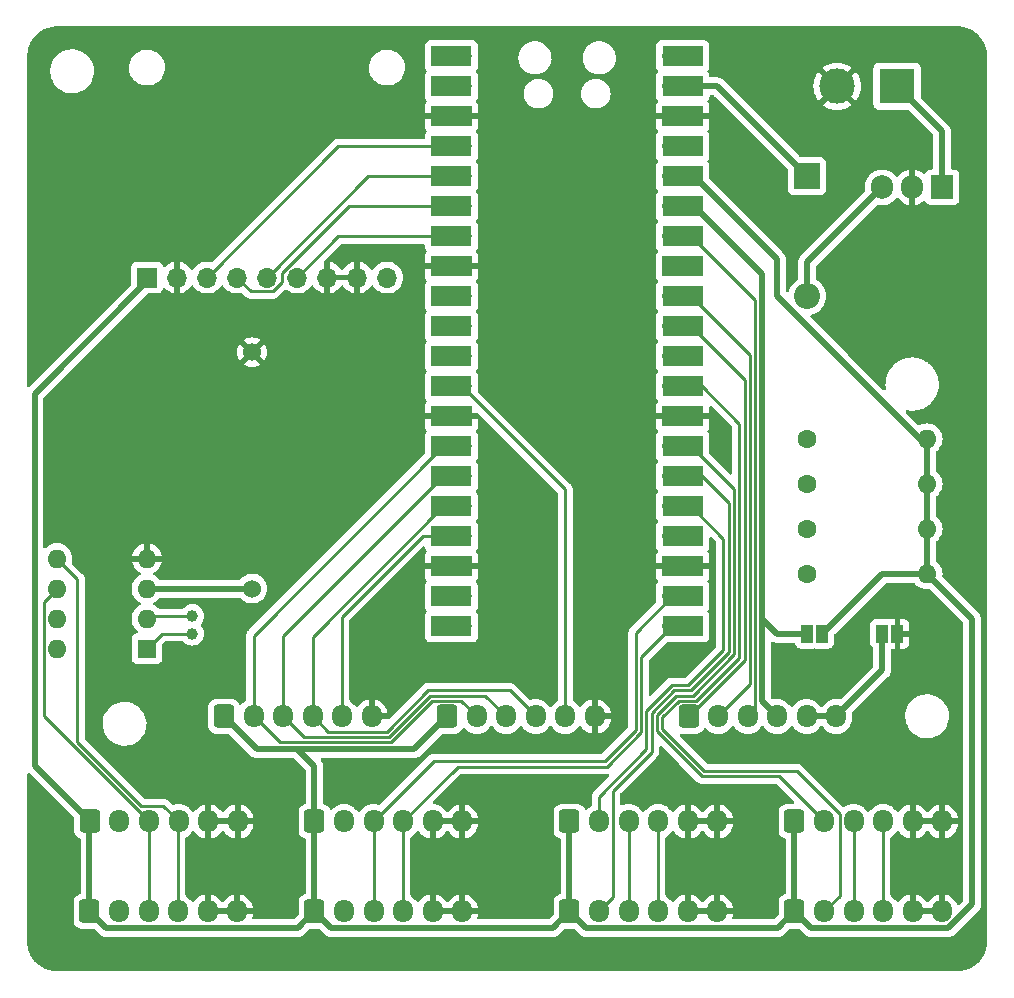
<source format=gtl>
%TF.GenerationSoftware,KiCad,Pcbnew,7.0.7*%
%TF.CreationDate,2023-09-20T10:34:09+01:00*%
%TF.ProjectId,telemetry board,74656c65-6d65-4747-9279-20626f617264,rev?*%
%TF.SameCoordinates,Original*%
%TF.FileFunction,Copper,L1,Top*%
%TF.FilePolarity,Positive*%
%FSLAX46Y46*%
G04 Gerber Fmt 4.6, Leading zero omitted, Abs format (unit mm)*
G04 Created by KiCad (PCBNEW 7.0.7) date 2023-09-20 10:34:09*
%MOMM*%
%LPD*%
G01*
G04 APERTURE LIST*
G04 Aperture macros list*
%AMRoundRect*
0 Rectangle with rounded corners*
0 $1 Rounding radius*
0 $2 $3 $4 $5 $6 $7 $8 $9 X,Y pos of 4 corners*
0 Add a 4 corners polygon primitive as box body*
4,1,4,$2,$3,$4,$5,$6,$7,$8,$9,$2,$3,0*
0 Add four circle primitives for the rounded corners*
1,1,$1+$1,$2,$3*
1,1,$1+$1,$4,$5*
1,1,$1+$1,$6,$7*
1,1,$1+$1,$8,$9*
0 Add four rect primitives between the rounded corners*
20,1,$1+$1,$2,$3,$4,$5,0*
20,1,$1+$1,$4,$5,$6,$7,0*
20,1,$1+$1,$6,$7,$8,$9,0*
20,1,$1+$1,$8,$9,$2,$3,0*%
G04 Aperture macros list end*
%TA.AperFunction,ComponentPad*%
%ADD10C,1.524000*%
%TD*%
%TA.AperFunction,ComponentPad*%
%ADD11C,1.600000*%
%TD*%
%TA.AperFunction,ComponentPad*%
%ADD12O,1.600000X1.600000*%
%TD*%
%TA.AperFunction,ComponentPad*%
%ADD13RoundRect,0.250000X-0.600000X-0.725000X0.600000X-0.725000X0.600000X0.725000X-0.600000X0.725000X0*%
%TD*%
%TA.AperFunction,ComponentPad*%
%ADD14O,1.700000X1.950000*%
%TD*%
%TA.AperFunction,ComponentPad*%
%ADD15O,1.700000X1.700000*%
%TD*%
%TA.AperFunction,SMDPad,CuDef*%
%ADD16R,3.500000X1.700000*%
%TD*%
%TA.AperFunction,ComponentPad*%
%ADD17R,1.700000X1.700000*%
%TD*%
%TA.AperFunction,ComponentPad*%
%ADD18R,1.600000X1.600000*%
%TD*%
%TA.AperFunction,SMDPad,CuDef*%
%ADD19R,1.000000X1.500000*%
%TD*%
%TA.AperFunction,ComponentPad*%
%ADD20C,1.000000*%
%TD*%
%TA.AperFunction,ComponentPad*%
%ADD21R,2.200000X2.200000*%
%TD*%
%TA.AperFunction,ComponentPad*%
%ADD22O,2.200000X2.200000*%
%TD*%
%TA.AperFunction,ComponentPad*%
%ADD23R,1.905000X2.000000*%
%TD*%
%TA.AperFunction,ComponentPad*%
%ADD24O,1.905000X2.000000*%
%TD*%
%TA.AperFunction,ComponentPad*%
%ADD25R,3.000000X3.000000*%
%TD*%
%TA.AperFunction,ComponentPad*%
%ADD26C,3.000000*%
%TD*%
%TA.AperFunction,ViaPad*%
%ADD27C,0.800000*%
%TD*%
%TA.AperFunction,Conductor*%
%ADD28C,0.500000*%
%TD*%
%TA.AperFunction,Conductor*%
%ADD29C,0.250000*%
%TD*%
G04 APERTURE END LIST*
D10*
%TO.P,BT1,2,-*%
%TO.N,GND*%
X110490000Y-80942000D03*
%TO.P,BT1,1,+*%
%TO.N,+BATT*%
X110490000Y-100942000D03*
%TD*%
D11*
%TO.P,R1,1*%
%TO.N,I2C0_SDA*%
X157480000Y-92075000D03*
D12*
%TO.P,R1,2*%
%TO.N,VCC*%
X167640000Y-92075000D03*
%TD*%
D13*
%TO.P,J9,1,Pin_1*%
%TO.N,VCC*%
X137360000Y-120650000D03*
D14*
%TO.P,J9,2,Pin_2*%
%TO.N,I2C1_0_GPIO*%
X139860000Y-120650000D03*
%TO.P,J9,3,Pin_3*%
%TO.N,I2C1_SCL*%
X142360000Y-120650000D03*
%TO.P,J9,4,Pin_4*%
%TO.N,I2C1_SDA*%
X144860000Y-120650000D03*
%TO.P,J9,5,Pin_5*%
%TO.N,GND*%
X147360000Y-120650000D03*
%TO.P,J9,6,Pin_6*%
X149860000Y-120650000D03*
%TD*%
D11*
%TO.P,R3,1*%
%TO.N,I2C1_SDA*%
X157480000Y-95885000D03*
D12*
%TO.P,R3,2*%
%TO.N,VCC*%
X167640000Y-95885000D03*
%TD*%
D15*
%TO.P,U1,1,GPIO0*%
%TO.N,unconnected-(U1-GPIO0-Pad1)*%
X128270000Y-55880000D03*
D16*
X127370000Y-55880000D03*
D15*
%TO.P,U1,2,GPIO1*%
%TO.N,unconnected-(U1-GPIO1-Pad2)*%
X128270000Y-58420000D03*
D16*
X127370000Y-58420000D03*
D17*
%TO.P,U1,3,GND*%
%TO.N,GND*%
X128270000Y-60960000D03*
D16*
X127370000Y-60960000D03*
D15*
%TO.P,U1,4,GPIO2*%
%TO.N,SPIO_SCK*%
X128270000Y-63500000D03*
D16*
X127370000Y-63500000D03*
D15*
%TO.P,U1,5,GPIO3*%
%TO.N,SPI0_MOSI*%
X128270000Y-66040000D03*
D16*
X127370000Y-66040000D03*
D15*
%TO.P,U1,6,GPIO4*%
%TO.N,SPI0_MISO*%
X128270000Y-68580000D03*
D16*
X127370000Y-68580000D03*
D15*
%TO.P,U1,7,GPIO5*%
%TO.N,SD_CS*%
X128270000Y-71120000D03*
D16*
X127370000Y-71120000D03*
D17*
%TO.P,U1,8,GND*%
%TO.N,GND*%
X128270000Y-73660000D03*
D16*
X127370000Y-73660000D03*
D15*
%TO.P,U1,9,GPIO6*%
%TO.N,I2C0_0_GPIO*%
X128270000Y-76200000D03*
D16*
X127370000Y-76200000D03*
D15*
%TO.P,U1,10,GPIO7*%
%TO.N,I2C0_1_GPIO*%
X128270000Y-78740000D03*
D16*
X127370000Y-78740000D03*
D15*
%TO.P,U1,11,GPIO8*%
%TO.N,I2C0_2_GPIO*%
X128270000Y-81280000D03*
D16*
X127370000Y-81280000D03*
D15*
%TO.P,U1,12,GPIO9*%
%TO.N,SPI1_1_CS*%
X128270000Y-83820000D03*
D16*
X127370000Y-83820000D03*
D17*
%TO.P,U1,13,GND*%
%TO.N,GND*%
X128270000Y-86360000D03*
D16*
X127370000Y-86360000D03*
D15*
%TO.P,U1,14,GPIO10*%
%TO.N,SPI1_SCK*%
X128270000Y-88900000D03*
D16*
X127370000Y-88900000D03*
D15*
%TO.P,U1,15,GPIO11*%
%TO.N,SPI1_MOSI*%
X128270000Y-91440000D03*
D16*
X127370000Y-91440000D03*
D15*
%TO.P,U1,16,GPIO12*%
%TO.N,SPI1_MISO*%
X128270000Y-93980000D03*
D16*
X127370000Y-93980000D03*
D15*
%TO.P,U1,17,GPIO13*%
%TO.N,SPI1_0_CS*%
X128270000Y-96520000D03*
D16*
X127370000Y-96520000D03*
D17*
%TO.P,U1,18,GND*%
%TO.N,GND*%
X128270000Y-99060000D03*
D16*
X127370000Y-99060000D03*
D15*
%TO.P,U1,19,GPIO14*%
%TO.N,I2C1_SDA*%
X128270000Y-101600000D03*
D16*
X127370000Y-101600000D03*
D15*
%TO.P,U1,20,GPIO15*%
%TO.N,I2C1_SCL*%
X128270000Y-104140000D03*
D16*
X127370000Y-104140000D03*
D15*
%TO.P,U1,21,GPIO16*%
%TO.N,I2C0_SDA*%
X146050000Y-104140000D03*
D16*
X146950000Y-104140000D03*
D15*
%TO.P,U1,22,GPIO17*%
%TO.N,I2C0_SCL*%
X146050000Y-101600000D03*
D16*
X146950000Y-101600000D03*
D17*
%TO.P,U1,23,GND*%
%TO.N,GND*%
X146050000Y-99060000D03*
D16*
X146950000Y-99060000D03*
D15*
%TO.P,U1,24,GPIO18*%
%TO.N,I2C0_3_GPIO*%
X146050000Y-96520000D03*
D16*
X146950000Y-96520000D03*
D15*
%TO.P,U1,25,GPIO19*%
%TO.N,I2C1_0_GPIO*%
X146050000Y-93980000D03*
D16*
X146950000Y-93980000D03*
D15*
%TO.P,U1,26,GPIO20*%
%TO.N,I2C1_1_GPIO*%
X146050000Y-91440000D03*
D16*
X146950000Y-91440000D03*
D15*
%TO.P,U1,27,GPIO21*%
%TO.N,I2C1_2_GPIO*%
X146050000Y-88900000D03*
D16*
X146950000Y-88900000D03*
D17*
%TO.P,U1,28,GND*%
%TO.N,GND*%
X146050000Y-86360000D03*
D16*
X146950000Y-86360000D03*
D15*
%TO.P,U1,29,GPIO22*%
%TO.N,I2C1_3_GPIO*%
X146050000Y-83820000D03*
D16*
X146950000Y-83820000D03*
D15*
%TO.P,U1,30,RUN*%
%TO.N,unconnected-(U1-RUN-Pad30)*%
X146050000Y-81280000D03*
D16*
X146950000Y-81280000D03*
D15*
%TO.P,U1,31,GPIO26_ADC0*%
%TO.N,ADC0*%
X146050000Y-78740000D03*
D16*
X146950000Y-78740000D03*
D15*
%TO.P,U1,32,GPIO27_ADC1*%
%TO.N,ADC1*%
X146050000Y-76200000D03*
D16*
X146950000Y-76200000D03*
D17*
%TO.P,U1,33,AGND*%
%TO.N,AGND*%
X146050000Y-73660000D03*
D16*
X146950000Y-73660000D03*
D15*
%TO.P,U1,34,GPIO28_ADC2*%
%TO.N,ADC2*%
X146050000Y-71120000D03*
D16*
X146950000Y-71120000D03*
D15*
%TO.P,U1,35,ADC_VREF*%
%TO.N,ADCV*%
X146050000Y-68580000D03*
D16*
X146950000Y-68580000D03*
D15*
%TO.P,U1,36,3V3*%
%TO.N,VCC*%
X146050000Y-66040000D03*
D16*
X146950000Y-66040000D03*
D15*
%TO.P,U1,37,3V3_EN*%
%TO.N,unconnected-(U1-3V3_EN-Pad37)*%
X146050000Y-63500000D03*
D16*
X146950000Y-63500000D03*
D17*
%TO.P,U1,38,GND*%
%TO.N,GND*%
X146050000Y-60960000D03*
D16*
X146950000Y-60960000D03*
D15*
%TO.P,U1,39,VSYS*%
%TO.N,VSYS*%
X146050000Y-58420000D03*
D16*
X146950000Y-58420000D03*
D15*
%TO.P,U1,40,VBUS*%
%TO.N,unconnected-(U1-VBUS-Pad40)*%
X146050000Y-55880000D03*
D16*
X146950000Y-55880000D03*
%TD*%
D13*
%TO.P,J7,1,Pin_1*%
%TO.N,VCC*%
X115770000Y-120650000D03*
D14*
%TO.P,J7,2,Pin_2*%
%TO.N,I2C0_2_GPIO*%
X118270000Y-120650000D03*
%TO.P,J7,3,Pin_3*%
%TO.N,I2C0_SCL*%
X120770000Y-120650000D03*
%TO.P,J7,4,Pin_4*%
%TO.N,I2C0_SDA*%
X123270000Y-120650000D03*
%TO.P,J7,5,Pin_5*%
%TO.N,GND*%
X125770000Y-120650000D03*
%TO.P,J7,6,Pin_6*%
X128270000Y-120650000D03*
%TD*%
D13*
%TO.P,J4,1,Pin_1*%
%TO.N,VCC*%
X127000000Y-111760000D03*
D14*
%TO.P,J4,2,Pin_2*%
%TO.N,SPI1_SCK*%
X129500000Y-111760000D03*
%TO.P,J4,3,Pin_3*%
%TO.N,SPI1_MOSI*%
X132000000Y-111760000D03*
%TO.P,J4,4,Pin_4*%
%TO.N,SPI1_MISO*%
X134500000Y-111760000D03*
%TO.P,J4,5,Pin_5*%
%TO.N,SPI1_1_CS*%
X137000000Y-111760000D03*
%TO.P,J4,6,Pin_6*%
%TO.N,GND*%
X139500000Y-111760000D03*
%TD*%
D18*
%TO.P,U2,1,X1*%
%TO.N,Net-(U2-X1)*%
X101590000Y-106035000D03*
D12*
%TO.P,U2,2,X2*%
%TO.N,Net-(U2-X2)*%
X101590000Y-103495000D03*
%TO.P,U2,3,VBAT*%
%TO.N,+BATT*%
X101590000Y-100955000D03*
%TO.P,U2,4,GND*%
%TO.N,GND*%
X101590000Y-98415000D03*
%TO.P,U2,5,SDA*%
%TO.N,I2C0_SDA*%
X93970000Y-98415000D03*
%TO.P,U2,6,SCL*%
%TO.N,I2C0_SCL*%
X93970000Y-100955000D03*
%TO.P,U2,7,SQW/OUT*%
%TO.N,unconnected-(U2-SQW{slash}OUT-Pad7)*%
X93970000Y-103495000D03*
%TO.P,U2,8,VCC*%
%TO.N,VSYS*%
X93970000Y-106035000D03*
%TD*%
D19*
%TO.P,JP1,1,A*%
%TO.N,GND*%
X165130000Y-104775000D03*
%TO.P,JP1,2,B*%
%TO.N,AGND*%
X163830000Y-104775000D03*
%TD*%
D13*
%TO.P,J3,1,Pin_1*%
%TO.N,VCC*%
X108110000Y-111760000D03*
D14*
%TO.P,J3,2,Pin_2*%
%TO.N,SPI1_SCK*%
X110610000Y-111760000D03*
%TO.P,J3,3,Pin_3*%
%TO.N,SPI1_MOSI*%
X113110000Y-111760000D03*
%TO.P,J3,4,Pin_4*%
%TO.N,SPI1_MISO*%
X115610000Y-111760000D03*
%TO.P,J3,5,Pin_5*%
%TO.N,SPI1_0_CS*%
X118110000Y-111760000D03*
%TO.P,J3,6,Pin_6*%
%TO.N,GND*%
X120610000Y-111760000D03*
%TD*%
D13*
%TO.P,J10,1,Pin_1*%
%TO.N,VCC*%
X137360000Y-128270000D03*
D14*
%TO.P,J10,2,Pin_2*%
%TO.N,I2C1_1_GPIO*%
X139860000Y-128270000D03*
%TO.P,J10,3,Pin_3*%
%TO.N,I2C1_SCL*%
X142360000Y-128270000D03*
%TO.P,J10,4,Pin_4*%
%TO.N,I2C1_SDA*%
X144860000Y-128270000D03*
%TO.P,J10,5,Pin_5*%
%TO.N,GND*%
X147360000Y-128270000D03*
%TO.P,J10,6,Pin_6*%
X149860000Y-128270000D03*
%TD*%
D20*
%TO.P,Y1,1,1*%
%TO.N,Net-(U2-X1)*%
X105410000Y-104775000D03*
%TO.P,Y1,2,2*%
%TO.N,Net-(U2-X2)*%
X105410000Y-103275000D03*
%TD*%
D17*
%TO.P,J2,1,Pin_1*%
%TO.N,VCC*%
X101600000Y-74612500D03*
D15*
%TO.P,J2,2,Pin_2*%
%TO.N,GND*%
X104140000Y-74612500D03*
%TO.P,J2,3,Pin_3*%
%TO.N,SPIO_SCK*%
X106680000Y-74612500D03*
%TO.P,J2,4,Pin_4*%
%TO.N,SPI0_MISO*%
X109220000Y-74612500D03*
%TO.P,J2,5,Pin_5*%
%TO.N,SPI0_MOSI*%
X111760000Y-74612500D03*
%TO.P,J2,6,Pin_6*%
%TO.N,SD_CS*%
X114300000Y-74612500D03*
%TO.P,J2,7,Pin_7*%
%TO.N,GND*%
X116840000Y-74612500D03*
%TO.P,J2,8,Pin_8*%
X119380000Y-74612500D03*
%TO.P,J2,9,Pin_9*%
%TO.N,SD_DET*%
X121920000Y-74612500D03*
%TD*%
D21*
%TO.P,D1,1,K*%
%TO.N,VSYS*%
X157480000Y-66040000D03*
D22*
%TO.P,D1,2,A*%
%TO.N,+5V*%
X157480000Y-76200000D03*
%TD*%
D11*
%TO.P,R2,1*%
%TO.N,I2C0_SCL*%
X157480000Y-88265000D03*
D12*
%TO.P,R2,2*%
%TO.N,VCC*%
X167640000Y-88265000D03*
%TD*%
D13*
%TO.P,J11,1,Pin_1*%
%TO.N,VCC*%
X156410000Y-120650000D03*
D14*
%TO.P,J11,2,Pin_2*%
%TO.N,I2C1_2_GPIO*%
X158910000Y-120650000D03*
%TO.P,J11,3,Pin_3*%
%TO.N,I2C1_SCL*%
X161410000Y-120650000D03*
%TO.P,J11,4,Pin_4*%
%TO.N,I2C1_SDA*%
X163910000Y-120650000D03*
%TO.P,J11,5,Pin_5*%
%TO.N,GND*%
X166410000Y-120650000D03*
%TO.P,J11,6,Pin_6*%
X168910000Y-120650000D03*
%TD*%
D13*
%TO.P,J12,1,Pin_1*%
%TO.N,VCC*%
X156410000Y-128270000D03*
D14*
%TO.P,J12,2,Pin_2*%
%TO.N,I2C1_3_GPIO*%
X158910000Y-128270000D03*
%TO.P,J12,3,Pin_3*%
%TO.N,I2C1_SCL*%
X161410000Y-128270000D03*
%TO.P,J12,4,Pin_4*%
%TO.N,I2C1_SDA*%
X163910000Y-128270000D03*
%TO.P,J12,5,Pin_5*%
%TO.N,GND*%
X166410000Y-128270000D03*
%TO.P,J12,6,Pin_6*%
X168910000Y-128270000D03*
%TD*%
D13*
%TO.P,J8,1,Pin_1*%
%TO.N,VCC*%
X115770000Y-128270000D03*
D14*
%TO.P,J8,2,Pin_2*%
%TO.N,I2C0_3_GPIO*%
X118270000Y-128270000D03*
%TO.P,J8,3,Pin_3*%
%TO.N,I2C0_SCL*%
X120770000Y-128270000D03*
%TO.P,J8,4,Pin_4*%
%TO.N,I2C0_SDA*%
X123270000Y-128270000D03*
%TO.P,J8,5,Pin_5*%
%TO.N,GND*%
X125770000Y-128270000D03*
%TO.P,J8,6,Pin_6*%
X128270000Y-128270000D03*
%TD*%
D23*
%TO.P,U3,1,VI*%
%TO.N,+12V*%
X168910000Y-66970000D03*
D24*
%TO.P,U3,2,GND*%
%TO.N,GND*%
X166370000Y-66970000D03*
%TO.P,U3,3,VO*%
%TO.N,+5V*%
X163830000Y-66970000D03*
%TD*%
D19*
%TO.P,JP2,1,A*%
%TO.N,ADCV*%
X157465000Y-104775000D03*
%TO.P,JP2,2,B*%
%TO.N,VCC*%
X158765000Y-104775000D03*
%TD*%
D11*
%TO.P,R4,1*%
%TO.N,I2C1_SCL*%
X157480000Y-99695000D03*
D12*
%TO.P,R4,2*%
%TO.N,VCC*%
X167640000Y-99695000D03*
%TD*%
D13*
%TO.P,J6,1,Pin_1*%
%TO.N,VCC*%
X96720000Y-128270000D03*
D14*
%TO.P,J6,2,Pin_2*%
%TO.N,I2C0_1_GPIO*%
X99220000Y-128270000D03*
%TO.P,J6,3,Pin_3*%
%TO.N,I2C0_SCL*%
X101720000Y-128270000D03*
%TO.P,J6,4,Pin_4*%
%TO.N,I2C0_SDA*%
X104220000Y-128270000D03*
%TO.P,J6,5,Pin_5*%
%TO.N,GND*%
X106720000Y-128270000D03*
%TO.P,J6,6,Pin_6*%
X109220000Y-128270000D03*
%TD*%
D25*
%TO.P,J13,1,Pin_1*%
%TO.N,+12V*%
X165100000Y-58420000D03*
D26*
%TO.P,J13,2,Pin_2*%
%TO.N,GND*%
X160020000Y-58420000D03*
%TD*%
D13*
%TO.P,J1,1,Pin_1*%
%TO.N,ADC0*%
X147440000Y-111760000D03*
D14*
%TO.P,J1,2,Pin_2*%
%TO.N,ADC1*%
X149940000Y-111760000D03*
%TO.P,J1,3,Pin_3*%
%TO.N,ADC2*%
X152440000Y-111760000D03*
%TO.P,J1,4,Pin_4*%
%TO.N,ADCV*%
X154940000Y-111760000D03*
%TO.P,J1,5,Pin_5*%
%TO.N,AGND*%
X157440000Y-111760000D03*
%TO.P,J1,6,Pin_6*%
X159940000Y-111760000D03*
%TD*%
D13*
%TO.P,J5,1,Pin_1*%
%TO.N,VCC*%
X96760000Y-120650000D03*
D14*
%TO.P,J5,2,Pin_2*%
%TO.N,I2C0_0_GPIO*%
X99260000Y-120650000D03*
%TO.P,J5,3,Pin_3*%
%TO.N,I2C0_SCL*%
X101760000Y-120650000D03*
%TO.P,J5,4,Pin_4*%
%TO.N,I2C0_SDA*%
X104260000Y-120650000D03*
%TO.P,J5,5,Pin_5*%
%TO.N,GND*%
X106760000Y-120650000D03*
%TO.P,J5,6,Pin_6*%
X109260000Y-120650000D03*
%TD*%
D27*
%TO.N,GND*%
X146685000Y-107315000D03*
%TD*%
D28*
%TO.N,ADCV*%
X153670000Y-103505000D02*
X153670000Y-74340000D01*
X153670000Y-74340000D02*
X147910000Y-68580000D01*
X154940000Y-104775000D02*
X153670000Y-103505000D01*
X157465000Y-104775000D02*
X154940000Y-104775000D01*
X147910000Y-68580000D02*
X146050000Y-68580000D01*
X154940000Y-111760000D02*
X153670000Y-110490000D01*
X153670000Y-110490000D02*
X153670000Y-103505000D01*
D29*
%TO.N,ADC0*%
X152195000Y-107005000D02*
X152195000Y-83275000D01*
X147440000Y-111760000D02*
X152195000Y-107005000D01*
X147660000Y-78740000D02*
X146050000Y-78740000D01*
X152195000Y-83275000D02*
X147660000Y-78740000D01*
%TO.N,ADC1*%
X146050000Y-76200000D02*
X147660000Y-76200000D01*
X147660000Y-76200000D02*
X152645000Y-81185000D01*
X152645000Y-109055000D02*
X149940000Y-111760000D01*
X152645000Y-81185000D02*
X152645000Y-109055000D01*
%TO.N,ADC2*%
X146050000Y-71120000D02*
X147660000Y-71120000D01*
X153095000Y-111105000D02*
X152440000Y-111760000D01*
X153095000Y-76555000D02*
X153095000Y-111105000D01*
X147660000Y-71120000D02*
X153095000Y-76555000D01*
D28*
%TO.N,AGND*%
X163830000Y-104775000D02*
X163830000Y-107870000D01*
X163830000Y-107870000D02*
X159940000Y-111760000D01*
X159940000Y-111760000D02*
X157440000Y-111760000D01*
%TO.N,VCC*%
X156410000Y-120650000D02*
X156410000Y-128270000D01*
X127000000Y-111760000D02*
X124225000Y-114535000D01*
X110885000Y-114535000D02*
X108110000Y-111760000D01*
X156410000Y-128270000D02*
X157835000Y-129695000D01*
X115770000Y-128270000D02*
X115770000Y-120650000D01*
X167640000Y-95885000D02*
X167640000Y-99695000D01*
X92075000Y-115965000D02*
X92075000Y-84465000D01*
X171450000Y-127693478D02*
X171450000Y-103505000D01*
X96760000Y-120650000D02*
X92075000Y-115965000D01*
X157835000Y-129695000D02*
X169448478Y-129695000D01*
X114300000Y-114535000D02*
X110885000Y-114535000D01*
X96720000Y-128270000D02*
X96720000Y-120690000D01*
X167640000Y-88265000D02*
X167005000Y-88265000D01*
X154940000Y-73070000D02*
X154940000Y-76200000D01*
X158765000Y-104775000D02*
X163845000Y-99695000D01*
X154985000Y-129695000D02*
X156410000Y-128270000D01*
X147910000Y-66040000D02*
X154940000Y-73070000D01*
X138785000Y-129695000D02*
X154985000Y-129695000D01*
X167640000Y-92075000D02*
X167640000Y-95885000D01*
X96720000Y-128270000D02*
X98145000Y-129695000D01*
X169448478Y-129695000D02*
X171450000Y-127693478D01*
X171450000Y-103505000D02*
X167640000Y-99695000D01*
X96720000Y-120690000D02*
X96760000Y-120650000D01*
X163845000Y-99695000D02*
X167640000Y-99695000D01*
X92075000Y-84465000D02*
X101600000Y-74940000D01*
X135935000Y-129695000D02*
X137360000Y-128270000D01*
X115770000Y-128270000D02*
X117195000Y-129695000D01*
X124225000Y-114535000D02*
X114300000Y-114535000D01*
X117195000Y-129695000D02*
X135935000Y-129695000D01*
X137360000Y-128270000D02*
X138785000Y-129695000D01*
X146050000Y-66040000D02*
X147910000Y-66040000D01*
X167005000Y-88265000D02*
X154940000Y-76200000D01*
X114345000Y-129695000D02*
X115770000Y-128270000D01*
X101600000Y-74940000D02*
X101600000Y-74612500D01*
X115770000Y-120650000D02*
X115770000Y-116005000D01*
X167640000Y-88265000D02*
X167640000Y-92075000D01*
X115770000Y-116005000D02*
X114300000Y-114535000D01*
X98145000Y-129695000D02*
X114345000Y-129695000D01*
X137360000Y-120650000D02*
X137360000Y-128270000D01*
D29*
%TO.N,SPIO_SCK*%
X106680000Y-74612500D02*
X117792500Y-63500000D01*
X117792500Y-63500000D02*
X128270000Y-63500000D01*
%TO.N,SPI0_MOSI*%
X128270000Y-66040000D02*
X120332500Y-66040000D01*
X120332500Y-66040000D02*
X111760000Y-74612500D01*
%TO.N,SPI0_MISO*%
X118670799Y-68580000D02*
X113030000Y-74220799D01*
X110395000Y-75787500D02*
X109220000Y-74612500D01*
X112246701Y-75787500D02*
X110395000Y-75787500D01*
X113030000Y-75004201D02*
X112246701Y-75787500D01*
X113030000Y-74220799D02*
X113030000Y-75004201D01*
X128270000Y-68580000D02*
X118670799Y-68580000D01*
%TO.N,SD_CS*%
X117792500Y-71120000D02*
X128270000Y-71120000D01*
X114300000Y-74612500D02*
X117792500Y-71120000D01*
%TO.N,SPI1_SCK*%
X110610000Y-104950000D02*
X110610000Y-111760000D01*
X126660000Y-88900000D02*
X110610000Y-104950000D01*
X122262792Y-113960000D02*
X125762792Y-110460000D01*
X110610000Y-111760000D02*
X112810000Y-113960000D01*
X125762792Y-110460000D02*
X128200000Y-110460000D01*
X112810000Y-113960000D02*
X122262792Y-113960000D01*
X128270000Y-88900000D02*
X126660000Y-88900000D01*
X128200000Y-110460000D02*
X129500000Y-111760000D01*
%TO.N,SPI1_MOSI*%
X114860000Y-113510000D02*
X122076396Y-113510000D01*
X122076396Y-113510000D02*
X125576396Y-110010000D01*
X113110000Y-104990000D02*
X113110000Y-111760000D01*
X125576396Y-110010000D02*
X130250000Y-110010000D01*
X130250000Y-110010000D02*
X132000000Y-111760000D01*
X113110000Y-111760000D02*
X114860000Y-113510000D01*
X128270000Y-91440000D02*
X126660000Y-91440000D01*
X126660000Y-91440000D02*
X113110000Y-104990000D01*
%TO.N,SPI1_MISO*%
X125390000Y-109560000D02*
X132300000Y-109560000D01*
X116910000Y-113060000D02*
X121890000Y-113060000D01*
X132300000Y-109560000D02*
X134500000Y-111760000D01*
X126660000Y-93980000D02*
X115610000Y-105030000D01*
X128270000Y-93980000D02*
X126660000Y-93980000D01*
X121890000Y-113060000D02*
X125390000Y-109560000D01*
X115610000Y-105030000D02*
X115610000Y-111760000D01*
X115610000Y-111760000D02*
X116910000Y-113060000D01*
%TO.N,SPI1_0_CS*%
X128270000Y-96520000D02*
X124925000Y-96520000D01*
X124925000Y-96520000D02*
X118110000Y-103335000D01*
X118110000Y-103335000D02*
X118110000Y-111760000D01*
%TO.N,SPI1_1_CS*%
X137000000Y-92550000D02*
X137000000Y-111760000D01*
X128270000Y-83820000D02*
X137000000Y-92550000D01*
%TO.N,I2C0_SCL*%
X120770000Y-120650000D02*
X120770000Y-128270000D01*
X93970000Y-100955000D02*
X92845000Y-102080000D01*
X142980000Y-104670000D02*
X142980000Y-112923604D01*
X92845000Y-111735000D02*
X101760000Y-120650000D01*
X101760000Y-128230000D02*
X101720000Y-128270000D01*
X142980000Y-112923604D02*
X140333604Y-115570000D01*
X92845000Y-102080000D02*
X92845000Y-111735000D01*
X146050000Y-101600000D02*
X142980000Y-104670000D01*
X125850000Y-115570000D02*
X120770000Y-120650000D01*
X101760000Y-120650000D02*
X101760000Y-128230000D01*
X140333604Y-115570000D02*
X125850000Y-115570000D01*
%TO.N,I2C0_SDA*%
X104220000Y-128270000D02*
X104220000Y-120690000D01*
X123270000Y-128270000D02*
X123270000Y-120650000D01*
X140520000Y-116020000D02*
X143430000Y-113110000D01*
X93970000Y-98415000D02*
X95700000Y-100145000D01*
X102960000Y-119350000D02*
X104260000Y-120650000D01*
X123270000Y-120650000D02*
X127900000Y-116020000D01*
X95700000Y-113953604D02*
X101096396Y-119350000D01*
X95700000Y-100145000D02*
X95700000Y-113953604D01*
X127900000Y-116020000D02*
X140520000Y-116020000D01*
X143430000Y-106760000D02*
X146050000Y-104140000D01*
X104220000Y-120690000D02*
X104260000Y-120650000D01*
X143430000Y-113110000D02*
X143430000Y-106760000D01*
X101096396Y-119350000D02*
X102960000Y-119350000D01*
%TO.N,I2C1_SCL*%
X142360000Y-120650000D02*
X142360000Y-128270000D01*
X161410000Y-120650000D02*
X161410000Y-128270000D01*
%TO.N,I2C1_SDA*%
X163910000Y-128270000D02*
X163910000Y-120650000D01*
X144860000Y-128270000D02*
X144860000Y-120650000D01*
%TO.N,I2C1_0_GPIO*%
X143880000Y-111272639D02*
X143880000Y-114563604D01*
X143880000Y-114563604D02*
X139860000Y-118583604D01*
X147660000Y-93980000D02*
X150395000Y-96715000D01*
X146050000Y-93980000D02*
X147660000Y-93980000D01*
X147427208Y-109110000D02*
X146042639Y-109110000D01*
X139860000Y-118583604D02*
X139860000Y-120650000D01*
X146042639Y-109110000D02*
X143880000Y-111272639D01*
X150395000Y-96715000D02*
X150395000Y-106142208D01*
X150395000Y-106142208D02*
X147427208Y-109110000D01*
%TO.N,I2C1_1_GPIO*%
X150845000Y-106328604D02*
X150845000Y-93695000D01*
X150845000Y-93695000D02*
X148590000Y-91440000D01*
X144330000Y-111459035D02*
X146229035Y-109560000D01*
X139860000Y-128270000D02*
X141035000Y-127095000D01*
X148590000Y-91440000D02*
X146050000Y-91440000D01*
X141035000Y-118045000D02*
X144330000Y-114750000D01*
X146229035Y-109560000D02*
X147613604Y-109560000D01*
X141035000Y-127095000D02*
X141035000Y-118045000D01*
X147613604Y-109560000D02*
X150845000Y-106328604D01*
X144330000Y-114750000D02*
X144330000Y-111459035D01*
%TO.N,I2C1_2_GPIO*%
X146415431Y-110010000D02*
X147800000Y-110010000D01*
X155100000Y-116840000D02*
X148590000Y-116840000D01*
X158910000Y-120650000D02*
X155100000Y-116840000D01*
X147660000Y-88900000D02*
X146050000Y-88900000D01*
X144780000Y-111645431D02*
X146415431Y-110010000D01*
X148590000Y-116840000D02*
X144780000Y-113030000D01*
X144780000Y-113030000D02*
X144780000Y-111645431D01*
X151295000Y-92535000D02*
X147660000Y-88900000D01*
X147800000Y-110010000D02*
X151295000Y-106515000D01*
X151295000Y-106515000D02*
X151295000Y-92535000D01*
D28*
%TO.N,+5V*%
X157480000Y-73320000D02*
X163830000Y-66970000D01*
X157480000Y-76200000D02*
X157480000Y-73320000D01*
D29*
%TO.N,Net-(U2-X1)*%
X102850000Y-104775000D02*
X101590000Y-106035000D01*
X105410000Y-104775000D02*
X102850000Y-104775000D01*
%TO.N,Net-(U2-X2)*%
X105410000Y-103275000D02*
X101810000Y-103275000D01*
D28*
%TO.N,+12V*%
X168910000Y-62230000D02*
X165100000Y-58420000D01*
X168910000Y-66970000D02*
X168910000Y-62230000D01*
D29*
%TO.N,I2C1_3_GPIO*%
X160235000Y-120038299D02*
X160235000Y-126945000D01*
X148776396Y-116390000D02*
X156586701Y-116390000D01*
X146050000Y-83820000D02*
X148590000Y-83820000D01*
X146601827Y-110460000D02*
X145230000Y-111831827D01*
X145230000Y-112843604D02*
X148776396Y-116390000D01*
X145230000Y-111831827D02*
X145230000Y-112843604D01*
X160235000Y-126945000D02*
X158910000Y-128270000D01*
X151745000Y-86975000D02*
X151745000Y-106818604D01*
X148590000Y-83820000D02*
X151745000Y-86975000D01*
X151745000Y-106818604D02*
X148103604Y-110460000D01*
X156586701Y-116390000D02*
X160235000Y-120038299D01*
X148103604Y-110460000D02*
X146601827Y-110460000D01*
D28*
%TO.N,VSYS*%
X149860000Y-58420000D02*
X146050000Y-58420000D01*
X157480000Y-66040000D02*
X149860000Y-58420000D01*
%TO.N,+BATT*%
X110477000Y-100955000D02*
X110490000Y-100942000D01*
X101590000Y-100955000D02*
X110477000Y-100955000D01*
%TD*%
%TA.AperFunction,Conductor*%
%TO.N,GND*%
G36*
X170181737Y-53340598D02*
G01*
X170215041Y-53342467D01*
X170295603Y-53346992D01*
X170467691Y-53357401D01*
X170474297Y-53358160D01*
X170545907Y-53370327D01*
X170610343Y-53381277D01*
X170703462Y-53398340D01*
X170759227Y-53408560D01*
X170765198Y-53409963D01*
X170902032Y-53449384D01*
X171042850Y-53493265D01*
X171048092Y-53495164D01*
X171181420Y-53550391D01*
X171314609Y-53610334D01*
X171319147Y-53612605D01*
X171392221Y-53652991D01*
X171446422Y-53682947D01*
X171446439Y-53682956D01*
X171570935Y-53758217D01*
X171574739Y-53760711D01*
X171692726Y-53844427D01*
X171695072Y-53846176D01*
X171790416Y-53920874D01*
X171808332Y-53934910D01*
X171811409Y-53937486D01*
X171919430Y-54034018D01*
X171921957Y-54036408D01*
X172023590Y-54138041D01*
X172025980Y-54140568D01*
X172122512Y-54248589D01*
X172125088Y-54251666D01*
X172213811Y-54364912D01*
X172215571Y-54367272D01*
X172299287Y-54485259D01*
X172301781Y-54489063D01*
X172377043Y-54613560D01*
X172447393Y-54740851D01*
X172449668Y-54745398D01*
X172509609Y-54878581D01*
X172564831Y-55011899D01*
X172566744Y-55017183D01*
X172570051Y-55027795D01*
X172610631Y-55158021D01*
X172650032Y-55294790D01*
X172651440Y-55300781D01*
X172678722Y-55449656D01*
X172701835Y-55585683D01*
X172702599Y-55592330D01*
X172713012Y-55764475D01*
X172719402Y-55878263D01*
X172719500Y-55881741D01*
X172719500Y-130808258D01*
X172719402Y-130811736D01*
X172713012Y-130925524D01*
X172702599Y-131097668D01*
X172701835Y-131104315D01*
X172678722Y-131240343D01*
X172651440Y-131389217D01*
X172650032Y-131395208D01*
X172610625Y-131532001D01*
X172566744Y-131672815D01*
X172564831Y-131678099D01*
X172509609Y-131811418D01*
X172449668Y-131944600D01*
X172447394Y-131949147D01*
X172377043Y-132076439D01*
X172301781Y-132200936D01*
X172299287Y-132204739D01*
X172215571Y-132322726D01*
X172213811Y-132325086D01*
X172125088Y-132438332D01*
X172122512Y-132441409D01*
X172025980Y-132549430D01*
X172023590Y-132551957D01*
X171921957Y-132653590D01*
X171919430Y-132655980D01*
X171811409Y-132752512D01*
X171808332Y-132755088D01*
X171695086Y-132843811D01*
X171692726Y-132845571D01*
X171574739Y-132929287D01*
X171570936Y-132931781D01*
X171446439Y-133007043D01*
X171319147Y-133077394D01*
X171314600Y-133079668D01*
X171181418Y-133139609D01*
X171048099Y-133194831D01*
X171042815Y-133196744D01*
X170925231Y-133233385D01*
X170901990Y-133240627D01*
X170765208Y-133280032D01*
X170759217Y-133281440D01*
X170610343Y-133308722D01*
X170474315Y-133331835D01*
X170467668Y-133332599D01*
X170295524Y-133343012D01*
X170181736Y-133349402D01*
X170178258Y-133349500D01*
X93981742Y-133349500D01*
X93978265Y-133349402D01*
X93864475Y-133343012D01*
X93692330Y-133332599D01*
X93685683Y-133331835D01*
X93549656Y-133308722D01*
X93400781Y-133281440D01*
X93394790Y-133280032D01*
X93258021Y-133240631D01*
X93190634Y-133219633D01*
X93117183Y-133196744D01*
X93111899Y-133194831D01*
X92978581Y-133139609D01*
X92845398Y-133079668D01*
X92840851Y-133077393D01*
X92713560Y-133007043D01*
X92589063Y-132931781D01*
X92585259Y-132929287D01*
X92467272Y-132845571D01*
X92464912Y-132843811D01*
X92351666Y-132755088D01*
X92348589Y-132752512D01*
X92240568Y-132655980D01*
X92238041Y-132653590D01*
X92136408Y-132551957D01*
X92134018Y-132549430D01*
X92037486Y-132441409D01*
X92034910Y-132438332D01*
X92020874Y-132420416D01*
X91946176Y-132325072D01*
X91944427Y-132322726D01*
X91860711Y-132204739D01*
X91858217Y-132200935D01*
X91782956Y-132076439D01*
X91712605Y-131949147D01*
X91710330Y-131944600D01*
X91650390Y-131811418D01*
X91595167Y-131678099D01*
X91593265Y-131672850D01*
X91549375Y-131532001D01*
X91509963Y-131395198D01*
X91508560Y-131389227D01*
X91498340Y-131333462D01*
X91481277Y-131240343D01*
X91470327Y-131175907D01*
X91458160Y-131104297D01*
X91457401Y-131097691D01*
X91446992Y-130925603D01*
X91442626Y-130847867D01*
X91440598Y-130811736D01*
X91440500Y-130808259D01*
X91440500Y-116691230D01*
X91460185Y-116624191D01*
X91512989Y-116578436D01*
X91582147Y-116568492D01*
X91645703Y-116597517D01*
X91652181Y-116603549D01*
X95373181Y-120324548D01*
X95406666Y-120385871D01*
X95409500Y-120412229D01*
X95409500Y-121425001D01*
X95409501Y-121425019D01*
X95420000Y-121527796D01*
X95420001Y-121527799D01*
X95465894Y-121666294D01*
X95475186Y-121694334D01*
X95567288Y-121843656D01*
X95691344Y-121967712D01*
X95840666Y-122059814D01*
X95884504Y-122074340D01*
X95941949Y-122114113D01*
X95968772Y-122178628D01*
X95969500Y-122192046D01*
X95969500Y-126714699D01*
X95949815Y-126781738D01*
X95897011Y-126827493D01*
X95884507Y-126832403D01*
X95873929Y-126835909D01*
X95800668Y-126860185D01*
X95800663Y-126860187D01*
X95651342Y-126952289D01*
X95527289Y-127076342D01*
X95435187Y-127225663D01*
X95435185Y-127225668D01*
X95419194Y-127273926D01*
X95380001Y-127392203D01*
X95380001Y-127392204D01*
X95380000Y-127392204D01*
X95369500Y-127494983D01*
X95369500Y-129045001D01*
X95369501Y-129045018D01*
X95380000Y-129147796D01*
X95380001Y-129147799D01*
X95435185Y-129314331D01*
X95435186Y-129314334D01*
X95527288Y-129463656D01*
X95651344Y-129587712D01*
X95800666Y-129679814D01*
X95967203Y-129734999D01*
X96069991Y-129745500D01*
X97082769Y-129745499D01*
X97149808Y-129765183D01*
X97170450Y-129781818D01*
X97569267Y-130180634D01*
X97581048Y-130194266D01*
X97595390Y-130213530D01*
X97635420Y-130247119D01*
X97639392Y-130250759D01*
X97645223Y-130256590D01*
X97645222Y-130256590D01*
X97667021Y-130273825D01*
X97670944Y-130276927D01*
X97729786Y-130326302D01*
X97729794Y-130326306D01*
X97735824Y-130330273D01*
X97735790Y-130330323D01*
X97742137Y-130334366D01*
X97742169Y-130334316D01*
X97748318Y-130338108D01*
X97748320Y-130338109D01*
X97748323Y-130338111D01*
X97817930Y-130370569D01*
X97886567Y-130405040D01*
X97886576Y-130405042D01*
X97893355Y-130407510D01*
X97893334Y-130407567D01*
X97900451Y-130410040D01*
X97900470Y-130409984D01*
X97907330Y-130412257D01*
X97982532Y-130427783D01*
X97982532Y-130427784D01*
X98057279Y-130445500D01*
X98057288Y-130445500D01*
X98064452Y-130446338D01*
X98064445Y-130446397D01*
X98071946Y-130447163D01*
X98071952Y-130447104D01*
X98079140Y-130447733D01*
X98079143Y-130447732D01*
X98079144Y-130447733D01*
X98155898Y-130445500D01*
X114281295Y-130445500D01*
X114299265Y-130446809D01*
X114323023Y-130450289D01*
X114375068Y-130445735D01*
X114380470Y-130445500D01*
X114388704Y-130445500D01*
X114388709Y-130445500D01*
X114400327Y-130444141D01*
X114421276Y-130441693D01*
X114434028Y-130440577D01*
X114497797Y-130434999D01*
X114497805Y-130434996D01*
X114504866Y-130433539D01*
X114504878Y-130433598D01*
X114512243Y-130431965D01*
X114512229Y-130431906D01*
X114519246Y-130430241D01*
X114519255Y-130430241D01*
X114591423Y-130403974D01*
X114664334Y-130379814D01*
X114664343Y-130379807D01*
X114670882Y-130376760D01*
X114670908Y-130376816D01*
X114677690Y-130373532D01*
X114677663Y-130373478D01*
X114684106Y-130370240D01*
X114684117Y-130370237D01*
X114748283Y-130328034D01*
X114813656Y-130287712D01*
X114813662Y-130287705D01*
X114819325Y-130283229D01*
X114819362Y-130283277D01*
X114825204Y-130278518D01*
X114825164Y-130278471D01*
X114830686Y-130273835D01*
X114830696Y-130273830D01*
X114883386Y-130217981D01*
X115319548Y-129781817D01*
X115380871Y-129748333D01*
X115407229Y-129745499D01*
X116132769Y-129745499D01*
X116199808Y-129765184D01*
X116220450Y-129781818D01*
X116619267Y-130180634D01*
X116631048Y-130194266D01*
X116645390Y-130213530D01*
X116685420Y-130247119D01*
X116689392Y-130250759D01*
X116695223Y-130256590D01*
X116695222Y-130256590D01*
X116717021Y-130273825D01*
X116720944Y-130276927D01*
X116779786Y-130326302D01*
X116779794Y-130326306D01*
X116785824Y-130330273D01*
X116785790Y-130330323D01*
X116792137Y-130334366D01*
X116792169Y-130334316D01*
X116798318Y-130338108D01*
X116798320Y-130338109D01*
X116798323Y-130338111D01*
X116867930Y-130370569D01*
X116936567Y-130405040D01*
X116936576Y-130405042D01*
X116943355Y-130407510D01*
X116943334Y-130407567D01*
X116950451Y-130410040D01*
X116950470Y-130409984D01*
X116957330Y-130412257D01*
X117032532Y-130427783D01*
X117032532Y-130427784D01*
X117107279Y-130445500D01*
X117107288Y-130445500D01*
X117114452Y-130446338D01*
X117114445Y-130446397D01*
X117121946Y-130447163D01*
X117121952Y-130447104D01*
X117129140Y-130447733D01*
X117129143Y-130447732D01*
X117129144Y-130447733D01*
X117205898Y-130445500D01*
X135871295Y-130445500D01*
X135889265Y-130446809D01*
X135913023Y-130450289D01*
X135965068Y-130445735D01*
X135970470Y-130445500D01*
X135978704Y-130445500D01*
X135978709Y-130445500D01*
X135990327Y-130444141D01*
X136011276Y-130441693D01*
X136024028Y-130440577D01*
X136087797Y-130434999D01*
X136087805Y-130434996D01*
X136094866Y-130433539D01*
X136094878Y-130433598D01*
X136102243Y-130431965D01*
X136102229Y-130431906D01*
X136109246Y-130430241D01*
X136109255Y-130430241D01*
X136181423Y-130403974D01*
X136254334Y-130379814D01*
X136254343Y-130379807D01*
X136260882Y-130376760D01*
X136260908Y-130376816D01*
X136267690Y-130373532D01*
X136267663Y-130373478D01*
X136274106Y-130370240D01*
X136274117Y-130370237D01*
X136338283Y-130328034D01*
X136403656Y-130287712D01*
X136403662Y-130287705D01*
X136409325Y-130283229D01*
X136409362Y-130283277D01*
X136415204Y-130278518D01*
X136415164Y-130278471D01*
X136420686Y-130273835D01*
X136420696Y-130273830D01*
X136473386Y-130217981D01*
X136909548Y-129781817D01*
X136970871Y-129748333D01*
X136997229Y-129745499D01*
X137722769Y-129745499D01*
X137789808Y-129765184D01*
X137810450Y-129781818D01*
X138209267Y-130180634D01*
X138221048Y-130194266D01*
X138235390Y-130213530D01*
X138275420Y-130247119D01*
X138279392Y-130250759D01*
X138285223Y-130256590D01*
X138285222Y-130256590D01*
X138307021Y-130273825D01*
X138310944Y-130276927D01*
X138369786Y-130326302D01*
X138369794Y-130326306D01*
X138375824Y-130330273D01*
X138375790Y-130330323D01*
X138382137Y-130334366D01*
X138382169Y-130334316D01*
X138388318Y-130338108D01*
X138388320Y-130338109D01*
X138388323Y-130338111D01*
X138457930Y-130370569D01*
X138526567Y-130405040D01*
X138526576Y-130405042D01*
X138533355Y-130407510D01*
X138533334Y-130407567D01*
X138540451Y-130410040D01*
X138540470Y-130409984D01*
X138547330Y-130412257D01*
X138622532Y-130427783D01*
X138622532Y-130427784D01*
X138697279Y-130445500D01*
X138697288Y-130445500D01*
X138704452Y-130446338D01*
X138704445Y-130446397D01*
X138711946Y-130447163D01*
X138711952Y-130447104D01*
X138719140Y-130447733D01*
X138719143Y-130447732D01*
X138719144Y-130447733D01*
X138795898Y-130445500D01*
X154921295Y-130445500D01*
X154939265Y-130446809D01*
X154963023Y-130450289D01*
X155015068Y-130445735D01*
X155020470Y-130445500D01*
X155028704Y-130445500D01*
X155028709Y-130445500D01*
X155040327Y-130444141D01*
X155061276Y-130441693D01*
X155074028Y-130440577D01*
X155137797Y-130434999D01*
X155137805Y-130434996D01*
X155144866Y-130433539D01*
X155144878Y-130433598D01*
X155152243Y-130431965D01*
X155152229Y-130431906D01*
X155159246Y-130430241D01*
X155159255Y-130430241D01*
X155231423Y-130403974D01*
X155304334Y-130379814D01*
X155304343Y-130379807D01*
X155310882Y-130376760D01*
X155310908Y-130376816D01*
X155317690Y-130373532D01*
X155317663Y-130373478D01*
X155324106Y-130370240D01*
X155324117Y-130370237D01*
X155388283Y-130328034D01*
X155453656Y-130287712D01*
X155453662Y-130287705D01*
X155459325Y-130283229D01*
X155459362Y-130283277D01*
X155465204Y-130278518D01*
X155465164Y-130278471D01*
X155470686Y-130273835D01*
X155470696Y-130273830D01*
X155523386Y-130217981D01*
X155959548Y-129781817D01*
X156020871Y-129748333D01*
X156047229Y-129745499D01*
X156772769Y-129745499D01*
X156839808Y-129765184D01*
X156860450Y-129781818D01*
X157259267Y-130180634D01*
X157271048Y-130194266D01*
X157285390Y-130213530D01*
X157325420Y-130247119D01*
X157329392Y-130250759D01*
X157335223Y-130256590D01*
X157335222Y-130256590D01*
X157357021Y-130273825D01*
X157360944Y-130276927D01*
X157419786Y-130326302D01*
X157419794Y-130326306D01*
X157425824Y-130330273D01*
X157425790Y-130330323D01*
X157432137Y-130334366D01*
X157432169Y-130334316D01*
X157438318Y-130338108D01*
X157438320Y-130338109D01*
X157438323Y-130338111D01*
X157507930Y-130370569D01*
X157576567Y-130405040D01*
X157576576Y-130405042D01*
X157583355Y-130407510D01*
X157583334Y-130407567D01*
X157590451Y-130410040D01*
X157590470Y-130409984D01*
X157597330Y-130412257D01*
X157672531Y-130427783D01*
X157672532Y-130427784D01*
X157747279Y-130445500D01*
X157747288Y-130445500D01*
X157754452Y-130446338D01*
X157754445Y-130446397D01*
X157761946Y-130447163D01*
X157761952Y-130447104D01*
X157769140Y-130447733D01*
X157769143Y-130447732D01*
X157769144Y-130447733D01*
X157845898Y-130445500D01*
X169384773Y-130445500D01*
X169402743Y-130446809D01*
X169426501Y-130450289D01*
X169478546Y-130445735D01*
X169483948Y-130445500D01*
X169492182Y-130445500D01*
X169492187Y-130445500D01*
X169503805Y-130444141D01*
X169524754Y-130441693D01*
X169537506Y-130440577D01*
X169601275Y-130434999D01*
X169601283Y-130434996D01*
X169608344Y-130433539D01*
X169608356Y-130433598D01*
X169615721Y-130431965D01*
X169615707Y-130431906D01*
X169622724Y-130430241D01*
X169622733Y-130430241D01*
X169694901Y-130403974D01*
X169767812Y-130379814D01*
X169767821Y-130379807D01*
X169774360Y-130376760D01*
X169774386Y-130376816D01*
X169781168Y-130373532D01*
X169781141Y-130373478D01*
X169787584Y-130370240D01*
X169787595Y-130370237D01*
X169851761Y-130328034D01*
X169917134Y-130287712D01*
X169917140Y-130287705D01*
X169922803Y-130283229D01*
X169922840Y-130283277D01*
X169928682Y-130278518D01*
X169928642Y-130278471D01*
X169934164Y-130273836D01*
X169934174Y-130273830D01*
X169959382Y-130247111D01*
X169986864Y-130217982D01*
X171609394Y-128595450D01*
X171935638Y-128269205D01*
X171949267Y-128257428D01*
X171968530Y-128243088D01*
X171968532Y-128243084D01*
X171968534Y-128243084D01*
X171986663Y-128221477D01*
X172002113Y-128203063D01*
X172005767Y-128199077D01*
X172011591Y-128193254D01*
X172031930Y-128167530D01*
X172081302Y-128108692D01*
X172081306Y-128108683D01*
X172085274Y-128102653D01*
X172085325Y-128102686D01*
X172089369Y-128096338D01*
X172089317Y-128096306D01*
X172093104Y-128090163D01*
X172093111Y-128090155D01*
X172125572Y-128020541D01*
X172160040Y-127951911D01*
X172160041Y-127951905D01*
X172162508Y-127945128D01*
X172162566Y-127945149D01*
X172165043Y-127938022D01*
X172164986Y-127938004D01*
X172167255Y-127931157D01*
X172167256Y-127931152D01*
X172167257Y-127931150D01*
X172182790Y-127855919D01*
X172200500Y-127781199D01*
X172200500Y-127781196D01*
X172201339Y-127774026D01*
X172201398Y-127774032D01*
X172202164Y-127766532D01*
X172202105Y-127766527D01*
X172202734Y-127759337D01*
X172200500Y-127682560D01*
X172200500Y-103568705D01*
X172201809Y-103550735D01*
X172204028Y-103535584D01*
X172205289Y-103526977D01*
X172205072Y-103524501D01*
X172200736Y-103474934D01*
X172200500Y-103469528D01*
X172200500Y-103461297D01*
X172200500Y-103461291D01*
X172196693Y-103428724D01*
X172189999Y-103352203D01*
X172189999Y-103352201D01*
X172188539Y-103345129D01*
X172188597Y-103345116D01*
X172186965Y-103337757D01*
X172186906Y-103337772D01*
X172185242Y-103330753D01*
X172185241Y-103330745D01*
X172158974Y-103258576D01*
X172134814Y-103185666D01*
X172134809Y-103185659D01*
X172131760Y-103179118D01*
X172131815Y-103179091D01*
X172128533Y-103172313D01*
X172128480Y-103172340D01*
X172125235Y-103165880D01*
X172083028Y-103101708D01*
X172042710Y-103036342D01*
X172038234Y-103030682D01*
X172038281Y-103030644D01*
X172033519Y-103024799D01*
X172033474Y-103024838D01*
X172028834Y-103019308D01*
X171972964Y-102966596D01*
X168966716Y-99960348D01*
X168933231Y-99899025D01*
X168930869Y-99861863D01*
X168945468Y-99695000D01*
X168945374Y-99693930D01*
X168932356Y-99545132D01*
X168925635Y-99468308D01*
X168868249Y-99254139D01*
X168866741Y-99248511D01*
X168866738Y-99248502D01*
X168853883Y-99220934D01*
X168770568Y-99042266D01*
X168643874Y-98861326D01*
X168640048Y-98855862D01*
X168563385Y-98779199D01*
X168479139Y-98694953D01*
X168474373Y-98691615D01*
X168443375Y-98669910D01*
X168399751Y-98615332D01*
X168390500Y-98568336D01*
X168390500Y-97011662D01*
X168410185Y-96944623D01*
X168443379Y-96910086D01*
X168479140Y-96885046D01*
X168640045Y-96724141D01*
X168640045Y-96724140D01*
X168640047Y-96724139D01*
X168770568Y-96537734D01*
X168866739Y-96331496D01*
X168925635Y-96111692D01*
X168945468Y-95885000D01*
X168925635Y-95658308D01*
X168866739Y-95438504D01*
X168770568Y-95232266D01*
X168705307Y-95139063D01*
X168640048Y-95045862D01*
X168640044Y-95045858D01*
X168479139Y-94884953D01*
X168469026Y-94877872D01*
X168443375Y-94859910D01*
X168399751Y-94805332D01*
X168390500Y-94758336D01*
X168390500Y-93201662D01*
X168410185Y-93134623D01*
X168443379Y-93100086D01*
X168469016Y-93082135D01*
X168479139Y-93075047D01*
X168640047Y-92914139D01*
X168770568Y-92727734D01*
X168866739Y-92521496D01*
X168925635Y-92301692D01*
X168945468Y-92075000D01*
X168925635Y-91848308D01*
X168866739Y-91628504D01*
X168770568Y-91422266D01*
X168663433Y-91269260D01*
X168640048Y-91235862D01*
X168579733Y-91175547D01*
X168479139Y-91074953D01*
X168474373Y-91071615D01*
X168443375Y-91049910D01*
X168399751Y-90995332D01*
X168390500Y-90948336D01*
X168390500Y-89391662D01*
X168410185Y-89324623D01*
X168443379Y-89290086D01*
X168479140Y-89265046D01*
X168640045Y-89104141D01*
X168640044Y-89104141D01*
X168640047Y-89104139D01*
X168770568Y-88917734D01*
X168866739Y-88711496D01*
X168925635Y-88491692D01*
X168945468Y-88265000D01*
X168925635Y-88038308D01*
X168866739Y-87818504D01*
X168770568Y-87612266D01*
X168640047Y-87425861D01*
X168640045Y-87425858D01*
X168479141Y-87264954D01*
X168292734Y-87134432D01*
X168292732Y-87134431D01*
X168086497Y-87038261D01*
X168086488Y-87038258D01*
X167866697Y-86979366D01*
X167866693Y-86979365D01*
X167866692Y-86979365D01*
X167866691Y-86979364D01*
X167866686Y-86979364D01*
X167640002Y-86959532D01*
X167639998Y-86959532D01*
X167413313Y-86979364D01*
X167413302Y-86979366D01*
X167193511Y-87038258D01*
X167193497Y-87038263D01*
X167030855Y-87114104D01*
X166961778Y-87124596D01*
X166897994Y-87096076D01*
X166890770Y-87089403D01*
X165857838Y-86056471D01*
X165824353Y-85995148D01*
X165829337Y-85925456D01*
X165871209Y-85869523D01*
X165936673Y-85845106D01*
X165962042Y-85845895D01*
X165998224Y-85850761D01*
X166002037Y-85851397D01*
X166075620Y-85866034D01*
X166144067Y-85870519D01*
X166148246Y-85870937D01*
X166219347Y-85880500D01*
X166294302Y-85880500D01*
X166298349Y-85880632D01*
X166330372Y-85882731D01*
X166369994Y-85885329D01*
X166370000Y-85885329D01*
X166370004Y-85885329D01*
X166380762Y-85884623D01*
X166442081Y-85880604D01*
X166445222Y-85880500D01*
X166445244Y-85880500D01*
X166518842Y-85875573D01*
X166664380Y-85866034D01*
X166664409Y-85866028D01*
X166665522Y-85865882D01*
X166669478Y-85865489D01*
X166670634Y-85865412D01*
X166813658Y-85836341D01*
X166953722Y-85808481D01*
X166954442Y-85808236D01*
X166962018Y-85806185D01*
X166965903Y-85805396D01*
X167100821Y-85758547D01*
X167233077Y-85713652D01*
X167236687Y-85711871D01*
X167243754Y-85708914D01*
X167250537Y-85706560D01*
X167375220Y-85643554D01*
X167497665Y-85583172D01*
X167503700Y-85579138D01*
X167510164Y-85575364D01*
X167519459Y-85570668D01*
X167632040Y-85493385D01*
X167742957Y-85419273D01*
X167750840Y-85412358D01*
X167756622Y-85407863D01*
X167767869Y-85400144D01*
X167866824Y-85310643D01*
X167964758Y-85224758D01*
X167973799Y-85214446D01*
X167978823Y-85209345D01*
X167991333Y-85198032D01*
X168075443Y-85098545D01*
X168159273Y-85002957D01*
X168168687Y-84988866D01*
X168172895Y-84983279D01*
X168185863Y-84967941D01*
X168185865Y-84967939D01*
X168254276Y-84860775D01*
X168323172Y-84757665D01*
X168332098Y-84739562D01*
X168335441Y-84733631D01*
X168347993Y-84713970D01*
X168400195Y-84601476D01*
X168453652Y-84493077D01*
X168461179Y-84470899D01*
X168463641Y-84464752D01*
X168474823Y-84440658D01*
X168510632Y-84325219D01*
X168548481Y-84213722D01*
X168553677Y-84187597D01*
X168555271Y-84181316D01*
X168556737Y-84176591D01*
X168564093Y-84152879D01*
X168583676Y-84036782D01*
X168606034Y-83924380D01*
X168607986Y-83894576D01*
X168608714Y-83888342D01*
X168614209Y-83855770D01*
X168618038Y-83741231D01*
X168620389Y-83705367D01*
X168625329Y-83630005D01*
X168625329Y-83630001D01*
X168625329Y-83630000D01*
X168623162Y-83596955D01*
X168623065Y-83590849D01*
X168624277Y-83554631D01*
X168613119Y-83443718D01*
X168606034Y-83335620D01*
X168598944Y-83299977D01*
X168598068Y-83294107D01*
X168594118Y-83254840D01*
X168594118Y-83254838D01*
X168569003Y-83149454D01*
X168548481Y-83046278D01*
X168535764Y-83008816D01*
X168534169Y-83003283D01*
X168524269Y-82961739D01*
X168486457Y-82863562D01*
X168453652Y-82766923D01*
X168434732Y-82728556D01*
X168432485Y-82723429D01*
X168415977Y-82680566D01*
X168384285Y-82622737D01*
X168366919Y-82591046D01*
X168323173Y-82502339D01*
X168323172Y-82502336D01*
X168297612Y-82464083D01*
X168294798Y-82459444D01*
X168271175Y-82416335D01*
X168213312Y-82337802D01*
X168211706Y-82335514D01*
X168159273Y-82257043D01*
X168126817Y-82220033D01*
X168123516Y-82215930D01*
X168095474Y-82177872D01*
X168092446Y-82173762D01*
X168072801Y-82153449D01*
X168026884Y-82105970D01*
X168024838Y-82103749D01*
X167964760Y-82035244D01*
X167925322Y-82000656D01*
X167921635Y-81997144D01*
X167882981Y-81957176D01*
X167811514Y-81900740D01*
X167809059Y-81898696D01*
X167742960Y-81840729D01*
X167696656Y-81809788D01*
X167692677Y-81806894D01*
X167646517Y-81770443D01*
X167631677Y-81761653D01*
X167570918Y-81725666D01*
X167568089Y-81723884D01*
X167497666Y-81676828D01*
X167444821Y-81650767D01*
X167440668Y-81648518D01*
X167387270Y-81616891D01*
X167387266Y-81616889D01*
X167387262Y-81616887D01*
X167357641Y-81604327D01*
X167309346Y-81583847D01*
X167306157Y-81582386D01*
X167233075Y-81546347D01*
X167174243Y-81526375D01*
X167169969Y-81524746D01*
X167131174Y-81508297D01*
X167109872Y-81499264D01*
X167109868Y-81499263D01*
X167109866Y-81499262D01*
X167031365Y-81477757D01*
X167027815Y-81476670D01*
X166953734Y-81451522D01*
X166953723Y-81451519D01*
X166953722Y-81451519D01*
X166889608Y-81438765D01*
X166885333Y-81437756D01*
X166819281Y-81419662D01*
X166819265Y-81419658D01*
X166741792Y-81409239D01*
X166737962Y-81408601D01*
X166691006Y-81399262D01*
X166664380Y-81393966D01*
X166664377Y-81393965D01*
X166664374Y-81393965D01*
X166595959Y-81389481D01*
X166591750Y-81389061D01*
X166557282Y-81384426D01*
X166520653Y-81379500D01*
X166520650Y-81379500D01*
X166445698Y-81379500D01*
X166441650Y-81379367D01*
X166409627Y-81377268D01*
X166370006Y-81374671D01*
X166370002Y-81374671D01*
X166370000Y-81374671D01*
X166321934Y-81377821D01*
X166297985Y-81379391D01*
X166294765Y-81379499D01*
X166221157Y-81384426D01*
X166075620Y-81393965D01*
X166074420Y-81394123D01*
X166070506Y-81394511D01*
X166069375Y-81394587D01*
X166069372Y-81394587D01*
X166069366Y-81394588D01*
X165926341Y-81423657D01*
X165926341Y-81423658D01*
X165786277Y-81451518D01*
X165786270Y-81451520D01*
X165785508Y-81451779D01*
X165777943Y-81453822D01*
X165774098Y-81454603D01*
X165710548Y-81476670D01*
X165639178Y-81501452D01*
X165593442Y-81516977D01*
X165506927Y-81546346D01*
X165506922Y-81546348D01*
X165503320Y-81548124D01*
X165496241Y-81551086D01*
X165489462Y-81553440D01*
X165364757Y-81616456D01*
X165242343Y-81676823D01*
X165242328Y-81676832D01*
X165236301Y-81680858D01*
X165229828Y-81684637D01*
X165220544Y-81689329D01*
X165107943Y-81766625D01*
X165043346Y-81809788D01*
X164997043Y-81840727D01*
X164989156Y-81847642D01*
X164983373Y-81852138D01*
X164972132Y-81859854D01*
X164873175Y-81949356D01*
X164775241Y-82035242D01*
X164766196Y-82045555D01*
X164761175Y-82050653D01*
X164748668Y-82061966D01*
X164664556Y-82161454D01*
X164580726Y-82257042D01*
X164571308Y-82271136D01*
X164567106Y-82276716D01*
X164554141Y-82292052D01*
X164554140Y-82292053D01*
X164485715Y-82399237D01*
X164416830Y-82502331D01*
X164407905Y-82520427D01*
X164404560Y-82526362D01*
X164392006Y-82546031D01*
X164339801Y-82658530D01*
X164286350Y-82766918D01*
X164286345Y-82766930D01*
X164278822Y-82789089D01*
X164276353Y-82795257D01*
X164265176Y-82819344D01*
X164265171Y-82819358D01*
X164229367Y-82934780D01*
X164191518Y-83046279D01*
X164191516Y-83046288D01*
X164186320Y-83072410D01*
X164184728Y-83078683D01*
X164175907Y-83107119D01*
X164175907Y-83107121D01*
X164156323Y-83223217D01*
X164141051Y-83300002D01*
X164133965Y-83335627D01*
X164133964Y-83335628D01*
X164132012Y-83365416D01*
X164131281Y-83371673D01*
X164125791Y-83404231D01*
X164121961Y-83518768D01*
X164114671Y-83630001D01*
X164116835Y-83663027D01*
X164116933Y-83669155D01*
X164115723Y-83705367D01*
X164115723Y-83705376D01*
X164126880Y-83816281D01*
X164133965Y-83924376D01*
X164133966Y-83924389D01*
X164141050Y-83960003D01*
X164141930Y-83965891D01*
X164145882Y-84005164D01*
X164150457Y-84024361D01*
X164146849Y-84094138D01*
X164106090Y-84150887D01*
X164041121Y-84176591D01*
X163972568Y-84163090D01*
X163942154Y-84140787D01*
X160932622Y-81131255D01*
X157771514Y-77970146D01*
X157738029Y-77908823D01*
X157743013Y-77839131D01*
X157784885Y-77783198D01*
X157830246Y-77761891D01*
X157976111Y-77726873D01*
X158208859Y-77630466D01*
X158423659Y-77498836D01*
X158615224Y-77335224D01*
X158778836Y-77143659D01*
X158910466Y-76928859D01*
X159006873Y-76696111D01*
X159065683Y-76451148D01*
X159085449Y-76200000D01*
X159065683Y-75948852D01*
X159006873Y-75703889D01*
X158929448Y-75516968D01*
X158910466Y-75471140D01*
X158778839Y-75256346D01*
X158778838Y-75256343D01*
X158711729Y-75177769D01*
X158615224Y-75064776D01*
X158446575Y-74920736D01*
X158423656Y-74901161D01*
X158423653Y-74901160D01*
X158289710Y-74819079D01*
X158242835Y-74767267D01*
X158230500Y-74713352D01*
X158230500Y-73682229D01*
X158250185Y-73615190D01*
X158266819Y-73594548D01*
X160803048Y-71058319D01*
X163391316Y-68470050D01*
X163452637Y-68436567D01*
X163499402Y-68435424D01*
X163709601Y-68470500D01*
X163709602Y-68470500D01*
X163950398Y-68470500D01*
X163950399Y-68470500D01*
X164187913Y-68430866D01*
X164415664Y-68352679D01*
X164627439Y-68238072D01*
X164817463Y-68090171D01*
X164980551Y-67913010D01*
X164996489Y-67888613D01*
X165049631Y-67843258D01*
X165118862Y-67833831D01*
X165182199Y-67863330D01*
X165204106Y-67888611D01*
X165219847Y-67912704D01*
X165219851Y-67912710D01*
X165382873Y-68089797D01*
X165382883Y-68089806D01*
X165572831Y-68237649D01*
X165572840Y-68237655D01*
X165784531Y-68352215D01*
X165784545Y-68352221D01*
X166012207Y-68430379D01*
X166120000Y-68448366D01*
X166120000Y-67634652D01*
X166139685Y-67567613D01*
X166192489Y-67521858D01*
X166261647Y-67511914D01*
X166277447Y-67515248D01*
X166294404Y-67520000D01*
X166294406Y-67520000D01*
X166407622Y-67520000D01*
X166479116Y-67510173D01*
X166548210Y-67520545D01*
X166600729Y-67566627D01*
X166620000Y-67633018D01*
X166620000Y-68448365D01*
X166727792Y-68430379D01*
X166955454Y-68352221D01*
X166955468Y-68352215D01*
X167167159Y-68237655D01*
X167167162Y-68237653D01*
X167309746Y-68126675D01*
X167374740Y-68101032D01*
X167443280Y-68114598D01*
X167493605Y-68163066D01*
X167502091Y-68181196D01*
X167513701Y-68212326D01*
X167513706Y-68212335D01*
X167599952Y-68327544D01*
X167599955Y-68327547D01*
X167715164Y-68413793D01*
X167715171Y-68413797D01*
X167850017Y-68464091D01*
X167850016Y-68464091D01*
X167856944Y-68464835D01*
X167909627Y-68470500D01*
X169910372Y-68470499D01*
X169969983Y-68464091D01*
X170104831Y-68413796D01*
X170220046Y-68327546D01*
X170306296Y-68212331D01*
X170356591Y-68077483D01*
X170363000Y-68017873D01*
X170362999Y-65922128D01*
X170356591Y-65862517D01*
X170351994Y-65850193D01*
X170306297Y-65727671D01*
X170306293Y-65727664D01*
X170220047Y-65612455D01*
X170220044Y-65612452D01*
X170104835Y-65526206D01*
X170104828Y-65526202D01*
X169969982Y-65475908D01*
X169969983Y-65475908D01*
X169910383Y-65469501D01*
X169910381Y-65469500D01*
X169910373Y-65469500D01*
X169910365Y-65469500D01*
X169784500Y-65469500D01*
X169717461Y-65449815D01*
X169671706Y-65397011D01*
X169660500Y-65345500D01*
X169660499Y-62293704D01*
X169661809Y-62275728D01*
X169665289Y-62251974D01*
X169660736Y-62199934D01*
X169660500Y-62194528D01*
X169660500Y-62186297D01*
X169660500Y-62186291D01*
X169656693Y-62153724D01*
X169649999Y-62077203D01*
X169649999Y-62077201D01*
X169648539Y-62070129D01*
X169648597Y-62070116D01*
X169646965Y-62062757D01*
X169646906Y-62062772D01*
X169645242Y-62055753D01*
X169645241Y-62055745D01*
X169618974Y-61983576D01*
X169594814Y-61910666D01*
X169594809Y-61910659D01*
X169591760Y-61904118D01*
X169591815Y-61904091D01*
X169588533Y-61897313D01*
X169588480Y-61897340D01*
X169585235Y-61890880D01*
X169563495Y-61857827D01*
X169543028Y-61826708D01*
X169502712Y-61761345D01*
X169502711Y-61761344D01*
X169502710Y-61761342D01*
X169498234Y-61755682D01*
X169498281Y-61755644D01*
X169493519Y-61749799D01*
X169493474Y-61749838D01*
X169488834Y-61744308D01*
X169432964Y-61691596D01*
X167136818Y-59395450D01*
X167103333Y-59334127D01*
X167100499Y-59307769D01*
X167100499Y-56872129D01*
X167100498Y-56872123D01*
X167100497Y-56872116D01*
X167095299Y-56823757D01*
X167094091Y-56812516D01*
X167043797Y-56677671D01*
X167043793Y-56677664D01*
X166957547Y-56562455D01*
X166957544Y-56562452D01*
X166842335Y-56476206D01*
X166842328Y-56476202D01*
X166707482Y-56425908D01*
X166707483Y-56425908D01*
X166647883Y-56419501D01*
X166647881Y-56419500D01*
X166647873Y-56419500D01*
X166647864Y-56419500D01*
X163552129Y-56419500D01*
X163552123Y-56419501D01*
X163492516Y-56425908D01*
X163357671Y-56476202D01*
X163357664Y-56476206D01*
X163242455Y-56562452D01*
X163242452Y-56562455D01*
X163156206Y-56677664D01*
X163156202Y-56677671D01*
X163105908Y-56812517D01*
X163102331Y-56845794D01*
X163099501Y-56872123D01*
X163099500Y-56872135D01*
X163099500Y-59967870D01*
X163099501Y-59967876D01*
X163105908Y-60027483D01*
X163156202Y-60162328D01*
X163156206Y-60162335D01*
X163242452Y-60277544D01*
X163242455Y-60277547D01*
X163357664Y-60363793D01*
X163357671Y-60363797D01*
X163492517Y-60414091D01*
X163492516Y-60414091D01*
X163499444Y-60414835D01*
X163552127Y-60420500D01*
X165987769Y-60420499D01*
X166054808Y-60440184D01*
X166075450Y-60456818D01*
X168123181Y-62504548D01*
X168156666Y-62565871D01*
X168159500Y-62592229D01*
X168159500Y-65345500D01*
X168139815Y-65412539D01*
X168087011Y-65458294D01*
X168035501Y-65469500D01*
X167909630Y-65469500D01*
X167909623Y-65469501D01*
X167850016Y-65475908D01*
X167715171Y-65526202D01*
X167715164Y-65526206D01*
X167599955Y-65612452D01*
X167599952Y-65612455D01*
X167513706Y-65727664D01*
X167513702Y-65727671D01*
X167502091Y-65758804D01*
X167460220Y-65814738D01*
X167394756Y-65839155D01*
X167326483Y-65824303D01*
X167309747Y-65813324D01*
X167167168Y-65702350D01*
X167167159Y-65702344D01*
X166955468Y-65587784D01*
X166955454Y-65587778D01*
X166727791Y-65509619D01*
X166620000Y-65491633D01*
X166620000Y-66305347D01*
X166600315Y-66372386D01*
X166547511Y-66418141D01*
X166478353Y-66428085D01*
X166462547Y-66424749D01*
X166445598Y-66420000D01*
X166445596Y-66420000D01*
X166332378Y-66420000D01*
X166332376Y-66420000D01*
X166260884Y-66429826D01*
X166191789Y-66419453D01*
X166139270Y-66373371D01*
X166120000Y-66306981D01*
X166120000Y-65491633D01*
X166119999Y-65491633D01*
X166012208Y-65509619D01*
X165784545Y-65587778D01*
X165784531Y-65587784D01*
X165572840Y-65702344D01*
X165572831Y-65702350D01*
X165382883Y-65850193D01*
X165382873Y-65850202D01*
X165219851Y-66027289D01*
X165219846Y-66027297D01*
X165204104Y-66051390D01*
X165150955Y-66096745D01*
X165081724Y-66106165D01*
X165018389Y-66076660D01*
X164996489Y-66051384D01*
X164980555Y-66026994D01*
X164932547Y-65974844D01*
X164817463Y-65849829D01*
X164660505Y-65727664D01*
X164627441Y-65701929D01*
X164415665Y-65587321D01*
X164415656Y-65587318D01*
X164187916Y-65509134D01*
X163988800Y-65475908D01*
X163950399Y-65469500D01*
X163709601Y-65469500D01*
X163671200Y-65475908D01*
X163472083Y-65509134D01*
X163244343Y-65587318D01*
X163244334Y-65587321D01*
X163032558Y-65701929D01*
X162959486Y-65758804D01*
X162842537Y-65849829D01*
X162842534Y-65849831D01*
X162842534Y-65849832D01*
X162679449Y-66026990D01*
X162547743Y-66228581D01*
X162451017Y-66449094D01*
X162391904Y-66682527D01*
X162377000Y-66862402D01*
X162377000Y-67077598D01*
X162391904Y-67257473D01*
X162392644Y-67260395D01*
X162392597Y-67261629D01*
X162392749Y-67262537D01*
X162392562Y-67262568D01*
X162390016Y-67330215D01*
X162360118Y-67378512D01*
X156994358Y-72744272D01*
X156980729Y-72756051D01*
X156961468Y-72770390D01*
X156927898Y-72810397D01*
X156924253Y-72814376D01*
X156918409Y-72820222D01*
X156898059Y-72845959D01*
X156848695Y-72904789D01*
X156844729Y-72910819D01*
X156844682Y-72910788D01*
X156840630Y-72917147D01*
X156840679Y-72917177D01*
X156836889Y-72923321D01*
X156804424Y-72992941D01*
X156769960Y-73061566D01*
X156767488Y-73068357D01*
X156767432Y-73068336D01*
X156764960Y-73075450D01*
X156765015Y-73075469D01*
X156762742Y-73082327D01*
X156754975Y-73119946D01*
X156747207Y-73157565D01*
X156734001Y-73213284D01*
X156729498Y-73232286D01*
X156728661Y-73239454D01*
X156728601Y-73239447D01*
X156727835Y-73246945D01*
X156727895Y-73246951D01*
X156727265Y-73254140D01*
X156729500Y-73330916D01*
X156729500Y-74713352D01*
X156709815Y-74780391D01*
X156670290Y-74819079D01*
X156536346Y-74901160D01*
X156536343Y-74901161D01*
X156344776Y-75064776D01*
X156181161Y-75256343D01*
X156181160Y-75256346D01*
X156049533Y-75471140D01*
X155953126Y-75703889D01*
X155935074Y-75779085D01*
X155900283Y-75839677D01*
X155838257Y-75871841D01*
X155768688Y-75865365D01*
X155713664Y-75822306D01*
X155690655Y-75756333D01*
X155690500Y-75750138D01*
X155690500Y-73133705D01*
X155691809Y-73115735D01*
X155695289Y-73091974D01*
X155690736Y-73039939D01*
X155690500Y-73034532D01*
X155690500Y-73026297D01*
X155690500Y-73026296D01*
X155690500Y-73026291D01*
X155686691Y-72993707D01*
X155679998Y-72917202D01*
X155679996Y-72917197D01*
X155678538Y-72910133D01*
X155678597Y-72910120D01*
X155676967Y-72902764D01*
X155676908Y-72902779D01*
X155675242Y-72895753D01*
X155675241Y-72895745D01*
X155648973Y-72823573D01*
X155647863Y-72820222D01*
X155624815Y-72750666D01*
X155621763Y-72744121D01*
X155621817Y-72744095D01*
X155618533Y-72737312D01*
X155618480Y-72737340D01*
X155615238Y-72730886D01*
X155615237Y-72730883D01*
X155573038Y-72666723D01*
X155532712Y-72601344D01*
X155532711Y-72601343D01*
X155532710Y-72601341D01*
X155528234Y-72595681D01*
X155528280Y-72595643D01*
X155523519Y-72589799D01*
X155523474Y-72589838D01*
X155518834Y-72584308D01*
X155462982Y-72531613D01*
X149236818Y-66305449D01*
X149203333Y-66244126D01*
X149200499Y-66217768D01*
X149200499Y-65142129D01*
X149200498Y-65142123D01*
X149200497Y-65142116D01*
X149194091Y-65082517D01*
X149143796Y-64947669D01*
X149143795Y-64947668D01*
X149143793Y-64947664D01*
X149066422Y-64844310D01*
X149042004Y-64778846D01*
X149056855Y-64710573D01*
X149066411Y-64695702D01*
X149143796Y-64592331D01*
X149194091Y-64457483D01*
X149200500Y-64397873D01*
X149200499Y-62602128D01*
X149194091Y-62542517D01*
X149179929Y-62504548D01*
X149143797Y-62407671D01*
X149143795Y-62407668D01*
X149066109Y-62303893D01*
X149041692Y-62238430D01*
X149056543Y-62170157D01*
X149066110Y-62155271D01*
X149143352Y-62052089D01*
X149143354Y-62052086D01*
X149193596Y-61917379D01*
X149193598Y-61917372D01*
X149199999Y-61857844D01*
X149200000Y-61857827D01*
X149200000Y-61210000D01*
X146673769Y-61210000D01*
X146606730Y-61190315D01*
X146560975Y-61137511D01*
X146551031Y-61068353D01*
X146554792Y-61051064D01*
X146560000Y-61033327D01*
X146560000Y-60886672D01*
X146554792Y-60868936D01*
X146554792Y-60799066D01*
X146592566Y-60740288D01*
X146656121Y-60711262D01*
X146673769Y-60710000D01*
X149200000Y-60710000D01*
X149200000Y-60062172D01*
X149199999Y-60062155D01*
X149193598Y-60002627D01*
X149193596Y-60002620D01*
X149143354Y-59867913D01*
X149143352Y-59867910D01*
X149066110Y-59764729D01*
X149041692Y-59699265D01*
X149056543Y-59630992D01*
X149066105Y-59616111D01*
X149143796Y-59512331D01*
X149194091Y-59377483D01*
X149200500Y-59317873D01*
X149200500Y-59294499D01*
X149220185Y-59227461D01*
X149272989Y-59181706D01*
X149324500Y-59170500D01*
X149497770Y-59170500D01*
X149564809Y-59190185D01*
X149585451Y-59206819D01*
X155843181Y-65464548D01*
X155876666Y-65525871D01*
X155879500Y-65552229D01*
X155879500Y-67187870D01*
X155879501Y-67187876D01*
X155885908Y-67247483D01*
X155936202Y-67382328D01*
X155936206Y-67382335D01*
X156022452Y-67497544D01*
X156022455Y-67497547D01*
X156137664Y-67583793D01*
X156137671Y-67583797D01*
X156272517Y-67634091D01*
X156272516Y-67634091D01*
X156277735Y-67634652D01*
X156332127Y-67640500D01*
X158627872Y-67640499D01*
X158687483Y-67634091D01*
X158822331Y-67583796D01*
X158937546Y-67497546D01*
X159023796Y-67382331D01*
X159074091Y-67247483D01*
X159080500Y-67187873D01*
X159080499Y-64892128D01*
X159074091Y-64832517D01*
X159072938Y-64829426D01*
X159023797Y-64697671D01*
X159023793Y-64697664D01*
X158937547Y-64582455D01*
X158937544Y-64582452D01*
X158822335Y-64496206D01*
X158822328Y-64496202D01*
X158687482Y-64445908D01*
X158687483Y-64445908D01*
X158627883Y-64439501D01*
X158627881Y-64439500D01*
X158627873Y-64439500D01*
X158627865Y-64439500D01*
X156992230Y-64439500D01*
X156925191Y-64419815D01*
X156904549Y-64403181D01*
X150921369Y-58420001D01*
X158014891Y-58420001D01*
X158035300Y-58705362D01*
X158096109Y-58984895D01*
X158196091Y-59252958D01*
X158333191Y-59504038D01*
X158333196Y-59504046D01*
X158439882Y-59646561D01*
X158439883Y-59646562D01*
X159224520Y-58861924D01*
X159285843Y-58828439D01*
X159355534Y-58833423D01*
X159411468Y-58875294D01*
X159411664Y-58875557D01*
X159463433Y-58945094D01*
X159569125Y-59033781D01*
X159607827Y-59091952D01*
X159608935Y-59161813D01*
X159577100Y-59216451D01*
X158793436Y-60000114D01*
X158793436Y-60000115D01*
X158935960Y-60106807D01*
X158935961Y-60106808D01*
X159187042Y-60243908D01*
X159187041Y-60243908D01*
X159455104Y-60343890D01*
X159734637Y-60404699D01*
X160019999Y-60425109D01*
X160020001Y-60425109D01*
X160305362Y-60404699D01*
X160584895Y-60343890D01*
X160852958Y-60243908D01*
X161104047Y-60106803D01*
X161246561Y-60000116D01*
X161246562Y-60000115D01*
X160463095Y-59216648D01*
X160429610Y-59155325D01*
X160434594Y-59085633D01*
X160476466Y-59029700D01*
X160482638Y-59025366D01*
X160500775Y-59013437D01*
X160511844Y-59006157D01*
X160633764Y-58876930D01*
X160633764Y-58876929D01*
X160638720Y-58871677D01*
X160640222Y-58873094D01*
X160687836Y-58837243D01*
X160757514Y-58832063D01*
X160818931Y-58865377D01*
X160819176Y-58865622D01*
X161600115Y-59646562D01*
X161600116Y-59646561D01*
X161706803Y-59504047D01*
X161843908Y-59252958D01*
X161943890Y-58984895D01*
X162004699Y-58705362D01*
X162025109Y-58420001D01*
X162025109Y-58419998D01*
X162004699Y-58134637D01*
X161943890Y-57855104D01*
X161843908Y-57587041D01*
X161706808Y-57335961D01*
X161706807Y-57335960D01*
X161600115Y-57193436D01*
X160815478Y-57978074D01*
X160754155Y-58011559D01*
X160684463Y-58006575D01*
X160628530Y-57964703D01*
X160628334Y-57964441D01*
X160621757Y-57955606D01*
X160576567Y-57894906D01*
X160566233Y-57886235D01*
X160535478Y-57860428D01*
X160470871Y-57806215D01*
X160432170Y-57748046D01*
X160431062Y-57678185D01*
X160462897Y-57623547D01*
X161246562Y-56839883D01*
X161246561Y-56839882D01*
X161104046Y-56733196D01*
X161104038Y-56733191D01*
X160852957Y-56596091D01*
X160852958Y-56596091D01*
X160584895Y-56496109D01*
X160305362Y-56435300D01*
X160020001Y-56414891D01*
X160019999Y-56414891D01*
X159734637Y-56435300D01*
X159455104Y-56496109D01*
X159187041Y-56596091D01*
X158935961Y-56733191D01*
X158935953Y-56733196D01*
X158793436Y-56839882D01*
X158793436Y-56839883D01*
X159576904Y-57623351D01*
X159610389Y-57684674D01*
X159605405Y-57754366D01*
X159563533Y-57810299D01*
X159557365Y-57814631D01*
X159528155Y-57833843D01*
X159401280Y-57968323D01*
X159399782Y-57966910D01*
X159352125Y-58002770D01*
X159282446Y-58007927D01*
X159221040Y-57974594D01*
X159220823Y-57974377D01*
X158439883Y-57193436D01*
X158439882Y-57193437D01*
X158333196Y-57335953D01*
X158333191Y-57335961D01*
X158196091Y-57587041D01*
X158096109Y-57855104D01*
X158035300Y-58134637D01*
X158014891Y-58419998D01*
X158014891Y-58420001D01*
X150921369Y-58420001D01*
X150435729Y-57934361D01*
X150423949Y-57920730D01*
X150415056Y-57908785D01*
X150409612Y-57901472D01*
X150395006Y-57889216D01*
X150369587Y-57867886D01*
X150365612Y-57864244D01*
X150361793Y-57860425D01*
X150359780Y-57858411D01*
X150334040Y-57838059D01*
X150296092Y-57806217D01*
X150275214Y-57788698D01*
X150275213Y-57788697D01*
X150275209Y-57788694D01*
X150269180Y-57784729D01*
X150269212Y-57784680D01*
X150262853Y-57780628D01*
X150262822Y-57780679D01*
X150256680Y-57776891D01*
X150256678Y-57776890D01*
X150256677Y-57776889D01*
X150217474Y-57758608D01*
X150187058Y-57744424D01*
X150152894Y-57727267D01*
X150118433Y-57709960D01*
X150118431Y-57709959D01*
X150118430Y-57709959D01*
X150111645Y-57707489D01*
X150111665Y-57707433D01*
X150104549Y-57704959D01*
X150104531Y-57705015D01*
X150097671Y-57702742D01*
X150069841Y-57696996D01*
X150022434Y-57687207D01*
X149972831Y-57675451D01*
X149947719Y-57669499D01*
X149940547Y-57668661D01*
X149940553Y-57668601D01*
X149933055Y-57667835D01*
X149933050Y-57667895D01*
X149925860Y-57667265D01*
X149849083Y-57669500D01*
X149324499Y-57669500D01*
X149257460Y-57649815D01*
X149211705Y-57597011D01*
X149200499Y-57545500D01*
X149200499Y-57522129D01*
X149200498Y-57522123D01*
X149200497Y-57522116D01*
X149194091Y-57462517D01*
X149171178Y-57401085D01*
X149143797Y-57327671D01*
X149143793Y-57327664D01*
X149066422Y-57224310D01*
X149042004Y-57158846D01*
X149056855Y-57090573D01*
X149066411Y-57075702D01*
X149143796Y-56972331D01*
X149194091Y-56837483D01*
X149200500Y-56777873D01*
X149200499Y-54982128D01*
X149194091Y-54922517D01*
X149191817Y-54916421D01*
X149143797Y-54787671D01*
X149143793Y-54787664D01*
X149057547Y-54672455D01*
X149057544Y-54672452D01*
X148942335Y-54586206D01*
X148942328Y-54586202D01*
X148807482Y-54535908D01*
X148807483Y-54535908D01*
X148747883Y-54529501D01*
X148747881Y-54529500D01*
X148747873Y-54529500D01*
X148747865Y-54529500D01*
X146111680Y-54529500D01*
X146106278Y-54529264D01*
X146067494Y-54525871D01*
X146050001Y-54524341D01*
X146049998Y-54524341D01*
X146022715Y-54526727D01*
X145993719Y-54529264D01*
X145988319Y-54529500D01*
X145152129Y-54529500D01*
X145152123Y-54529501D01*
X145092516Y-54535908D01*
X144957671Y-54586202D01*
X144957664Y-54586206D01*
X144842455Y-54672452D01*
X144842452Y-54672455D01*
X144756206Y-54787664D01*
X144756202Y-54787671D01*
X144705908Y-54922517D01*
X144699877Y-54978621D01*
X144699501Y-54982123D01*
X144699500Y-54982135D01*
X144699500Y-55818322D01*
X144699264Y-55823728D01*
X144694341Y-55879998D01*
X144694341Y-55880001D01*
X144699264Y-55936271D01*
X144699500Y-55941677D01*
X144699500Y-56777870D01*
X144699501Y-56777876D01*
X144705908Y-56837483D01*
X144756202Y-56972328D01*
X144756204Y-56972331D01*
X144833577Y-57075688D01*
X144857995Y-57141152D01*
X144843144Y-57209425D01*
X144833578Y-57224310D01*
X144756204Y-57327668D01*
X144756202Y-57327671D01*
X144705908Y-57462517D01*
X144699501Y-57522116D01*
X144699501Y-57522123D01*
X144699500Y-57522135D01*
X144699500Y-58358322D01*
X144699264Y-58363728D01*
X144694341Y-58419998D01*
X144694341Y-58420001D01*
X144699264Y-58476271D01*
X144699500Y-58481677D01*
X144699500Y-59317870D01*
X144699501Y-59317876D01*
X144705908Y-59377483D01*
X144756202Y-59512328D01*
X144756206Y-59512335D01*
X144833889Y-59616105D01*
X144858307Y-59681569D01*
X144843456Y-59749842D01*
X144833890Y-59764727D01*
X144756647Y-59867910D01*
X144756645Y-59867913D01*
X144706403Y-60002620D01*
X144706401Y-60002627D01*
X144700000Y-60062155D01*
X144700000Y-60710000D01*
X145426231Y-60710000D01*
X145493270Y-60729685D01*
X145539025Y-60782489D01*
X145548969Y-60851647D01*
X145545208Y-60868936D01*
X145540000Y-60886672D01*
X145540000Y-61033327D01*
X145545208Y-61051064D01*
X145545208Y-61120934D01*
X145507434Y-61179712D01*
X145443879Y-61208738D01*
X145426231Y-61210000D01*
X144700000Y-61210000D01*
X144700000Y-61857844D01*
X144706401Y-61917372D01*
X144706403Y-61917379D01*
X144756645Y-62052086D01*
X144756646Y-62052088D01*
X144833890Y-62155272D01*
X144858307Y-62220736D01*
X144843456Y-62289009D01*
X144833890Y-62303894D01*
X144756204Y-62407669D01*
X144756202Y-62407671D01*
X144705908Y-62542517D01*
X144700564Y-62592229D01*
X144699501Y-62602123D01*
X144699500Y-62602135D01*
X144699500Y-63438322D01*
X144699264Y-63443728D01*
X144694341Y-63499998D01*
X144694341Y-63500001D01*
X144699264Y-63556271D01*
X144699500Y-63561677D01*
X144699500Y-64397870D01*
X144699501Y-64397876D01*
X144705908Y-64457483D01*
X144756202Y-64592328D01*
X144756204Y-64592331D01*
X144833577Y-64695688D01*
X144857995Y-64761152D01*
X144843144Y-64829425D01*
X144833578Y-64844310D01*
X144756204Y-64947668D01*
X144756202Y-64947671D01*
X144705908Y-65082517D01*
X144699501Y-65142116D01*
X144699501Y-65142123D01*
X144699500Y-65142135D01*
X144699500Y-65978322D01*
X144699264Y-65983728D01*
X144694341Y-66039998D01*
X144694341Y-66040001D01*
X144699264Y-66096271D01*
X144699500Y-66101677D01*
X144699500Y-66937870D01*
X144699501Y-66937876D01*
X144705908Y-66997483D01*
X144756202Y-67132328D01*
X144756204Y-67132331D01*
X144833577Y-67235688D01*
X144857995Y-67301152D01*
X144843144Y-67369425D01*
X144833578Y-67384310D01*
X144756204Y-67487668D01*
X144756202Y-67487671D01*
X144705908Y-67622517D01*
X144699501Y-67682116D01*
X144699501Y-67682123D01*
X144699500Y-67682135D01*
X144699500Y-68518322D01*
X144699264Y-68523728D01*
X144694341Y-68579998D01*
X144694341Y-68580001D01*
X144699264Y-68636271D01*
X144699500Y-68641677D01*
X144699500Y-69477870D01*
X144699501Y-69477876D01*
X144705908Y-69537483D01*
X144756202Y-69672328D01*
X144756204Y-69672331D01*
X144833577Y-69775688D01*
X144857995Y-69841152D01*
X144843144Y-69909425D01*
X144833578Y-69924310D01*
X144756204Y-70027668D01*
X144756202Y-70027671D01*
X144705908Y-70162517D01*
X144699501Y-70222116D01*
X144699501Y-70222123D01*
X144699500Y-70222135D01*
X144699500Y-71058322D01*
X144699264Y-71063728D01*
X144694341Y-71119998D01*
X144694341Y-71120001D01*
X144699264Y-71176271D01*
X144699500Y-71181677D01*
X144699500Y-72017870D01*
X144699501Y-72017876D01*
X144705908Y-72077483D01*
X144756202Y-72212328D01*
X144756204Y-72212331D01*
X144833577Y-72315688D01*
X144857995Y-72381152D01*
X144843144Y-72449425D01*
X144833578Y-72464310D01*
X144756204Y-72567668D01*
X144756202Y-72567671D01*
X144705908Y-72702517D01*
X144699501Y-72762116D01*
X144699500Y-72762135D01*
X144699500Y-74557870D01*
X144699501Y-74557876D01*
X144705908Y-74617483D01*
X144756202Y-74752328D01*
X144756204Y-74752331D01*
X144833577Y-74855688D01*
X144857995Y-74921152D01*
X144843144Y-74989425D01*
X144833578Y-75004310D01*
X144756204Y-75107668D01*
X144756202Y-75107671D01*
X144705908Y-75242517D01*
X144700883Y-75289260D01*
X144699501Y-75302123D01*
X144699500Y-75302135D01*
X144699500Y-76138322D01*
X144699264Y-76143728D01*
X144694341Y-76199998D01*
X144694341Y-76200001D01*
X144699264Y-76256271D01*
X144699500Y-76261677D01*
X144699500Y-77097870D01*
X144699501Y-77097876D01*
X144705908Y-77157483D01*
X144756202Y-77292328D01*
X144756204Y-77292331D01*
X144833577Y-77395688D01*
X144857995Y-77461152D01*
X144843144Y-77529425D01*
X144833578Y-77544310D01*
X144756204Y-77647668D01*
X144756202Y-77647671D01*
X144705908Y-77782517D01*
X144699822Y-77839131D01*
X144699501Y-77842123D01*
X144699500Y-77842135D01*
X144699500Y-78678322D01*
X144699264Y-78683728D01*
X144694341Y-78739998D01*
X144694341Y-78740001D01*
X144699264Y-78796271D01*
X144699500Y-78801677D01*
X144699500Y-79637870D01*
X144699501Y-79637876D01*
X144705908Y-79697483D01*
X144756202Y-79832328D01*
X144756204Y-79832331D01*
X144833577Y-79935688D01*
X144857995Y-80001152D01*
X144843144Y-80069425D01*
X144833578Y-80084310D01*
X144756204Y-80187668D01*
X144756202Y-80187671D01*
X144705908Y-80322517D01*
X144699501Y-80382116D01*
X144699501Y-80382123D01*
X144699500Y-80382135D01*
X144699500Y-81218322D01*
X144699264Y-81223728D01*
X144694341Y-81279998D01*
X144694341Y-81280001D01*
X144699264Y-81336271D01*
X144699500Y-81341677D01*
X144699500Y-82177870D01*
X144699501Y-82177876D01*
X144705908Y-82237483D01*
X144756202Y-82372328D01*
X144756204Y-82372331D01*
X144833577Y-82475688D01*
X144857995Y-82541152D01*
X144843144Y-82609425D01*
X144833578Y-82624310D01*
X144756204Y-82727668D01*
X144756202Y-82727671D01*
X144705908Y-82862517D01*
X144699501Y-82922116D01*
X144699501Y-82922123D01*
X144699500Y-82922135D01*
X144699500Y-83758322D01*
X144699264Y-83763728D01*
X144694341Y-83819998D01*
X144694341Y-83820001D01*
X144699264Y-83876271D01*
X144699500Y-83881677D01*
X144699500Y-84717870D01*
X144699501Y-84717876D01*
X144705908Y-84777483D01*
X144756202Y-84912328D01*
X144756206Y-84912335D01*
X144833889Y-85016105D01*
X144858307Y-85081569D01*
X144843456Y-85149842D01*
X144833890Y-85164727D01*
X144756647Y-85267910D01*
X144756645Y-85267913D01*
X144706403Y-85402620D01*
X144706401Y-85402627D01*
X144700000Y-85462155D01*
X144700000Y-86110000D01*
X145426231Y-86110000D01*
X145493270Y-86129685D01*
X145539025Y-86182489D01*
X145548969Y-86251647D01*
X145545208Y-86268936D01*
X145540000Y-86286672D01*
X145540000Y-86433327D01*
X145545208Y-86451064D01*
X145545208Y-86520934D01*
X145507434Y-86579712D01*
X145443879Y-86608738D01*
X145426231Y-86610000D01*
X144700000Y-86610000D01*
X144700000Y-87257844D01*
X144706401Y-87317372D01*
X144706403Y-87317379D01*
X144756645Y-87452086D01*
X144756646Y-87452088D01*
X144833890Y-87555272D01*
X144858307Y-87620736D01*
X144843456Y-87689009D01*
X144833890Y-87703894D01*
X144756204Y-87807669D01*
X144756202Y-87807671D01*
X144705908Y-87942517D01*
X144699501Y-88002116D01*
X144699501Y-88002123D01*
X144699500Y-88002135D01*
X144699500Y-88838322D01*
X144699264Y-88843728D01*
X144694341Y-88899998D01*
X144694341Y-88900001D01*
X144699264Y-88956271D01*
X144699500Y-88961677D01*
X144699500Y-89797870D01*
X144699501Y-89797876D01*
X144705908Y-89857483D01*
X144756202Y-89992328D01*
X144756204Y-89992331D01*
X144833577Y-90095688D01*
X144857995Y-90161152D01*
X144843144Y-90229425D01*
X144833578Y-90244310D01*
X144756204Y-90347668D01*
X144756202Y-90347671D01*
X144705908Y-90482517D01*
X144699501Y-90542116D01*
X144699501Y-90542123D01*
X144699500Y-90542135D01*
X144699500Y-91378322D01*
X144699264Y-91383728D01*
X144694341Y-91439998D01*
X144694341Y-91440001D01*
X144699264Y-91496271D01*
X144699500Y-91501677D01*
X144699500Y-92337870D01*
X144699501Y-92337876D01*
X144705908Y-92397483D01*
X144756202Y-92532328D01*
X144756203Y-92532330D01*
X144833578Y-92635689D01*
X144857995Y-92701153D01*
X144843144Y-92769426D01*
X144833578Y-92784311D01*
X144756203Y-92887669D01*
X144756202Y-92887671D01*
X144705908Y-93022517D01*
X144700261Y-93075045D01*
X144699501Y-93082123D01*
X144699500Y-93082135D01*
X144699500Y-93918322D01*
X144699264Y-93923728D01*
X144694341Y-93979998D01*
X144694341Y-93980001D01*
X144699264Y-94036271D01*
X144699500Y-94041677D01*
X144699500Y-94877870D01*
X144699501Y-94877876D01*
X144705908Y-94937483D01*
X144756202Y-95072328D01*
X144756203Y-95072330D01*
X144833578Y-95175689D01*
X144857995Y-95241153D01*
X144843144Y-95309426D01*
X144833578Y-95324311D01*
X144756203Y-95427669D01*
X144756202Y-95427671D01*
X144705908Y-95562517D01*
X144699501Y-95622116D01*
X144699501Y-95622123D01*
X144699500Y-95622135D01*
X144699500Y-96458322D01*
X144699264Y-96463728D01*
X144694341Y-96519998D01*
X144694341Y-96520001D01*
X144699264Y-96576271D01*
X144699500Y-96581677D01*
X144699500Y-97417870D01*
X144699501Y-97417876D01*
X144705908Y-97477483D01*
X144756202Y-97612328D01*
X144756206Y-97612335D01*
X144833889Y-97716105D01*
X144858307Y-97781569D01*
X144843456Y-97849842D01*
X144833890Y-97864727D01*
X144756647Y-97967910D01*
X144756645Y-97967913D01*
X144706403Y-98102620D01*
X144706401Y-98102627D01*
X144700000Y-98162155D01*
X144700000Y-98810000D01*
X145426231Y-98810000D01*
X145493270Y-98829685D01*
X145539025Y-98882489D01*
X145548969Y-98951647D01*
X145545208Y-98968936D01*
X145540000Y-98986672D01*
X145540000Y-99133327D01*
X145545208Y-99151064D01*
X145545208Y-99220934D01*
X145507434Y-99279712D01*
X145443879Y-99308738D01*
X145426231Y-99310000D01*
X144700000Y-99310000D01*
X144700000Y-99957844D01*
X144706401Y-100017372D01*
X144706403Y-100017379D01*
X144756645Y-100152086D01*
X144756646Y-100152088D01*
X144833890Y-100255272D01*
X144858307Y-100320736D01*
X144843456Y-100389009D01*
X144833890Y-100403894D01*
X144756204Y-100507669D01*
X144756202Y-100507671D01*
X144705908Y-100642517D01*
X144700261Y-100695045D01*
X144699501Y-100702123D01*
X144699500Y-100702135D01*
X144699500Y-101538322D01*
X144699264Y-101543723D01*
X144694341Y-101600000D01*
X144698274Y-101644963D01*
X144699264Y-101656271D01*
X144699500Y-101661677D01*
X144699500Y-102014546D01*
X144679815Y-102081585D01*
X144663181Y-102102227D01*
X142596208Y-104169199D01*
X142583951Y-104179020D01*
X142584134Y-104179241D01*
X142578123Y-104184213D01*
X142530772Y-104234636D01*
X142509889Y-104255519D01*
X142509877Y-104255532D01*
X142505621Y-104261017D01*
X142501837Y-104265447D01*
X142469937Y-104299418D01*
X142469936Y-104299420D01*
X142460284Y-104316976D01*
X142449610Y-104333226D01*
X142437329Y-104349061D01*
X142437324Y-104349068D01*
X142418815Y-104391838D01*
X142416245Y-104397084D01*
X142393803Y-104437906D01*
X142388822Y-104457307D01*
X142382521Y-104475710D01*
X142374562Y-104494102D01*
X142374561Y-104494105D01*
X142367271Y-104540127D01*
X142366087Y-104545846D01*
X142354501Y-104590972D01*
X142354500Y-104590982D01*
X142354500Y-104611016D01*
X142352973Y-104630413D01*
X142349840Y-104650196D01*
X142350712Y-104659418D01*
X142354225Y-104696583D01*
X142354500Y-104702421D01*
X142354500Y-112613150D01*
X142334815Y-112680189D01*
X142318181Y-112700831D01*
X140110832Y-114908181D01*
X140049509Y-114941666D01*
X140023151Y-114944500D01*
X125932743Y-114944500D01*
X125917122Y-114942775D01*
X125917096Y-114943061D01*
X125909334Y-114942327D01*
X125909333Y-114942327D01*
X125840186Y-114944500D01*
X125810649Y-114944500D01*
X125803766Y-114945369D01*
X125797949Y-114945826D01*
X125751373Y-114947290D01*
X125732129Y-114952881D01*
X125713079Y-114956825D01*
X125693211Y-114959334D01*
X125649884Y-114976488D01*
X125644358Y-114978379D01*
X125599614Y-114991379D01*
X125599610Y-114991381D01*
X125582366Y-115001579D01*
X125564905Y-115010133D01*
X125546274Y-115017510D01*
X125546262Y-115017517D01*
X125508570Y-115044902D01*
X125503687Y-115048109D01*
X125463580Y-115071829D01*
X125449414Y-115085995D01*
X125434624Y-115098627D01*
X125418414Y-115110404D01*
X125418411Y-115110407D01*
X125388710Y-115146309D01*
X125384777Y-115150631D01*
X121324230Y-119211177D01*
X121262907Y-119244662D01*
X121204456Y-119243271D01*
X121005413Y-119189938D01*
X121005403Y-119189936D01*
X120770001Y-119169341D01*
X120769999Y-119169341D01*
X120534596Y-119189936D01*
X120534586Y-119189938D01*
X120306344Y-119251094D01*
X120306335Y-119251098D01*
X120092171Y-119350964D01*
X120092169Y-119350965D01*
X119898597Y-119486505D01*
X119731505Y-119653597D01*
X119621575Y-119810595D01*
X119566998Y-119854220D01*
X119497500Y-119861414D01*
X119435145Y-119829891D01*
X119418425Y-119810595D01*
X119308494Y-119653597D01*
X119141402Y-119486506D01*
X119141395Y-119486501D01*
X119124227Y-119474480D01*
X119070885Y-119437129D01*
X118947834Y-119350967D01*
X118947830Y-119350965D01*
X118895500Y-119326563D01*
X118733663Y-119251097D01*
X118733659Y-119251096D01*
X118733655Y-119251094D01*
X118505413Y-119189938D01*
X118505403Y-119189936D01*
X118270001Y-119169341D01*
X118269999Y-119169341D01*
X118034596Y-119189936D01*
X118034586Y-119189938D01*
X117806344Y-119251094D01*
X117806335Y-119251098D01*
X117592171Y-119350964D01*
X117592169Y-119350965D01*
X117398597Y-119486505D01*
X117251398Y-119633705D01*
X117190075Y-119667190D01*
X117120383Y-119662206D01*
X117064450Y-119620334D01*
X117058178Y-119611120D01*
X116962712Y-119456344D01*
X116838657Y-119332289D01*
X116838656Y-119332288D01*
X116707784Y-119251566D01*
X116689336Y-119240187D01*
X116689331Y-119240185D01*
X116687082Y-119239439D01*
X116605495Y-119212404D01*
X116548051Y-119172632D01*
X116521228Y-119108116D01*
X116520500Y-119094699D01*
X116520500Y-116068705D01*
X116521809Y-116050735D01*
X116522129Y-116048547D01*
X116525289Y-116026977D01*
X116523472Y-116006212D01*
X116520736Y-115974934D01*
X116520500Y-115969528D01*
X116520500Y-115961297D01*
X116520500Y-115961291D01*
X116516693Y-115928724D01*
X116511170Y-115865585D01*
X116509999Y-115852201D01*
X116508539Y-115845129D01*
X116508597Y-115845116D01*
X116506965Y-115837757D01*
X116506906Y-115837772D01*
X116505242Y-115830753D01*
X116505241Y-115830745D01*
X116478974Y-115758576D01*
X116454814Y-115685666D01*
X116454809Y-115685659D01*
X116451760Y-115679118D01*
X116451815Y-115679091D01*
X116448533Y-115672313D01*
X116448480Y-115672340D01*
X116445235Y-115665880D01*
X116403028Y-115601708D01*
X116362710Y-115536342D01*
X116358234Y-115530682D01*
X116358281Y-115530644D01*
X116353519Y-115524799D01*
X116353474Y-115524838D01*
X116348834Y-115519309D01*
X116348832Y-115519307D01*
X116348830Y-115519304D01*
X116328043Y-115499692D01*
X116292790Y-115439370D01*
X116295746Y-115369563D01*
X116335974Y-115312436D01*
X116400700Y-115286125D01*
X116413139Y-115285500D01*
X124161295Y-115285500D01*
X124179265Y-115286809D01*
X124203023Y-115290289D01*
X124255068Y-115285735D01*
X124260470Y-115285500D01*
X124268704Y-115285500D01*
X124268709Y-115285500D01*
X124280327Y-115284141D01*
X124301276Y-115281693D01*
X124314028Y-115280577D01*
X124377797Y-115274999D01*
X124377805Y-115274996D01*
X124384866Y-115273539D01*
X124384878Y-115273598D01*
X124392243Y-115271965D01*
X124392229Y-115271906D01*
X124399246Y-115270241D01*
X124399255Y-115270241D01*
X124471423Y-115243974D01*
X124544334Y-115219814D01*
X124544343Y-115219807D01*
X124550882Y-115216760D01*
X124550908Y-115216816D01*
X124557690Y-115213532D01*
X124557663Y-115213478D01*
X124564106Y-115210240D01*
X124564117Y-115210237D01*
X124628283Y-115168034D01*
X124693656Y-115127712D01*
X124693662Y-115127705D01*
X124699325Y-115123229D01*
X124699362Y-115123277D01*
X124705204Y-115118518D01*
X124705164Y-115118471D01*
X124710691Y-115113832D01*
X124710696Y-115113830D01*
X124713926Y-115110407D01*
X124763386Y-115057981D01*
X126549548Y-113271818D01*
X126610871Y-113238333D01*
X126637229Y-113235499D01*
X127650002Y-113235499D01*
X127650008Y-113235499D01*
X127752797Y-113224999D01*
X127919334Y-113169814D01*
X128068656Y-113077712D01*
X128192712Y-112953656D01*
X128284814Y-112804334D01*
X128284814Y-112804331D01*
X128288178Y-112798879D01*
X128340126Y-112752154D01*
X128409088Y-112740931D01*
X128473170Y-112768774D01*
X128481398Y-112776294D01*
X128628599Y-112923495D01*
X128671675Y-112953657D01*
X128822165Y-113059032D01*
X128822167Y-113059033D01*
X128822170Y-113059035D01*
X129036337Y-113158903D01*
X129036343Y-113158904D01*
X129036344Y-113158905D01*
X129071747Y-113168391D01*
X129264592Y-113220063D01*
X129441034Y-113235500D01*
X129499999Y-113240659D01*
X129500000Y-113240659D01*
X129500001Y-113240659D01*
X129558966Y-113235500D01*
X129735408Y-113220063D01*
X129963663Y-113158903D01*
X130177829Y-113059035D01*
X130371401Y-112923495D01*
X130538495Y-112756401D01*
X130648427Y-112599400D01*
X130703000Y-112555778D01*
X130772498Y-112548584D01*
X130834853Y-112580106D01*
X130851574Y-112599403D01*
X130961505Y-112756402D01*
X131052690Y-112847586D01*
X131128599Y-112923495D01*
X131171675Y-112953657D01*
X131322165Y-113059032D01*
X131322167Y-113059033D01*
X131322170Y-113059035D01*
X131536337Y-113158903D01*
X131536343Y-113158904D01*
X131536344Y-113158905D01*
X131571747Y-113168391D01*
X131764592Y-113220063D01*
X131941034Y-113235500D01*
X131999999Y-113240659D01*
X132000000Y-113240659D01*
X132000001Y-113240659D01*
X132058966Y-113235500D01*
X132235408Y-113220063D01*
X132463663Y-113158903D01*
X132677829Y-113059035D01*
X132871401Y-112923495D01*
X133038495Y-112756401D01*
X133148426Y-112599401D01*
X133203001Y-112555778D01*
X133272500Y-112548584D01*
X133334855Y-112580106D01*
X133351571Y-112599398D01*
X133397165Y-112664513D01*
X133461506Y-112756403D01*
X133552690Y-112847586D01*
X133628599Y-112923495D01*
X133671675Y-112953657D01*
X133822165Y-113059032D01*
X133822167Y-113059033D01*
X133822170Y-113059035D01*
X134036337Y-113158903D01*
X134036343Y-113158904D01*
X134036344Y-113158905D01*
X134071747Y-113168391D01*
X134264592Y-113220063D01*
X134441034Y-113235500D01*
X134499999Y-113240659D01*
X134500000Y-113240659D01*
X134500001Y-113240659D01*
X134558966Y-113235500D01*
X134735408Y-113220063D01*
X134963663Y-113158903D01*
X135177829Y-113059035D01*
X135371401Y-112923495D01*
X135538495Y-112756401D01*
X135648426Y-112599402D01*
X135703000Y-112555779D01*
X135772499Y-112548585D01*
X135834853Y-112580107D01*
X135851574Y-112599403D01*
X135961275Y-112756073D01*
X135961508Y-112756405D01*
X136052690Y-112847586D01*
X136128599Y-112923495D01*
X136171675Y-112953657D01*
X136322165Y-113059032D01*
X136322167Y-113059033D01*
X136322170Y-113059035D01*
X136536337Y-113158903D01*
X136536343Y-113158904D01*
X136536344Y-113158905D01*
X136571747Y-113168391D01*
X136764592Y-113220063D01*
X136941034Y-113235500D01*
X136999999Y-113240659D01*
X137000000Y-113240659D01*
X137000001Y-113240659D01*
X137058966Y-113235500D01*
X137235408Y-113220063D01*
X137463663Y-113158903D01*
X137677829Y-113059035D01*
X137871401Y-112923495D01*
X138038495Y-112756401D01*
X138148732Y-112598965D01*
X138203306Y-112555342D01*
X138272805Y-112548148D01*
X138335159Y-112579670D01*
X138351880Y-112598967D01*
X138461886Y-112756073D01*
X138461891Y-112756079D01*
X138628917Y-112923105D01*
X138822421Y-113058600D01*
X139036507Y-113158429D01*
X139036516Y-113158433D01*
X139250000Y-113215634D01*
X139250000Y-112347044D01*
X139269685Y-112280005D01*
X139322489Y-112234250D01*
X139391647Y-112224306D01*
X139397066Y-112225085D01*
X139466025Y-112235000D01*
X139466026Y-112235000D01*
X139533974Y-112235000D01*
X139533975Y-112235000D01*
X139603570Y-112224993D01*
X139608353Y-112224306D01*
X139677512Y-112234250D01*
X139730316Y-112280005D01*
X139750000Y-112347044D01*
X139750000Y-113215633D01*
X139963483Y-113158433D01*
X139963492Y-113158429D01*
X140177577Y-113058600D01*
X140177579Y-113058599D01*
X140371073Y-112923113D01*
X140371079Y-112923108D01*
X140538108Y-112756079D01*
X140538113Y-112756073D01*
X140673599Y-112562579D01*
X140673600Y-112562577D01*
X140773429Y-112348492D01*
X140773433Y-112348483D01*
X140834567Y-112120326D01*
X140834569Y-112120316D01*
X140844221Y-112010000D01*
X140087292Y-112010000D01*
X140020253Y-111990315D01*
X139974498Y-111937511D01*
X139964554Y-111868353D01*
X139968314Y-111851067D01*
X139975000Y-111828294D01*
X139975000Y-111691705D01*
X139968314Y-111668933D01*
X139968316Y-111599063D01*
X140006091Y-111540286D01*
X140069647Y-111511262D01*
X140087292Y-111510000D01*
X140844221Y-111510000D01*
X140834569Y-111399683D01*
X140834567Y-111399673D01*
X140773433Y-111171516D01*
X140773429Y-111171507D01*
X140673600Y-110957422D01*
X140673599Y-110957420D01*
X140538113Y-110763926D01*
X140538108Y-110763920D01*
X140371082Y-110596894D01*
X140177578Y-110461399D01*
X139963492Y-110361570D01*
X139963486Y-110361567D01*
X139750000Y-110304364D01*
X139750000Y-111172956D01*
X139730315Y-111239995D01*
X139677511Y-111285750D01*
X139608353Y-111295694D01*
X139573584Y-111290695D01*
X139533975Y-111285000D01*
X139466025Y-111285000D01*
X139391647Y-111295694D01*
X139322488Y-111285750D01*
X139269684Y-111239995D01*
X139250000Y-111172956D01*
X139250000Y-110304364D01*
X139249999Y-110304364D01*
X139036513Y-110361567D01*
X139036507Y-110361570D01*
X138822422Y-110461399D01*
X138822420Y-110461400D01*
X138628926Y-110596886D01*
X138628920Y-110596891D01*
X138461891Y-110763920D01*
X138461890Y-110763922D01*
X138351880Y-110921032D01*
X138297303Y-110964657D01*
X138227804Y-110971849D01*
X138165450Y-110940327D01*
X138148730Y-110921031D01*
X138038494Y-110763597D01*
X137871402Y-110596506D01*
X137871401Y-110596505D01*
X137693840Y-110472175D01*
X137678376Y-110461347D01*
X137634751Y-110406770D01*
X137625500Y-110359772D01*
X137625500Y-92632737D01*
X137627224Y-92617123D01*
X137626938Y-92617096D01*
X137627672Y-92609333D01*
X137625500Y-92540202D01*
X137625500Y-92510651D01*
X137625500Y-92510650D01*
X137624629Y-92503759D01*
X137624172Y-92497945D01*
X137622709Y-92451374D01*
X137622709Y-92451372D01*
X137617120Y-92432137D01*
X137613174Y-92413084D01*
X137610664Y-92393208D01*
X137593501Y-92349859D01*
X137591614Y-92344346D01*
X137589736Y-92337883D01*
X137578617Y-92299610D01*
X137568421Y-92282369D01*
X137559860Y-92264893D01*
X137552486Y-92246269D01*
X137552486Y-92246267D01*
X137542474Y-92232488D01*
X137525083Y-92208550D01*
X137521900Y-92203705D01*
X137498170Y-92163579D01*
X137498165Y-92163573D01*
X137484005Y-92149413D01*
X137471370Y-92134620D01*
X137459593Y-92118412D01*
X137423693Y-92088713D01*
X137419381Y-92084790D01*
X129656818Y-84322227D01*
X129623333Y-84260904D01*
X129620499Y-84234546D01*
X129620499Y-83881679D01*
X129620735Y-83876272D01*
X129625659Y-83820000D01*
X129625659Y-83819999D01*
X129620735Y-83763726D01*
X129620499Y-83758319D01*
X129620499Y-82922129D01*
X129620498Y-82922123D01*
X129620497Y-82922116D01*
X129614091Y-82862517D01*
X129587878Y-82792237D01*
X129563797Y-82727671D01*
X129563795Y-82727668D01*
X129562578Y-82726042D01*
X129486421Y-82624309D01*
X129462004Y-82558848D01*
X129476855Y-82490575D01*
X129486416Y-82475696D01*
X129563796Y-82372331D01*
X129614091Y-82237483D01*
X129620500Y-82177873D01*
X129620499Y-81341677D01*
X129620735Y-81336272D01*
X129625659Y-81280000D01*
X129625659Y-81279999D01*
X129620735Y-81223726D01*
X129620499Y-81218319D01*
X129620499Y-80382129D01*
X129620498Y-80382123D01*
X129620497Y-80382116D01*
X129614091Y-80322517D01*
X129563796Y-80187669D01*
X129486421Y-80084309D01*
X129462004Y-80018848D01*
X129476855Y-79950575D01*
X129486416Y-79935696D01*
X129563796Y-79832331D01*
X129614091Y-79697483D01*
X129620500Y-79637873D01*
X129620499Y-78801677D01*
X129620735Y-78796272D01*
X129625659Y-78740000D01*
X129625659Y-78739999D01*
X129620735Y-78683726D01*
X129620499Y-78678319D01*
X129620499Y-77842129D01*
X129620498Y-77842123D01*
X129620497Y-77842116D01*
X129614091Y-77782517D01*
X129563796Y-77647669D01*
X129486421Y-77544309D01*
X129462004Y-77478848D01*
X129476855Y-77410575D01*
X129486416Y-77395696D01*
X129563796Y-77292331D01*
X129614091Y-77157483D01*
X129620500Y-77097873D01*
X129620499Y-76261677D01*
X129620735Y-76256272D01*
X129625659Y-76200000D01*
X129625659Y-76199999D01*
X129620735Y-76143726D01*
X129620499Y-76138319D01*
X129620499Y-75302129D01*
X129620498Y-75302123D01*
X129620497Y-75302116D01*
X129614091Y-75242517D01*
X129609098Y-75229131D01*
X129563797Y-75107671D01*
X129563795Y-75107668D01*
X129555944Y-75097180D01*
X129486109Y-75003893D01*
X129461692Y-74938430D01*
X129476543Y-74870157D01*
X129486110Y-74855271D01*
X129563352Y-74752089D01*
X129563354Y-74752086D01*
X129613596Y-74617379D01*
X129613598Y-74617372D01*
X129619999Y-74557844D01*
X129620000Y-74557827D01*
X129620000Y-73910000D01*
X128893769Y-73910000D01*
X128826730Y-73890315D01*
X128780975Y-73837511D01*
X128771031Y-73768353D01*
X128774792Y-73751064D01*
X128780000Y-73733327D01*
X128780000Y-73586672D01*
X128774792Y-73568936D01*
X128774792Y-73499066D01*
X128812566Y-73440288D01*
X128876121Y-73411262D01*
X128893769Y-73410000D01*
X129620000Y-73410000D01*
X129620000Y-72762172D01*
X129619999Y-72762155D01*
X129613598Y-72702627D01*
X129613596Y-72702620D01*
X129563354Y-72567913D01*
X129563352Y-72567910D01*
X129486110Y-72464729D01*
X129461692Y-72399265D01*
X129476543Y-72330992D01*
X129486105Y-72316111D01*
X129563796Y-72212331D01*
X129614091Y-72077483D01*
X129620500Y-72017873D01*
X129620499Y-71181677D01*
X129620735Y-71176272D01*
X129625659Y-71120000D01*
X129625659Y-71119999D01*
X129620735Y-71063726D01*
X129620499Y-71058319D01*
X129620499Y-70222129D01*
X129620498Y-70222123D01*
X129620497Y-70222116D01*
X129614091Y-70162517D01*
X129563796Y-70027669D01*
X129486421Y-69924309D01*
X129462004Y-69858848D01*
X129476855Y-69790575D01*
X129486416Y-69775696D01*
X129563796Y-69672331D01*
X129614091Y-69537483D01*
X129620500Y-69477873D01*
X129620499Y-68641677D01*
X129620735Y-68636272D01*
X129625659Y-68580000D01*
X129625659Y-68579999D01*
X129620735Y-68523726D01*
X129620499Y-68518319D01*
X129620499Y-67682129D01*
X129620498Y-67682123D01*
X129620497Y-67682116D01*
X129614091Y-67622517D01*
X129599649Y-67583797D01*
X129563797Y-67487671D01*
X129563795Y-67487668D01*
X129557463Y-67479209D01*
X129486421Y-67384309D01*
X129462004Y-67318848D01*
X129476855Y-67250575D01*
X129486416Y-67235696D01*
X129563796Y-67132331D01*
X129614091Y-66997483D01*
X129620500Y-66937873D01*
X129620499Y-66101677D01*
X129620735Y-66096272D01*
X129625659Y-66040000D01*
X129625659Y-66039999D01*
X129620735Y-65983726D01*
X129620499Y-65978319D01*
X129620499Y-65142129D01*
X129620498Y-65142123D01*
X129620497Y-65142116D01*
X129614091Y-65082517D01*
X129563796Y-64947669D01*
X129486421Y-64844309D01*
X129462004Y-64778848D01*
X129476855Y-64710575D01*
X129486416Y-64695696D01*
X129563796Y-64592331D01*
X129614091Y-64457483D01*
X129620500Y-64397873D01*
X129620499Y-63561677D01*
X129620735Y-63556272D01*
X129625659Y-63500000D01*
X129625659Y-63499999D01*
X129620735Y-63443726D01*
X129620499Y-63438319D01*
X129620499Y-62602129D01*
X129620498Y-62602123D01*
X129620497Y-62602116D01*
X129614091Y-62542517D01*
X129599929Y-62504548D01*
X129563797Y-62407671D01*
X129563795Y-62407668D01*
X129486109Y-62303893D01*
X129461692Y-62238430D01*
X129476543Y-62170157D01*
X129486110Y-62155271D01*
X129563352Y-62052089D01*
X129563354Y-62052086D01*
X129613596Y-61917379D01*
X129613598Y-61917372D01*
X129619999Y-61857844D01*
X129620000Y-61857827D01*
X129620000Y-61210000D01*
X128893769Y-61210000D01*
X128826730Y-61190315D01*
X128780975Y-61137511D01*
X128771031Y-61068353D01*
X128774792Y-61051064D01*
X128780000Y-61033327D01*
X128780000Y-60886672D01*
X128774792Y-60868936D01*
X128774792Y-60799066D01*
X128812566Y-60740288D01*
X128876121Y-60711262D01*
X128893769Y-60710000D01*
X129620000Y-60710000D01*
X129620000Y-60062172D01*
X129619999Y-60062155D01*
X129613598Y-60002627D01*
X129613596Y-60002620D01*
X129563354Y-59867913D01*
X129563352Y-59867910D01*
X129486110Y-59764729D01*
X129461692Y-59699265D01*
X129476543Y-59630992D01*
X129486105Y-59616111D01*
X129563796Y-59512331D01*
X129614091Y-59377483D01*
X129620500Y-59317873D01*
X129620500Y-59040003D01*
X133479723Y-59040003D01*
X133481688Y-59062470D01*
X133481862Y-59070660D01*
X133480709Y-59096324D01*
X133480710Y-59096328D01*
X133491641Y-59177031D01*
X133491966Y-59179949D01*
X133498792Y-59257972D01*
X133498795Y-59257987D01*
X133505482Y-59282941D01*
X133507034Y-59290670D01*
X133510924Y-59319381D01*
X133510926Y-59319392D01*
X133535075Y-59393713D01*
X133535997Y-59396825D01*
X133555423Y-59469324D01*
X133555427Y-59469336D01*
X133567736Y-59495732D01*
X133570512Y-59502779D01*
X133580483Y-59533464D01*
X133615970Y-59599411D01*
X133617558Y-59602576D01*
X133647898Y-59667639D01*
X133657652Y-59681569D01*
X133666490Y-59694191D01*
X133670303Y-59700378D01*
X133687146Y-59731678D01*
X133687152Y-59731687D01*
X133731792Y-59787663D01*
X133734106Y-59790758D01*
X133760510Y-59828465D01*
X133773402Y-59846877D01*
X133773405Y-59846880D01*
X133798646Y-59872121D01*
X133803283Y-59877309D01*
X133827492Y-59907666D01*
X133878959Y-59952632D01*
X133882008Y-59955483D01*
X133928116Y-60001592D01*
X133928122Y-60001597D01*
X133928123Y-60001598D01*
X133929583Y-60002620D01*
X133960055Y-60023957D01*
X133965290Y-60028057D01*
X133997004Y-60055765D01*
X133997013Y-60055771D01*
X134052849Y-60089131D01*
X134056613Y-60091568D01*
X134107359Y-60127101D01*
X134107364Y-60127104D01*
X134129917Y-60137620D01*
X134145677Y-60144969D01*
X134151271Y-60147935D01*
X134188349Y-60170088D01*
X134190236Y-60171215D01*
X134208828Y-60178192D01*
X134248083Y-60192925D01*
X134252503Y-60194782D01*
X134305670Y-60219575D01*
X134305674Y-60219577D01*
X134336069Y-60227720D01*
X134349677Y-60231366D01*
X134355413Y-60233207D01*
X134372264Y-60239531D01*
X134400976Y-60250307D01*
X134458545Y-60260754D01*
X134463511Y-60261868D01*
X134517023Y-60276207D01*
X134565689Y-60280464D01*
X134571306Y-60281218D01*
X134622453Y-60290500D01*
X134677691Y-60290500D01*
X134683092Y-60290735D01*
X134711548Y-60293225D01*
X134734998Y-60295277D01*
X134735000Y-60295277D01*
X134787992Y-60290640D01*
X134791121Y-60290500D01*
X134791155Y-60290500D01*
X134845172Y-60285638D01*
X134952977Y-60276207D01*
X134953000Y-60276200D01*
X134953475Y-60276117D01*
X134958713Y-60275419D01*
X134959188Y-60275377D01*
X135062997Y-60246726D01*
X135164330Y-60219575D01*
X135164337Y-60219571D01*
X135171254Y-60217053D01*
X135175948Y-60215554D01*
X135176170Y-60215493D01*
X135176181Y-60215487D01*
X135176183Y-60215487D01*
X135270454Y-60170088D01*
X135270453Y-60170088D01*
X135362639Y-60127102D01*
X135362644Y-60127097D01*
X135367327Y-60124395D01*
X135367400Y-60124522D01*
X135378164Y-60118218D01*
X135378973Y-60117829D01*
X135461156Y-60058118D01*
X135541877Y-60001598D01*
X135542747Y-60000727D01*
X135557550Y-59988084D01*
X135561078Y-59985522D01*
X135629131Y-59914343D01*
X135696598Y-59846877D01*
X135699285Y-59843039D01*
X135711239Y-59828465D01*
X135716629Y-59822828D01*
X135716628Y-59822828D01*
X135716632Y-59822825D01*
X135769164Y-59743241D01*
X135822102Y-59667639D01*
X135825543Y-59660259D01*
X135834432Y-59644364D01*
X135840635Y-59634968D01*
X135876889Y-59550146D01*
X135914575Y-59469330D01*
X135917570Y-59458148D01*
X135923325Y-59441505D01*
X135929103Y-59427988D01*
X135948936Y-59341092D01*
X135971207Y-59257977D01*
X135972887Y-59238766D01*
X135974206Y-59230377D01*
X135974445Y-59229325D01*
X135979191Y-59208537D01*
X135983050Y-59122602D01*
X135990277Y-59040003D01*
X138329723Y-59040003D01*
X138331688Y-59062470D01*
X138331862Y-59070660D01*
X138330709Y-59096324D01*
X138330710Y-59096328D01*
X138341641Y-59177031D01*
X138341966Y-59179949D01*
X138348792Y-59257972D01*
X138348795Y-59257987D01*
X138355482Y-59282941D01*
X138357034Y-59290670D01*
X138360924Y-59319381D01*
X138360926Y-59319392D01*
X138385075Y-59393713D01*
X138385997Y-59396825D01*
X138405423Y-59469324D01*
X138405427Y-59469336D01*
X138417736Y-59495732D01*
X138420512Y-59502779D01*
X138430483Y-59533464D01*
X138465970Y-59599411D01*
X138467558Y-59602576D01*
X138497898Y-59667639D01*
X138507652Y-59681569D01*
X138516490Y-59694191D01*
X138520303Y-59700378D01*
X138537146Y-59731678D01*
X138537152Y-59731687D01*
X138581792Y-59787663D01*
X138584106Y-59790758D01*
X138610510Y-59828465D01*
X138623402Y-59846877D01*
X138623405Y-59846880D01*
X138648646Y-59872121D01*
X138653283Y-59877309D01*
X138677492Y-59907666D01*
X138728959Y-59952632D01*
X138732008Y-59955483D01*
X138778116Y-60001592D01*
X138778122Y-60001597D01*
X138778123Y-60001598D01*
X138779583Y-60002620D01*
X138810055Y-60023957D01*
X138815290Y-60028057D01*
X138847004Y-60055765D01*
X138847013Y-60055771D01*
X138902849Y-60089131D01*
X138906613Y-60091568D01*
X138957359Y-60127101D01*
X138957364Y-60127104D01*
X138979917Y-60137620D01*
X138995677Y-60144969D01*
X139001271Y-60147935D01*
X139038349Y-60170088D01*
X139040236Y-60171215D01*
X139058828Y-60178192D01*
X139098083Y-60192925D01*
X139102503Y-60194782D01*
X139155670Y-60219575D01*
X139155674Y-60219577D01*
X139186069Y-60227720D01*
X139199677Y-60231366D01*
X139205413Y-60233207D01*
X139222264Y-60239531D01*
X139250976Y-60250307D01*
X139308545Y-60260754D01*
X139313511Y-60261868D01*
X139367023Y-60276207D01*
X139415689Y-60280464D01*
X139421306Y-60281218D01*
X139472453Y-60290500D01*
X139527691Y-60290500D01*
X139533092Y-60290735D01*
X139561548Y-60293225D01*
X139584998Y-60295277D01*
X139585000Y-60295277D01*
X139637992Y-60290640D01*
X139641121Y-60290500D01*
X139641155Y-60290500D01*
X139695172Y-60285638D01*
X139802977Y-60276207D01*
X139803000Y-60276200D01*
X139803475Y-60276117D01*
X139808713Y-60275419D01*
X139809188Y-60275377D01*
X139912997Y-60246726D01*
X140014330Y-60219575D01*
X140014337Y-60219571D01*
X140021254Y-60217053D01*
X140025948Y-60215554D01*
X140026170Y-60215493D01*
X140026181Y-60215487D01*
X140026183Y-60215487D01*
X140120454Y-60170088D01*
X140120454Y-60170087D01*
X140212639Y-60127102D01*
X140212644Y-60127097D01*
X140217327Y-60124395D01*
X140217400Y-60124522D01*
X140228164Y-60118218D01*
X140228973Y-60117829D01*
X140311156Y-60058118D01*
X140391877Y-60001598D01*
X140392747Y-60000727D01*
X140407550Y-59988084D01*
X140411078Y-59985522D01*
X140479131Y-59914343D01*
X140546598Y-59846877D01*
X140549285Y-59843039D01*
X140561239Y-59828465D01*
X140566629Y-59822828D01*
X140566628Y-59822828D01*
X140566632Y-59822825D01*
X140619164Y-59743241D01*
X140672102Y-59667639D01*
X140675543Y-59660259D01*
X140684432Y-59644364D01*
X140690635Y-59634968D01*
X140726889Y-59550146D01*
X140764575Y-59469330D01*
X140767570Y-59458148D01*
X140773325Y-59441505D01*
X140779103Y-59427988D01*
X140798936Y-59341092D01*
X140821207Y-59257977D01*
X140822887Y-59238766D01*
X140824206Y-59230377D01*
X140824445Y-59229325D01*
X140829191Y-59208537D01*
X140833050Y-59122602D01*
X140840277Y-59040000D01*
X140838310Y-59017528D01*
X140838137Y-59009334D01*
X140838534Y-59000499D01*
X140839290Y-58983670D01*
X140828353Y-58902939D01*
X140828034Y-58900067D01*
X140821207Y-58822023D01*
X140814515Y-58797053D01*
X140812963Y-58789322D01*
X140809076Y-58760618D01*
X140809075Y-58760616D01*
X140809075Y-58760613D01*
X140784921Y-58686276D01*
X140783998Y-58683161D01*
X140764576Y-58610673D01*
X140764574Y-58610669D01*
X140752266Y-58584274D01*
X140749488Y-58577222D01*
X140739519Y-58546541D01*
X140739517Y-58546537D01*
X140739517Y-58546536D01*
X140726988Y-58523253D01*
X140704027Y-58480583D01*
X140702432Y-58477405D01*
X140687338Y-58445036D01*
X140672102Y-58412362D01*
X140653512Y-58385813D01*
X140649698Y-58379625D01*
X140647483Y-58375509D01*
X140632852Y-58348319D01*
X140588192Y-58292318D01*
X140585896Y-58289247D01*
X140546598Y-58233123D01*
X140521353Y-58207878D01*
X140516715Y-58202689D01*
X140492506Y-58172332D01*
X140441039Y-58127366D01*
X140437990Y-58124515D01*
X140391878Y-58078402D01*
X140359940Y-58056039D01*
X140354705Y-58051939D01*
X140338079Y-58037413D01*
X140322996Y-58024235D01*
X140322994Y-58024233D01*
X140322992Y-58024232D01*
X140267149Y-57990868D01*
X140263386Y-57988431D01*
X140212641Y-57952899D01*
X140174333Y-57935035D01*
X140168735Y-57932067D01*
X140129769Y-57908787D01*
X140129767Y-57908786D01*
X140071928Y-57887079D01*
X140067515Y-57885226D01*
X140014330Y-57860425D01*
X140006814Y-57858411D01*
X139970321Y-57848632D01*
X139964581Y-57846790D01*
X139919025Y-57829692D01*
X139861456Y-57819245D01*
X139856480Y-57818128D01*
X139802977Y-57803793D01*
X139754327Y-57799536D01*
X139748659Y-57798775D01*
X139697551Y-57789500D01*
X139697547Y-57789500D01*
X139642309Y-57789500D01*
X139636907Y-57789264D01*
X139608451Y-57786774D01*
X139585002Y-57784723D01*
X139584997Y-57784723D01*
X139532050Y-57789355D01*
X139528862Y-57789499D01*
X139528851Y-57789500D01*
X139528845Y-57789500D01*
X139482671Y-57793655D01*
X139474826Y-57794361D01*
X139367020Y-57803793D01*
X139366468Y-57803891D01*
X139361275Y-57804581D01*
X139360812Y-57804622D01*
X139360809Y-57804623D01*
X139257002Y-57833273D01*
X139155659Y-57860428D01*
X139148739Y-57862946D01*
X139144050Y-57864444D01*
X139143849Y-57864499D01*
X139143832Y-57864505D01*
X139049528Y-57909919D01*
X138957358Y-57952899D01*
X138952670Y-57955606D01*
X138952598Y-57955481D01*
X138941871Y-57961764D01*
X138941030Y-57962168D01*
X138858831Y-58021889D01*
X138778123Y-58078401D01*
X138777241Y-58079284D01*
X138762461Y-58091906D01*
X138758928Y-58094472D01*
X138758916Y-58094483D01*
X138727477Y-58127366D01*
X138690868Y-58165656D01*
X138673308Y-58183216D01*
X138623403Y-58233120D01*
X138623402Y-58233121D01*
X138620711Y-58236965D01*
X138608773Y-58251521D01*
X138603368Y-58257174D01*
X138588669Y-58279442D01*
X138550828Y-58336768D01*
X138497897Y-58412362D01*
X138497898Y-58412362D01*
X138497891Y-58412374D01*
X138494457Y-58419738D01*
X138485572Y-58435628D01*
X138479362Y-58445035D01*
X138479362Y-58445036D01*
X138463701Y-58481679D01*
X138443108Y-58529858D01*
X138435331Y-58546536D01*
X138405425Y-58610669D01*
X138405424Y-58610671D01*
X138402425Y-58621860D01*
X138396681Y-58638475D01*
X138390899Y-58652005D01*
X138390896Y-58652016D01*
X138371063Y-58738907D01*
X138348793Y-58822022D01*
X138348793Y-58822023D01*
X138347112Y-58841226D01*
X138345793Y-58849625D01*
X138340809Y-58871459D01*
X138340809Y-58871464D01*
X138336949Y-58957397D01*
X138329723Y-59039996D01*
X138329723Y-59040003D01*
X135990277Y-59040003D01*
X135990277Y-59040000D01*
X135988310Y-59017528D01*
X135988137Y-59009334D01*
X135988534Y-59000499D01*
X135989290Y-58983670D01*
X135978353Y-58902939D01*
X135978034Y-58900067D01*
X135971207Y-58822023D01*
X135964515Y-58797053D01*
X135962963Y-58789322D01*
X135959076Y-58760618D01*
X135959075Y-58760616D01*
X135959075Y-58760613D01*
X135934921Y-58686276D01*
X135933998Y-58683161D01*
X135914576Y-58610673D01*
X135914574Y-58610669D01*
X135902266Y-58584274D01*
X135899488Y-58577222D01*
X135889519Y-58546541D01*
X135889517Y-58546537D01*
X135889517Y-58546536D01*
X135876988Y-58523253D01*
X135854027Y-58480583D01*
X135852432Y-58477405D01*
X135837338Y-58445036D01*
X135822102Y-58412362D01*
X135803512Y-58385813D01*
X135799698Y-58379625D01*
X135797483Y-58375509D01*
X135782852Y-58348319D01*
X135738192Y-58292318D01*
X135735896Y-58289247D01*
X135696598Y-58233123D01*
X135671353Y-58207878D01*
X135666715Y-58202689D01*
X135642506Y-58172332D01*
X135591039Y-58127366D01*
X135587990Y-58124515D01*
X135541878Y-58078402D01*
X135509940Y-58056039D01*
X135504705Y-58051939D01*
X135488079Y-58037413D01*
X135472996Y-58024235D01*
X135472994Y-58024233D01*
X135472992Y-58024232D01*
X135417149Y-57990868D01*
X135413386Y-57988431D01*
X135362641Y-57952899D01*
X135324333Y-57935035D01*
X135318735Y-57932067D01*
X135279769Y-57908787D01*
X135279767Y-57908786D01*
X135221928Y-57887079D01*
X135217515Y-57885226D01*
X135164330Y-57860425D01*
X135156814Y-57858411D01*
X135120321Y-57848632D01*
X135114581Y-57846790D01*
X135069025Y-57829692D01*
X135011456Y-57819245D01*
X135006480Y-57818128D01*
X134952977Y-57803793D01*
X134904327Y-57799536D01*
X134898659Y-57798775D01*
X134847551Y-57789500D01*
X134847547Y-57789500D01*
X134792309Y-57789500D01*
X134786907Y-57789264D01*
X134758451Y-57786774D01*
X134735002Y-57784723D01*
X134734997Y-57784723D01*
X134682050Y-57789355D01*
X134678862Y-57789499D01*
X134678851Y-57789500D01*
X134678845Y-57789500D01*
X134632671Y-57793655D01*
X134624826Y-57794361D01*
X134517020Y-57803793D01*
X134516468Y-57803891D01*
X134511275Y-57804581D01*
X134510812Y-57804622D01*
X134510809Y-57804623D01*
X134407002Y-57833273D01*
X134305659Y-57860428D01*
X134298739Y-57862946D01*
X134294050Y-57864444D01*
X134293849Y-57864499D01*
X134293832Y-57864505D01*
X134199528Y-57909919D01*
X134107358Y-57952899D01*
X134102670Y-57955606D01*
X134102598Y-57955481D01*
X134091871Y-57961764D01*
X134091030Y-57962168D01*
X134008831Y-58021889D01*
X133928123Y-58078401D01*
X133927241Y-58079284D01*
X133912461Y-58091906D01*
X133908928Y-58094472D01*
X133908916Y-58094483D01*
X133877477Y-58127366D01*
X133840868Y-58165656D01*
X133823308Y-58183216D01*
X133773403Y-58233120D01*
X133773402Y-58233121D01*
X133770711Y-58236965D01*
X133758773Y-58251521D01*
X133753368Y-58257174D01*
X133738669Y-58279442D01*
X133700828Y-58336768D01*
X133647897Y-58412362D01*
X133647898Y-58412362D01*
X133647891Y-58412374D01*
X133644457Y-58419738D01*
X133635572Y-58435628D01*
X133629362Y-58445035D01*
X133629362Y-58445036D01*
X133613701Y-58481679D01*
X133593108Y-58529858D01*
X133585331Y-58546536D01*
X133555425Y-58610669D01*
X133555424Y-58610671D01*
X133552425Y-58621860D01*
X133546681Y-58638475D01*
X133540899Y-58652005D01*
X133540896Y-58652016D01*
X133521063Y-58738907D01*
X133498793Y-58822022D01*
X133498793Y-58822023D01*
X133497112Y-58841226D01*
X133495793Y-58849625D01*
X133490809Y-58871459D01*
X133490809Y-58871464D01*
X133486949Y-58957397D01*
X133479723Y-59039996D01*
X133479723Y-59040003D01*
X129620500Y-59040003D01*
X129620499Y-58481677D01*
X129620735Y-58476272D01*
X129624292Y-58435628D01*
X129625659Y-58420000D01*
X129620734Y-58363722D01*
X129620499Y-58358319D01*
X129620499Y-57522129D01*
X129620498Y-57522123D01*
X129620497Y-57522116D01*
X129614091Y-57462517D01*
X129591178Y-57401085D01*
X129563797Y-57327671D01*
X129563795Y-57327668D01*
X129553011Y-57313262D01*
X129486421Y-57224309D01*
X129462004Y-57158848D01*
X129476855Y-57090575D01*
X129486416Y-57075696D01*
X129563796Y-56972331D01*
X129614091Y-56837483D01*
X129620500Y-56777873D01*
X129620499Y-56010000D01*
X133029700Y-56010000D01*
X133032359Y-56042097D01*
X133036955Y-56097567D01*
X133040819Y-56188523D01*
X133040820Y-56188534D01*
X133045939Y-56212284D01*
X133047120Y-56220233D01*
X133048865Y-56241301D01*
X133071205Y-56329519D01*
X133091046Y-56421582D01*
X133098883Y-56441084D01*
X133101458Y-56448987D01*
X133105844Y-56466303D01*
X133143655Y-56552504D01*
X133179934Y-56642787D01*
X133179935Y-56642788D01*
X133179936Y-56642790D01*
X133185546Y-56651902D01*
X133189232Y-56657888D01*
X133193218Y-56665495D01*
X133199076Y-56678850D01*
X133252275Y-56760277D01*
X133304930Y-56845794D01*
X133311543Y-56853308D01*
X133322263Y-56867402D01*
X133324738Y-56871189D01*
X133326021Y-56873153D01*
X133394027Y-56947028D01*
X133462436Y-57024755D01*
X133467564Y-57028895D01*
X133480882Y-57041377D01*
X133483216Y-57043913D01*
X133564933Y-57107515D01*
X133647920Y-57174523D01*
X133647922Y-57174524D01*
X133650678Y-57176064D01*
X133666360Y-57186460D01*
X133666367Y-57186465D01*
X133666371Y-57186467D01*
X133666374Y-57186470D01*
X133724203Y-57217765D01*
X133760162Y-57237225D01*
X133856046Y-57290790D01*
X133858849Y-57292058D01*
X133865695Y-57295097D01*
X133865794Y-57294873D01*
X133870490Y-57296932D01*
X133870497Y-57296936D01*
X133974276Y-57332563D01*
X134080829Y-57370211D01*
X134081398Y-57370308D01*
X134086129Y-57371312D01*
X134090007Y-57372294D01*
X134090019Y-57372298D01*
X134201323Y-57390870D01*
X134201324Y-57390871D01*
X134315791Y-57410499D01*
X134315800Y-57410500D01*
X134551044Y-57410500D01*
X134551049Y-57410500D01*
X134584073Y-57404988D01*
X134607469Y-57401085D01*
X134612407Y-57400463D01*
X134672541Y-57395346D01*
X134724615Y-57381786D01*
X134730017Y-57380634D01*
X134779981Y-57372298D01*
X134837186Y-57352658D01*
X134841663Y-57351309D01*
X134903249Y-57335275D01*
X134909249Y-57332563D01*
X134914262Y-57330296D01*
X134949297Y-57314459D01*
X134954681Y-57312322D01*
X134999503Y-57296936D01*
X135055554Y-57266601D01*
X135059527Y-57264632D01*
X135068156Y-57260730D01*
X135120486Y-57237077D01*
X135159647Y-57210608D01*
X135164820Y-57207469D01*
X135203626Y-57186470D01*
X135256532Y-57145290D01*
X135259850Y-57142881D01*
X135318003Y-57103579D01*
X135349770Y-57073131D01*
X135354548Y-57069002D01*
X135386784Y-57043913D01*
X135389109Y-57041388D01*
X135404420Y-57024755D01*
X135434389Y-56992198D01*
X135437101Y-56989432D01*
X135490118Y-56938621D01*
X135514329Y-56905883D01*
X135518540Y-56900785D01*
X135543979Y-56873153D01*
X135544657Y-56872116D01*
X135567283Y-56837483D01*
X135584206Y-56811578D01*
X135586241Y-56808652D01*
X135631879Y-56746947D01*
X135648733Y-56713517D01*
X135652170Y-56707552D01*
X135670924Y-56678849D01*
X135701805Y-56608445D01*
X135703174Y-56605538D01*
X135739207Y-56534074D01*
X135749208Y-56501413D01*
X135751701Y-56494694D01*
X135764157Y-56466300D01*
X135783827Y-56388621D01*
X135784635Y-56385732D01*
X135809016Y-56306123D01*
X135812936Y-56275508D01*
X135814330Y-56268170D01*
X135821134Y-56241305D01*
X135828132Y-56156845D01*
X135839298Y-56069654D01*
X135838126Y-56042079D01*
X135838281Y-56034355D01*
X135840300Y-56010000D01*
X138479700Y-56010000D01*
X138482359Y-56042097D01*
X138486955Y-56097567D01*
X138490819Y-56188523D01*
X138490820Y-56188534D01*
X138495939Y-56212284D01*
X138497120Y-56220233D01*
X138498865Y-56241301D01*
X138521205Y-56329519D01*
X138541046Y-56421582D01*
X138548883Y-56441084D01*
X138551458Y-56448987D01*
X138555844Y-56466303D01*
X138593655Y-56552504D01*
X138629934Y-56642787D01*
X138629935Y-56642788D01*
X138629936Y-56642790D01*
X138635546Y-56651902D01*
X138639232Y-56657888D01*
X138643218Y-56665495D01*
X138649076Y-56678850D01*
X138702275Y-56760277D01*
X138754930Y-56845794D01*
X138761543Y-56853308D01*
X138772263Y-56867402D01*
X138774738Y-56871189D01*
X138776021Y-56873153D01*
X138844027Y-56947028D01*
X138912436Y-57024755D01*
X138917564Y-57028895D01*
X138930882Y-57041377D01*
X138933216Y-57043913D01*
X139014933Y-57107515D01*
X139097920Y-57174523D01*
X139097922Y-57174524D01*
X139100678Y-57176064D01*
X139116360Y-57186460D01*
X139116367Y-57186465D01*
X139116371Y-57186467D01*
X139116374Y-57186470D01*
X139174203Y-57217765D01*
X139210162Y-57237225D01*
X139306046Y-57290790D01*
X139308849Y-57292058D01*
X139315695Y-57295097D01*
X139315794Y-57294873D01*
X139320490Y-57296932D01*
X139320497Y-57296936D01*
X139424276Y-57332563D01*
X139530829Y-57370211D01*
X139531398Y-57370308D01*
X139536129Y-57371312D01*
X139540007Y-57372294D01*
X139540019Y-57372298D01*
X139651324Y-57390871D01*
X139765791Y-57410499D01*
X139765800Y-57410500D01*
X140001044Y-57410500D01*
X140001049Y-57410500D01*
X140034073Y-57404988D01*
X140057469Y-57401085D01*
X140062407Y-57400463D01*
X140122541Y-57395346D01*
X140174615Y-57381786D01*
X140180017Y-57380634D01*
X140229981Y-57372298D01*
X140287186Y-57352658D01*
X140291663Y-57351309D01*
X140353249Y-57335275D01*
X140359249Y-57332563D01*
X140364262Y-57330296D01*
X140399297Y-57314459D01*
X140404681Y-57312322D01*
X140449503Y-57296936D01*
X140505554Y-57266601D01*
X140509527Y-57264632D01*
X140518156Y-57260730D01*
X140570486Y-57237077D01*
X140609647Y-57210608D01*
X140614820Y-57207469D01*
X140653626Y-57186470D01*
X140706532Y-57145290D01*
X140709850Y-57142881D01*
X140768003Y-57103579D01*
X140799770Y-57073131D01*
X140804548Y-57069002D01*
X140836784Y-57043913D01*
X140839109Y-57041388D01*
X140854420Y-57024755D01*
X140884389Y-56992198D01*
X140887101Y-56989432D01*
X140940118Y-56938621D01*
X140964329Y-56905883D01*
X140968540Y-56900785D01*
X140993979Y-56873153D01*
X140994657Y-56872116D01*
X141017283Y-56837483D01*
X141034206Y-56811578D01*
X141036241Y-56808652D01*
X141081879Y-56746947D01*
X141098733Y-56713517D01*
X141102170Y-56707552D01*
X141120924Y-56678849D01*
X141151805Y-56608445D01*
X141153174Y-56605538D01*
X141189207Y-56534074D01*
X141199208Y-56501413D01*
X141201701Y-56494694D01*
X141214157Y-56466300D01*
X141233827Y-56388621D01*
X141234635Y-56385732D01*
X141259016Y-56306123D01*
X141262936Y-56275508D01*
X141264330Y-56268170D01*
X141271134Y-56241305D01*
X141278132Y-56156845D01*
X141289298Y-56069654D01*
X141288126Y-56042079D01*
X141288281Y-56034355D01*
X141290300Y-56010000D01*
X141287962Y-55981788D01*
X141283044Y-55922432D01*
X141279180Y-55831468D01*
X141274059Y-55807709D01*
X141272879Y-55799762D01*
X141271134Y-55778695D01*
X141271133Y-55778692D01*
X141271133Y-55778688D01*
X141254308Y-55712253D01*
X141248794Y-55690479D01*
X141228954Y-55598419D01*
X141221115Y-55578912D01*
X141218541Y-55571015D01*
X141214157Y-55553700D01*
X141176344Y-55467495D01*
X141140064Y-55377210D01*
X141130768Y-55362112D01*
X141126779Y-55354500D01*
X141120924Y-55341151D01*
X141067724Y-55259721D01*
X141015071Y-55174208D01*
X141015070Y-55174207D01*
X141015069Y-55174205D01*
X141008451Y-55166686D01*
X140997727Y-55152584D01*
X140993978Y-55146845D01*
X140925972Y-55072971D01*
X140857565Y-54995246D01*
X140852439Y-54991107D01*
X140839117Y-54978621D01*
X140836785Y-54976088D01*
X140836783Y-54976086D01*
X140755066Y-54912484D01*
X140672080Y-54845477D01*
X140672073Y-54845472D01*
X140669311Y-54843929D01*
X140653643Y-54833542D01*
X140653634Y-54833535D01*
X140653628Y-54833532D01*
X140653626Y-54833530D01*
X140559837Y-54782774D01*
X140463954Y-54729210D01*
X140463953Y-54729209D01*
X140463952Y-54729209D01*
X140461381Y-54728047D01*
X140454284Y-54724898D01*
X140454188Y-54725119D01*
X140449506Y-54723065D01*
X140345723Y-54687436D01*
X140303322Y-54672455D01*
X140239171Y-54649789D01*
X140239170Y-54649788D01*
X140239168Y-54649788D01*
X140239160Y-54649786D01*
X140238612Y-54649692D01*
X140233889Y-54648691D01*
X140229989Y-54647703D01*
X140118675Y-54629128D01*
X140004209Y-54609500D01*
X140004200Y-54609500D01*
X140001049Y-54609500D01*
X139768951Y-54609500D01*
X139768950Y-54609500D01*
X139712533Y-54618913D01*
X139707587Y-54619535D01*
X139705099Y-54619747D01*
X139647469Y-54624652D01*
X139647461Y-54624653D01*
X139595397Y-54638208D01*
X139589981Y-54639363D01*
X139540013Y-54647703D01*
X139482840Y-54667331D01*
X139478330Y-54668690D01*
X139416749Y-54684725D01*
X139416744Y-54684727D01*
X139370711Y-54705535D01*
X139365304Y-54707680D01*
X139320503Y-54723060D01*
X139320498Y-54723063D01*
X139264448Y-54753395D01*
X139260478Y-54755363D01*
X139199514Y-54782922D01*
X139160359Y-54809385D01*
X139155149Y-54812544D01*
X139116379Y-54833526D01*
X139116367Y-54833533D01*
X139063487Y-54874692D01*
X139060124Y-54877133D01*
X139002001Y-54916417D01*
X139001994Y-54916422D01*
X138970248Y-54946847D01*
X138965430Y-54951011D01*
X138933218Y-54976085D01*
X138933209Y-54976093D01*
X138885613Y-55027795D01*
X138882900Y-55030564D01*
X138829882Y-55081378D01*
X138829880Y-55081380D01*
X138805681Y-55114098D01*
X138801448Y-55119223D01*
X138776022Y-55146845D01*
X138735797Y-55208412D01*
X138733741Y-55211367D01*
X138688124Y-55273047D01*
X138688120Y-55273054D01*
X138671268Y-55306475D01*
X138667811Y-55312472D01*
X138649076Y-55341149D01*
X138618219Y-55411496D01*
X138616803Y-55414503D01*
X138580790Y-55485931D01*
X138570792Y-55518573D01*
X138568288Y-55525323D01*
X138555845Y-55553691D01*
X138555845Y-55553692D01*
X138536178Y-55631347D01*
X138535358Y-55634279D01*
X138510984Y-55713876D01*
X138510983Y-55713879D01*
X138507063Y-55744485D01*
X138505668Y-55751830D01*
X138498867Y-55778688D01*
X138498864Y-55778705D01*
X138491867Y-55863154D01*
X138480702Y-55950344D01*
X138480701Y-55950344D01*
X138481872Y-55977900D01*
X138481716Y-55985655D01*
X138479700Y-56009995D01*
X138479700Y-56010000D01*
X135840300Y-56010000D01*
X135837962Y-55981788D01*
X135833044Y-55922432D01*
X135829180Y-55831468D01*
X135824059Y-55807709D01*
X135822879Y-55799762D01*
X135821134Y-55778695D01*
X135821133Y-55778692D01*
X135821133Y-55778688D01*
X135804308Y-55712253D01*
X135798794Y-55690479D01*
X135778954Y-55598419D01*
X135771115Y-55578912D01*
X135768541Y-55571015D01*
X135764157Y-55553700D01*
X135726344Y-55467495D01*
X135690064Y-55377210D01*
X135680768Y-55362112D01*
X135676779Y-55354500D01*
X135670924Y-55341151D01*
X135617724Y-55259721D01*
X135565071Y-55174208D01*
X135565070Y-55174207D01*
X135565069Y-55174205D01*
X135558451Y-55166686D01*
X135547727Y-55152584D01*
X135543978Y-55146845D01*
X135475972Y-55072971D01*
X135407565Y-54995246D01*
X135402439Y-54991107D01*
X135389117Y-54978621D01*
X135386785Y-54976088D01*
X135386783Y-54976086D01*
X135305066Y-54912484D01*
X135222080Y-54845477D01*
X135222073Y-54845472D01*
X135219311Y-54843929D01*
X135203643Y-54833542D01*
X135203634Y-54833535D01*
X135203628Y-54833532D01*
X135203626Y-54833530D01*
X135109837Y-54782774D01*
X135013954Y-54729210D01*
X135013953Y-54729209D01*
X135013952Y-54729209D01*
X135011381Y-54728047D01*
X135004284Y-54724898D01*
X135004188Y-54725119D01*
X134999506Y-54723065D01*
X134895723Y-54687436D01*
X134853322Y-54672455D01*
X134789171Y-54649789D01*
X134789170Y-54649788D01*
X134789168Y-54649788D01*
X134789160Y-54649786D01*
X134788612Y-54649692D01*
X134783889Y-54648691D01*
X134779989Y-54647703D01*
X134668675Y-54629128D01*
X134554209Y-54609500D01*
X134554200Y-54609500D01*
X134551049Y-54609500D01*
X134318951Y-54609500D01*
X134318950Y-54609500D01*
X134262533Y-54618913D01*
X134257587Y-54619535D01*
X134255099Y-54619747D01*
X134197469Y-54624652D01*
X134197461Y-54624653D01*
X134145397Y-54638208D01*
X134139981Y-54639363D01*
X134090013Y-54647703D01*
X134032840Y-54667331D01*
X134028330Y-54668690D01*
X133966749Y-54684725D01*
X133966744Y-54684727D01*
X133920711Y-54705535D01*
X133915304Y-54707680D01*
X133870503Y-54723060D01*
X133870498Y-54723063D01*
X133814448Y-54753395D01*
X133810478Y-54755363D01*
X133749514Y-54782922D01*
X133710359Y-54809385D01*
X133705149Y-54812544D01*
X133666379Y-54833526D01*
X133666367Y-54833533D01*
X133613487Y-54874692D01*
X133610124Y-54877133D01*
X133552001Y-54916417D01*
X133551994Y-54916422D01*
X133520248Y-54946847D01*
X133515430Y-54951011D01*
X133483218Y-54976085D01*
X133483209Y-54976093D01*
X133435613Y-55027795D01*
X133432900Y-55030564D01*
X133379882Y-55081378D01*
X133379880Y-55081380D01*
X133355681Y-55114098D01*
X133351448Y-55119223D01*
X133326022Y-55146845D01*
X133285797Y-55208412D01*
X133283741Y-55211367D01*
X133238124Y-55273047D01*
X133238120Y-55273054D01*
X133221268Y-55306475D01*
X133217811Y-55312472D01*
X133199076Y-55341149D01*
X133168219Y-55411496D01*
X133166803Y-55414503D01*
X133130790Y-55485931D01*
X133120792Y-55518573D01*
X133118288Y-55525323D01*
X133105845Y-55553691D01*
X133105845Y-55553692D01*
X133086178Y-55631347D01*
X133085358Y-55634279D01*
X133060984Y-55713876D01*
X133060983Y-55713879D01*
X133057063Y-55744485D01*
X133055668Y-55751830D01*
X133048867Y-55778688D01*
X133048864Y-55778705D01*
X133041867Y-55863154D01*
X133030702Y-55950344D01*
X133030701Y-55950344D01*
X133031872Y-55977900D01*
X133031716Y-55985655D01*
X133029700Y-56009995D01*
X133029700Y-56010000D01*
X129620499Y-56010000D01*
X129620499Y-55941677D01*
X129620735Y-55936272D01*
X129625659Y-55880000D01*
X129625659Y-55879999D01*
X129621413Y-55831474D01*
X129620734Y-55823722D01*
X129620499Y-55818319D01*
X129620499Y-54982129D01*
X129620498Y-54982123D01*
X129620497Y-54982116D01*
X129614091Y-54922517D01*
X129611817Y-54916421D01*
X129563797Y-54787671D01*
X129563793Y-54787664D01*
X129477547Y-54672455D01*
X129477544Y-54672452D01*
X129362335Y-54586206D01*
X129362328Y-54586202D01*
X129227482Y-54535908D01*
X129227483Y-54535908D01*
X129167883Y-54529501D01*
X129167881Y-54529500D01*
X129167873Y-54529500D01*
X129167865Y-54529500D01*
X128331674Y-54529500D01*
X128326272Y-54529264D01*
X128286117Y-54525751D01*
X128270001Y-54524341D01*
X128269998Y-54524341D01*
X128236895Y-54527237D01*
X128213726Y-54529264D01*
X128208323Y-54529500D01*
X125572129Y-54529500D01*
X125572123Y-54529501D01*
X125512516Y-54535908D01*
X125377671Y-54586202D01*
X125377664Y-54586206D01*
X125262455Y-54672452D01*
X125262452Y-54672455D01*
X125176206Y-54787664D01*
X125176202Y-54787671D01*
X125125908Y-54922517D01*
X125119877Y-54978621D01*
X125119501Y-54982123D01*
X125119500Y-54982135D01*
X125119500Y-56777870D01*
X125119501Y-56777876D01*
X125125908Y-56837483D01*
X125176202Y-56972328D01*
X125176203Y-56972330D01*
X125176204Y-56972331D01*
X125253576Y-57075687D01*
X125253578Y-57075689D01*
X125277995Y-57141153D01*
X125263144Y-57209426D01*
X125253578Y-57224311D01*
X125176203Y-57327669D01*
X125176202Y-57327671D01*
X125125908Y-57462517D01*
X125119501Y-57522116D01*
X125119501Y-57522123D01*
X125119500Y-57522135D01*
X125119500Y-59317870D01*
X125119501Y-59317876D01*
X125125908Y-59377483D01*
X125176202Y-59512328D01*
X125176206Y-59512335D01*
X125253889Y-59616105D01*
X125278307Y-59681569D01*
X125263456Y-59749842D01*
X125253890Y-59764727D01*
X125176647Y-59867910D01*
X125176645Y-59867913D01*
X125126403Y-60002620D01*
X125126401Y-60002627D01*
X125120000Y-60062155D01*
X125120000Y-60710000D01*
X127646231Y-60710000D01*
X127713270Y-60729685D01*
X127759025Y-60782489D01*
X127768969Y-60851647D01*
X127765208Y-60868936D01*
X127760000Y-60886672D01*
X127760000Y-61033327D01*
X127765208Y-61051064D01*
X127765208Y-61120934D01*
X127727434Y-61179712D01*
X127663879Y-61208738D01*
X127646231Y-61210000D01*
X125120000Y-61210000D01*
X125120000Y-61857844D01*
X125126401Y-61917372D01*
X125126403Y-61917379D01*
X125176645Y-62052086D01*
X125176646Y-62052088D01*
X125253890Y-62155272D01*
X125278307Y-62220736D01*
X125263456Y-62289009D01*
X125253890Y-62303894D01*
X125176204Y-62407669D01*
X125176202Y-62407671D01*
X125125908Y-62542517D01*
X125120564Y-62592229D01*
X125119501Y-62602123D01*
X125119500Y-62602135D01*
X125119500Y-62750500D01*
X125099815Y-62817539D01*
X125047011Y-62863294D01*
X124995500Y-62874500D01*
X117875237Y-62874500D01*
X117859620Y-62872776D01*
X117859593Y-62873062D01*
X117851831Y-62872327D01*
X117782703Y-62874500D01*
X117753150Y-62874500D01*
X117752429Y-62874590D01*
X117746257Y-62875369D01*
X117740445Y-62875826D01*
X117693873Y-62877290D01*
X117693872Y-62877290D01*
X117674629Y-62882881D01*
X117655579Y-62886825D01*
X117635711Y-62889334D01*
X117635709Y-62889335D01*
X117592384Y-62906488D01*
X117586857Y-62908380D01*
X117542110Y-62921381D01*
X117542109Y-62921382D01*
X117524867Y-62931579D01*
X117507399Y-62940137D01*
X117488769Y-62947513D01*
X117488767Y-62947514D01*
X117451076Y-62974898D01*
X117446194Y-62978105D01*
X117406079Y-63001830D01*
X117391908Y-63016000D01*
X117377123Y-63028628D01*
X117360912Y-63040407D01*
X117331209Y-63076310D01*
X117327277Y-63080631D01*
X107135646Y-73272261D01*
X107074323Y-73305746D01*
X107015873Y-73304355D01*
X106915408Y-73277437D01*
X106680001Y-73256841D01*
X106679999Y-73256841D01*
X106444596Y-73277436D01*
X106444586Y-73277438D01*
X106216344Y-73338594D01*
X106216335Y-73338598D01*
X106002171Y-73438464D01*
X106002169Y-73438465D01*
X105808597Y-73574005D01*
X105641508Y-73741094D01*
X105511269Y-73927095D01*
X105456692Y-73970719D01*
X105387193Y-73977912D01*
X105324839Y-73946390D01*
X105308119Y-73927094D01*
X105178113Y-73741426D01*
X105178108Y-73741420D01*
X105011082Y-73574394D01*
X104817578Y-73438899D01*
X104603492Y-73339070D01*
X104603486Y-73339067D01*
X104390000Y-73281864D01*
X104390000Y-74000198D01*
X104370315Y-74067237D01*
X104317511Y-74112992D01*
X104248355Y-74122936D01*
X104175766Y-74112500D01*
X104175763Y-74112500D01*
X104104237Y-74112500D01*
X104104233Y-74112500D01*
X104031645Y-74122936D01*
X103962487Y-74112992D01*
X103909684Y-74067236D01*
X103890000Y-74000198D01*
X103890000Y-73281864D01*
X103889999Y-73281864D01*
X103676513Y-73339067D01*
X103676507Y-73339070D01*
X103462422Y-73438899D01*
X103462420Y-73438900D01*
X103268926Y-73574386D01*
X103146865Y-73696447D01*
X103085542Y-73729931D01*
X103015850Y-73724947D01*
X102959917Y-73683075D01*
X102943002Y-73652098D01*
X102935083Y-73630867D01*
X102914021Y-73574394D01*
X102893797Y-73520171D01*
X102893793Y-73520164D01*
X102807547Y-73404955D01*
X102807544Y-73404952D01*
X102692335Y-73318706D01*
X102692328Y-73318702D01*
X102557482Y-73268408D01*
X102557483Y-73268408D01*
X102497883Y-73262001D01*
X102497881Y-73262000D01*
X102497873Y-73262000D01*
X102497864Y-73262000D01*
X100702129Y-73262000D01*
X100702123Y-73262001D01*
X100642516Y-73268408D01*
X100507671Y-73318702D01*
X100507664Y-73318706D01*
X100392455Y-73404952D01*
X100392452Y-73404955D01*
X100306206Y-73520164D01*
X100306202Y-73520171D01*
X100255908Y-73655017D01*
X100249501Y-73714616D01*
X100249499Y-73714635D01*
X100249499Y-75177769D01*
X100229814Y-75244809D01*
X100213180Y-75265450D01*
X91652181Y-83826449D01*
X91590858Y-83859934D01*
X91521166Y-83854950D01*
X91465233Y-83813078D01*
X91440816Y-83747614D01*
X91440500Y-83738768D01*
X91440500Y-57217763D01*
X93395787Y-57217763D01*
X93425413Y-57487013D01*
X93425415Y-57487024D01*
X93493926Y-57749082D01*
X93493928Y-57749088D01*
X93599870Y-57998390D01*
X93724552Y-58202689D01*
X93740979Y-58229605D01*
X93740986Y-58229615D01*
X93914253Y-58437819D01*
X93914259Y-58437824D01*
X94016976Y-58529858D01*
X94115998Y-58618582D01*
X94341910Y-58768044D01*
X94587176Y-58883020D01*
X94587183Y-58883022D01*
X94587185Y-58883023D01*
X94846557Y-58961057D01*
X94846564Y-58961058D01*
X94846569Y-58961060D01*
X95114561Y-59000500D01*
X95114566Y-59000500D01*
X95317636Y-59000500D01*
X95369133Y-58996730D01*
X95520156Y-58985677D01*
X95647109Y-58957397D01*
X95784546Y-58926782D01*
X95784548Y-58926781D01*
X95784553Y-58926780D01*
X96037558Y-58830014D01*
X96273777Y-58697441D01*
X96488177Y-58531888D01*
X96676186Y-58336881D01*
X96833799Y-58116579D01*
X96907787Y-57972669D01*
X96957649Y-57875690D01*
X96957651Y-57875684D01*
X96957656Y-57875675D01*
X97045118Y-57619305D01*
X97094319Y-57352933D01*
X97104212Y-57082235D01*
X97083491Y-56893918D01*
X100075789Y-56893918D01*
X100105380Y-57137630D01*
X100172748Y-57370208D01*
X100173682Y-57373431D01*
X100186804Y-57401085D01*
X100278921Y-57595219D01*
X100278923Y-57595222D01*
X100316606Y-57649815D01*
X100418381Y-57797262D01*
X100588442Y-57974313D01*
X100588443Y-57974314D01*
X100633174Y-58007927D01*
X100784701Y-58121793D01*
X101002076Y-58235880D01*
X101234937Y-58313620D01*
X101234940Y-58313620D01*
X101234942Y-58313621D01*
X101477250Y-58353000D01*
X101477253Y-58353000D01*
X101661281Y-58353000D01*
X101752989Y-58345596D01*
X101844699Y-58338193D01*
X102083060Y-58279442D01*
X102308911Y-58183216D01*
X102516400Y-58052008D01*
X102700156Y-57889214D01*
X102855418Y-57699053D01*
X102978166Y-57486448D01*
X103065219Y-57256906D01*
X103114325Y-57016372D01*
X103119260Y-56893918D01*
X120395789Y-56893918D01*
X120425380Y-57137630D01*
X120492748Y-57370208D01*
X120493682Y-57373431D01*
X120506804Y-57401085D01*
X120598921Y-57595219D01*
X120598923Y-57595222D01*
X120636606Y-57649815D01*
X120738381Y-57797262D01*
X120908442Y-57974313D01*
X120908443Y-57974314D01*
X120953174Y-58007927D01*
X121104701Y-58121793D01*
X121322076Y-58235880D01*
X121554937Y-58313620D01*
X121554940Y-58313620D01*
X121554942Y-58313621D01*
X121797250Y-58353000D01*
X121797253Y-58353000D01*
X121981281Y-58353000D01*
X122072989Y-58345596D01*
X122164699Y-58338193D01*
X122403060Y-58279442D01*
X122628911Y-58183216D01*
X122836400Y-58052008D01*
X123020156Y-57889214D01*
X123175418Y-57699053D01*
X123298166Y-57486448D01*
X123385219Y-57256906D01*
X123434325Y-57016372D01*
X123439260Y-56893917D01*
X123444210Y-56771082D01*
X123444210Y-56771076D01*
X123414619Y-56527369D01*
X123374438Y-56388649D01*
X123346318Y-56291569D01*
X123241367Y-56070390D01*
X123241078Y-56069780D01*
X123241076Y-56069777D01*
X123221970Y-56042097D01*
X123101619Y-55867738D01*
X122931558Y-55690687D01*
X122931557Y-55690686D01*
X122931556Y-55690685D01*
X122735303Y-55543210D01*
X122735302Y-55543209D01*
X122735299Y-55543207D01*
X122626159Y-55485926D01*
X122517929Y-55429122D01*
X122517925Y-55429120D01*
X122517924Y-55429120D01*
X122285063Y-55351380D01*
X122285062Y-55351379D01*
X122285057Y-55351378D01*
X122042750Y-55312000D01*
X122042747Y-55312000D01*
X121858720Y-55312000D01*
X121858719Y-55312000D01*
X121675301Y-55326806D01*
X121436942Y-55385557D01*
X121363199Y-55416976D01*
X121211089Y-55481784D01*
X121069997Y-55571005D01*
X121003595Y-55612995D01*
X120819845Y-55775783D01*
X120664582Y-55965946D01*
X120664578Y-55965952D01*
X120541834Y-56178550D01*
X120454782Y-56408089D01*
X120405675Y-56648624D01*
X120405674Y-56648631D01*
X120395789Y-56893917D01*
X120395789Y-56893918D01*
X103119260Y-56893918D01*
X103119260Y-56893917D01*
X103124210Y-56771082D01*
X103124210Y-56771076D01*
X103094619Y-56527369D01*
X103054438Y-56388649D01*
X103026318Y-56291569D01*
X102921367Y-56070390D01*
X102921078Y-56069780D01*
X102921076Y-56069777D01*
X102901970Y-56042097D01*
X102781619Y-55867738D01*
X102611558Y-55690687D01*
X102611557Y-55690686D01*
X102611556Y-55690685D01*
X102415303Y-55543210D01*
X102415302Y-55543209D01*
X102415299Y-55543207D01*
X102306159Y-55485926D01*
X102197929Y-55429122D01*
X102197925Y-55429120D01*
X102197924Y-55429120D01*
X101965063Y-55351380D01*
X101965062Y-55351379D01*
X101965057Y-55351378D01*
X101722750Y-55312000D01*
X101722747Y-55312000D01*
X101538720Y-55312000D01*
X101538719Y-55312000D01*
X101355301Y-55326806D01*
X101116942Y-55385557D01*
X101043199Y-55416976D01*
X100891089Y-55481784D01*
X100749997Y-55571005D01*
X100683595Y-55612995D01*
X100499845Y-55775783D01*
X100344582Y-55965946D01*
X100344578Y-55965952D01*
X100221834Y-56178550D01*
X100134782Y-56408089D01*
X100085675Y-56648624D01*
X100085674Y-56648631D01*
X100075789Y-56893917D01*
X100075789Y-56893918D01*
X97083491Y-56893918D01*
X97074586Y-56812982D01*
X97006072Y-56550912D01*
X96900130Y-56301610D01*
X96759018Y-56070390D01*
X96757845Y-56068981D01*
X96585746Y-55862180D01*
X96585740Y-55862175D01*
X96384002Y-55681418D01*
X96158092Y-55531957D01*
X96158090Y-55531956D01*
X95912824Y-55416980D01*
X95912819Y-55416978D01*
X95912814Y-55416976D01*
X95653442Y-55338942D01*
X95653428Y-55338939D01*
X95537791Y-55321921D01*
X95385439Y-55299500D01*
X95182369Y-55299500D01*
X95182364Y-55299500D01*
X94979844Y-55314323D01*
X94979831Y-55314325D01*
X94715453Y-55373217D01*
X94715446Y-55373220D01*
X94462439Y-55469987D01*
X94226226Y-55602557D01*
X94011822Y-55768112D01*
X93823822Y-55963109D01*
X93823816Y-55963116D01*
X93666202Y-56183419D01*
X93666199Y-56183424D01*
X93542350Y-56424309D01*
X93542343Y-56424327D01*
X93454884Y-56680685D01*
X93454881Y-56680699D01*
X93438188Y-56771076D01*
X93413286Y-56905897D01*
X93405681Y-56947068D01*
X93405680Y-56947075D01*
X93395787Y-57217763D01*
X91440500Y-57217763D01*
X91440500Y-55881739D01*
X91440598Y-55878262D01*
X91445006Y-55799762D01*
X91446988Y-55764475D01*
X91457401Y-55592304D01*
X91458160Y-55585706D01*
X91475114Y-55485926D01*
X91481277Y-55449656D01*
X91498714Y-55354500D01*
X91508562Y-55300763D01*
X91509961Y-55294810D01*
X91549387Y-55157956D01*
X91593270Y-55017135D01*
X91595158Y-55011921D01*
X91650397Y-54878565D01*
X91710343Y-54745370D01*
X91712599Y-54740861D01*
X91782958Y-54613557D01*
X91858228Y-54489044D01*
X91860693Y-54485286D01*
X91944461Y-54367226D01*
X91946145Y-54364967D01*
X92034932Y-54251638D01*
X92037472Y-54248605D01*
X92134052Y-54140531D01*
X92136373Y-54138077D01*
X92238077Y-54036373D01*
X92240531Y-54034052D01*
X92348605Y-53937472D01*
X92351638Y-53934932D01*
X92464967Y-53846145D01*
X92467226Y-53844461D01*
X92585286Y-53760693D01*
X92589044Y-53758228D01*
X92713561Y-53682956D01*
X92840861Y-53612599D01*
X92845370Y-53610343D01*
X92978565Y-53550397D01*
X93111921Y-53495158D01*
X93117135Y-53493270D01*
X93257956Y-53449387D01*
X93394810Y-53409961D01*
X93400763Y-53408562D01*
X93483324Y-53393432D01*
X93549656Y-53381277D01*
X93597941Y-53373072D01*
X93685706Y-53358160D01*
X93692304Y-53357401D01*
X93864333Y-53346995D01*
X93950782Y-53342140D01*
X93978263Y-53340598D01*
X93981740Y-53340500D01*
X170178260Y-53340500D01*
X170181737Y-53340598D01*
G37*
%TD.AperFunction*%
%TA.AperFunction,Conductor*%
G36*
X125062540Y-71765185D02*
G01*
X125108295Y-71817989D01*
X125119501Y-71869500D01*
X125119501Y-72017876D01*
X125125908Y-72077483D01*
X125176202Y-72212328D01*
X125176206Y-72212335D01*
X125253889Y-72316105D01*
X125278307Y-72381569D01*
X125263456Y-72449842D01*
X125253890Y-72464727D01*
X125176647Y-72567910D01*
X125176645Y-72567913D01*
X125126403Y-72702620D01*
X125126401Y-72702627D01*
X125120000Y-72762155D01*
X125120000Y-73410000D01*
X127646231Y-73410000D01*
X127713270Y-73429685D01*
X127759025Y-73482489D01*
X127768969Y-73551647D01*
X127765208Y-73568936D01*
X127760000Y-73586672D01*
X127760000Y-73733327D01*
X127765208Y-73751064D01*
X127765208Y-73820934D01*
X127727434Y-73879712D01*
X127663879Y-73908738D01*
X127646231Y-73910000D01*
X125120000Y-73910000D01*
X125120000Y-74557844D01*
X125126401Y-74617372D01*
X125126403Y-74617379D01*
X125176645Y-74752086D01*
X125176646Y-74752088D01*
X125253890Y-74855272D01*
X125278307Y-74920736D01*
X125263456Y-74989009D01*
X125253890Y-75003894D01*
X125176204Y-75107669D01*
X125176202Y-75107671D01*
X125125908Y-75242517D01*
X125120883Y-75289260D01*
X125119501Y-75302123D01*
X125119500Y-75302135D01*
X125119500Y-77097870D01*
X125119501Y-77097876D01*
X125125908Y-77157483D01*
X125176202Y-77292328D01*
X125176203Y-77292330D01*
X125176204Y-77292331D01*
X125253576Y-77395687D01*
X125253578Y-77395689D01*
X125277995Y-77461153D01*
X125263144Y-77529426D01*
X125253578Y-77544311D01*
X125176203Y-77647669D01*
X125176202Y-77647671D01*
X125125908Y-77782517D01*
X125119822Y-77839131D01*
X125119501Y-77842123D01*
X125119500Y-77842135D01*
X125119500Y-79637870D01*
X125119501Y-79637876D01*
X125125908Y-79697483D01*
X125176202Y-79832328D01*
X125176203Y-79832330D01*
X125176204Y-79832331D01*
X125253576Y-79935687D01*
X125253578Y-79935689D01*
X125277995Y-80001153D01*
X125263144Y-80069426D01*
X125253578Y-80084311D01*
X125176203Y-80187669D01*
X125176202Y-80187671D01*
X125125908Y-80322517D01*
X125119501Y-80382116D01*
X125119501Y-80382123D01*
X125119500Y-80382135D01*
X125119500Y-82177870D01*
X125119501Y-82177876D01*
X125125908Y-82237483D01*
X125176202Y-82372328D01*
X125176203Y-82372330D01*
X125176204Y-82372331D01*
X125253576Y-82475687D01*
X125253578Y-82475689D01*
X125277995Y-82541153D01*
X125263144Y-82609426D01*
X125253578Y-82624311D01*
X125176203Y-82727669D01*
X125176202Y-82727671D01*
X125125908Y-82862517D01*
X125119501Y-82922116D01*
X125119501Y-82922123D01*
X125119500Y-82922135D01*
X125119500Y-84717870D01*
X125119501Y-84717876D01*
X125125908Y-84777483D01*
X125176202Y-84912328D01*
X125176206Y-84912335D01*
X125253889Y-85016105D01*
X125278307Y-85081569D01*
X125263456Y-85149842D01*
X125253890Y-85164727D01*
X125176647Y-85267910D01*
X125176645Y-85267913D01*
X125126403Y-85402620D01*
X125126401Y-85402627D01*
X125120000Y-85462155D01*
X125120000Y-86110000D01*
X127646231Y-86110000D01*
X127713270Y-86129685D01*
X127759025Y-86182489D01*
X127768969Y-86251647D01*
X127765208Y-86268936D01*
X127760000Y-86286672D01*
X127760000Y-86433327D01*
X127765208Y-86451064D01*
X127765208Y-86520934D01*
X127727434Y-86579712D01*
X127663879Y-86608738D01*
X127646231Y-86610000D01*
X125120000Y-86610000D01*
X125120000Y-87257844D01*
X125126401Y-87317372D01*
X125126403Y-87317379D01*
X125176645Y-87452086D01*
X125176646Y-87452088D01*
X125253890Y-87555272D01*
X125278307Y-87620736D01*
X125263456Y-87689009D01*
X125253890Y-87703894D01*
X125176204Y-87807669D01*
X125176202Y-87807671D01*
X125125908Y-87942517D01*
X125119501Y-88002116D01*
X125119501Y-88002123D01*
X125119500Y-88002135D01*
X125119500Y-89504546D01*
X125099815Y-89571585D01*
X125083181Y-89592227D01*
X110226208Y-104449199D01*
X110213951Y-104459020D01*
X110214134Y-104459241D01*
X110208123Y-104464213D01*
X110160772Y-104514636D01*
X110139889Y-104535519D01*
X110139877Y-104535532D01*
X110135621Y-104541017D01*
X110131837Y-104545447D01*
X110099937Y-104579418D01*
X110099936Y-104579420D01*
X110090284Y-104596976D01*
X110079610Y-104613226D01*
X110067329Y-104629061D01*
X110067324Y-104629068D01*
X110048815Y-104671838D01*
X110046245Y-104677084D01*
X110023803Y-104717906D01*
X110018822Y-104737307D01*
X110012521Y-104755710D01*
X110004562Y-104774102D01*
X110004561Y-104774105D01*
X109997271Y-104820127D01*
X109996087Y-104825846D01*
X109984501Y-104870972D01*
X109984500Y-104870982D01*
X109984500Y-104891016D01*
X109982973Y-104910415D01*
X109979840Y-104930194D01*
X109979840Y-104930195D01*
X109984225Y-104976583D01*
X109984500Y-104982421D01*
X109984500Y-110359773D01*
X109964815Y-110426812D01*
X109931623Y-110461348D01*
X109738597Y-110596505D01*
X109591398Y-110743705D01*
X109530075Y-110777190D01*
X109460383Y-110772206D01*
X109404450Y-110730334D01*
X109398178Y-110721120D01*
X109302712Y-110566344D01*
X109178657Y-110442289D01*
X109178656Y-110442288D01*
X109047786Y-110361567D01*
X109029336Y-110350187D01*
X109029331Y-110350185D01*
X109027862Y-110349698D01*
X108862797Y-110295001D01*
X108862795Y-110295000D01*
X108760010Y-110284500D01*
X107459998Y-110284500D01*
X107459981Y-110284501D01*
X107357203Y-110295000D01*
X107357200Y-110295001D01*
X107190668Y-110350185D01*
X107190663Y-110350187D01*
X107041342Y-110442289D01*
X106917289Y-110566342D01*
X106825187Y-110715663D01*
X106825185Y-110715668D01*
X106797349Y-110799670D01*
X106770001Y-110882203D01*
X106770001Y-110882204D01*
X106770000Y-110882204D01*
X106759500Y-110984983D01*
X106759500Y-112535001D01*
X106759501Y-112535018D01*
X106770000Y-112637796D01*
X106770001Y-112637799D01*
X106825185Y-112804331D01*
X106825187Y-112804336D01*
X106829773Y-112811771D01*
X106917288Y-112953656D01*
X107041344Y-113077712D01*
X107190666Y-113169814D01*
X107357203Y-113224999D01*
X107459991Y-113235500D01*
X108472769Y-113235499D01*
X108539808Y-113255183D01*
X108560450Y-113271818D01*
X110309267Y-115020634D01*
X110321048Y-115034266D01*
X110335390Y-115053530D01*
X110375420Y-115087119D01*
X110379392Y-115090759D01*
X110383110Y-115094477D01*
X110385224Y-115096591D01*
X110385227Y-115096594D01*
X110410947Y-115116931D01*
X110469788Y-115166304D01*
X110475818Y-115170270D01*
X110475785Y-115170319D01*
X110482143Y-115174369D01*
X110482175Y-115174319D01*
X110488320Y-115178109D01*
X110488323Y-115178111D01*
X110557936Y-115210572D01*
X110626567Y-115245040D01*
X110626572Y-115245041D01*
X110633361Y-115247513D01*
X110633340Y-115247570D01*
X110640455Y-115250043D01*
X110640475Y-115249986D01*
X110647330Y-115252258D01*
X110722558Y-115267790D01*
X110797279Y-115285500D01*
X110797289Y-115285500D01*
X110804452Y-115286338D01*
X110804444Y-115286397D01*
X110811945Y-115287164D01*
X110811951Y-115287105D01*
X110819140Y-115287734D01*
X110819144Y-115287733D01*
X110819145Y-115287734D01*
X110895918Y-115285500D01*
X113937770Y-115285500D01*
X114004809Y-115305185D01*
X114025451Y-115321819D01*
X114983182Y-116279550D01*
X115016666Y-116340871D01*
X115019500Y-116367229D01*
X115019500Y-119094699D01*
X114999815Y-119161738D01*
X114947011Y-119207493D01*
X114934507Y-119212403D01*
X114901962Y-119223188D01*
X114850668Y-119240185D01*
X114850663Y-119240187D01*
X114701342Y-119332289D01*
X114577289Y-119456342D01*
X114485187Y-119605663D01*
X114485185Y-119605668D01*
X114469194Y-119653926D01*
X114430001Y-119772203D01*
X114430001Y-119772204D01*
X114430000Y-119772204D01*
X114419500Y-119874983D01*
X114419500Y-121425001D01*
X114419501Y-121425018D01*
X114430000Y-121527796D01*
X114430001Y-121527799D01*
X114475894Y-121666294D01*
X114485186Y-121694334D01*
X114577288Y-121843656D01*
X114701344Y-121967712D01*
X114850666Y-122059814D01*
X114934503Y-122087595D01*
X114991948Y-122127366D01*
X115018771Y-122191882D01*
X115019499Y-122205300D01*
X115019500Y-126714699D01*
X114999815Y-126781738D01*
X114947011Y-126827493D01*
X114934507Y-126832403D01*
X114923929Y-126835909D01*
X114850668Y-126860185D01*
X114850663Y-126860187D01*
X114701342Y-126952289D01*
X114577289Y-127076342D01*
X114485187Y-127225663D01*
X114485185Y-127225668D01*
X114469194Y-127273926D01*
X114430001Y-127392203D01*
X114430001Y-127392204D01*
X114430000Y-127392204D01*
X114419500Y-127494983D01*
X114419499Y-127494996D01*
X114419500Y-128507769D01*
X114399815Y-128574808D01*
X114383181Y-128595450D01*
X114070451Y-128908181D01*
X114009128Y-128941666D01*
X113982770Y-128944500D01*
X110631985Y-128944500D01*
X110564946Y-128924815D01*
X110519191Y-128872011D01*
X110509247Y-128802853D01*
X110512210Y-128788407D01*
X110554567Y-128630325D01*
X110554569Y-128630316D01*
X110564221Y-128520000D01*
X109807292Y-128520000D01*
X109740253Y-128500315D01*
X109694498Y-128447511D01*
X109684554Y-128378353D01*
X109688314Y-128361067D01*
X109695000Y-128338294D01*
X109695000Y-128201705D01*
X109688314Y-128178933D01*
X109688316Y-128109063D01*
X109726091Y-128050286D01*
X109789647Y-128021262D01*
X109807292Y-128020000D01*
X110564221Y-128020000D01*
X110554569Y-127909683D01*
X110554567Y-127909673D01*
X110493433Y-127681516D01*
X110493429Y-127681507D01*
X110393600Y-127467422D01*
X110393599Y-127467420D01*
X110258113Y-127273926D01*
X110258108Y-127273920D01*
X110091082Y-127106894D01*
X109897578Y-126971399D01*
X109683492Y-126871570D01*
X109683486Y-126871567D01*
X109469999Y-126814364D01*
X109469999Y-127682956D01*
X109450314Y-127749995D01*
X109397510Y-127795750D01*
X109328352Y-127805694D01*
X109253975Y-127795000D01*
X109186025Y-127795000D01*
X109111647Y-127805694D01*
X109042488Y-127795750D01*
X108989684Y-127749995D01*
X108970000Y-127682956D01*
X108970000Y-126814364D01*
X108969999Y-126814364D01*
X108756513Y-126871567D01*
X108756507Y-126871570D01*
X108542422Y-126971399D01*
X108542420Y-126971400D01*
X108348926Y-127106886D01*
X108348920Y-127106891D01*
X108181891Y-127273920D01*
X108181890Y-127273922D01*
X108071575Y-127431468D01*
X108016998Y-127475092D01*
X107947499Y-127482285D01*
X107885145Y-127450763D01*
X107868425Y-127431468D01*
X107758109Y-127273922D01*
X107758108Y-127273920D01*
X107591082Y-127106894D01*
X107397578Y-126971399D01*
X107183492Y-126871570D01*
X107183486Y-126871567D01*
X106969999Y-126814364D01*
X106969999Y-127682956D01*
X106950314Y-127749995D01*
X106897510Y-127795750D01*
X106828352Y-127805694D01*
X106753975Y-127795000D01*
X106686025Y-127795000D01*
X106611647Y-127805694D01*
X106542488Y-127795750D01*
X106489684Y-127749995D01*
X106470000Y-127682956D01*
X106470000Y-126814364D01*
X106469999Y-126814364D01*
X106256513Y-126871567D01*
X106256507Y-126871570D01*
X106042422Y-126971399D01*
X106042420Y-126971400D01*
X105848926Y-127106886D01*
X105848920Y-127106891D01*
X105681891Y-127273920D01*
X105681890Y-127273922D01*
X105571880Y-127431032D01*
X105517303Y-127474657D01*
X105447804Y-127481849D01*
X105385450Y-127450327D01*
X105368730Y-127431031D01*
X105258494Y-127273597D01*
X105091402Y-127106506D01*
X105091395Y-127106501D01*
X104898376Y-126971347D01*
X104854751Y-126916770D01*
X104845499Y-126869772D01*
X104845499Y-126634547D01*
X104845499Y-122071081D01*
X104865184Y-122004046D01*
X104917095Y-121958703D01*
X104937829Y-121949035D01*
X105131401Y-121813495D01*
X105298495Y-121646401D01*
X105408732Y-121488965D01*
X105463306Y-121445342D01*
X105532805Y-121438148D01*
X105595159Y-121469670D01*
X105611880Y-121488967D01*
X105721886Y-121646073D01*
X105721891Y-121646079D01*
X105888917Y-121813105D01*
X106082421Y-121948600D01*
X106296507Y-122048429D01*
X106296516Y-122048433D01*
X106510000Y-122105634D01*
X106510000Y-121237044D01*
X106529685Y-121170005D01*
X106582489Y-121124250D01*
X106651647Y-121114306D01*
X106657066Y-121115085D01*
X106726025Y-121125000D01*
X106726026Y-121125000D01*
X106793974Y-121125000D01*
X106793975Y-121125000D01*
X106863570Y-121114993D01*
X106868353Y-121114306D01*
X106937512Y-121124250D01*
X106990316Y-121170005D01*
X107010000Y-121237044D01*
X107010000Y-122105633D01*
X107223483Y-122048433D01*
X107223492Y-122048429D01*
X107437577Y-121948600D01*
X107437579Y-121948599D01*
X107631073Y-121813113D01*
X107631079Y-121813108D01*
X107798108Y-121646079D01*
X107798113Y-121646073D01*
X107908425Y-121488532D01*
X107963002Y-121444907D01*
X108032500Y-121437713D01*
X108094855Y-121469236D01*
X108111575Y-121488532D01*
X108221886Y-121646073D01*
X108221891Y-121646079D01*
X108388917Y-121813105D01*
X108582421Y-121948600D01*
X108796507Y-122048429D01*
X108796516Y-122048433D01*
X109009999Y-122105633D01*
X109009999Y-121237043D01*
X109029683Y-121170004D01*
X109082487Y-121124249D01*
X109151643Y-121114305D01*
X109226025Y-121125000D01*
X109226028Y-121125000D01*
X109293974Y-121125000D01*
X109293975Y-121125000D01*
X109363570Y-121114993D01*
X109368353Y-121114306D01*
X109437512Y-121124250D01*
X109490316Y-121170005D01*
X109510000Y-121237044D01*
X109510000Y-122105634D01*
X109723483Y-122048433D01*
X109723492Y-122048429D01*
X109937577Y-121948600D01*
X109937579Y-121948599D01*
X110131073Y-121813113D01*
X110131079Y-121813108D01*
X110298108Y-121646079D01*
X110298113Y-121646073D01*
X110433599Y-121452579D01*
X110433600Y-121452577D01*
X110533429Y-121238492D01*
X110533433Y-121238483D01*
X110594567Y-121010326D01*
X110594569Y-121010316D01*
X110604221Y-120900000D01*
X109847292Y-120900000D01*
X109780253Y-120880315D01*
X109734498Y-120827511D01*
X109724554Y-120758353D01*
X109728314Y-120741067D01*
X109735000Y-120718294D01*
X109735000Y-120581705D01*
X109728314Y-120558933D01*
X109728316Y-120489063D01*
X109766091Y-120430286D01*
X109829647Y-120401262D01*
X109847292Y-120400000D01*
X110604221Y-120400000D01*
X110594569Y-120289683D01*
X110594567Y-120289673D01*
X110533433Y-120061516D01*
X110533429Y-120061507D01*
X110433600Y-119847422D01*
X110433599Y-119847420D01*
X110298113Y-119653926D01*
X110298108Y-119653920D01*
X110131082Y-119486894D01*
X109937578Y-119351399D01*
X109723492Y-119251570D01*
X109723486Y-119251567D01*
X109510000Y-119194364D01*
X109509999Y-119194364D01*
X109509999Y-120062956D01*
X109490314Y-120129996D01*
X109437510Y-120175750D01*
X109368352Y-120185694D01*
X109293975Y-120175000D01*
X109226025Y-120175000D01*
X109151646Y-120185694D01*
X109082487Y-120175750D01*
X109029683Y-120129995D01*
X109009999Y-120062956D01*
X109009999Y-119194364D01*
X108796513Y-119251567D01*
X108796507Y-119251570D01*
X108582422Y-119351399D01*
X108582420Y-119351400D01*
X108388926Y-119486886D01*
X108388920Y-119486891D01*
X108221891Y-119653920D01*
X108221890Y-119653922D01*
X108111575Y-119811468D01*
X108056998Y-119855092D01*
X107987499Y-119862285D01*
X107925145Y-119830763D01*
X107908425Y-119811468D01*
X107798109Y-119653922D01*
X107798108Y-119653920D01*
X107631082Y-119486894D01*
X107437578Y-119351399D01*
X107223492Y-119251570D01*
X107223486Y-119251567D01*
X107010000Y-119194364D01*
X107010000Y-120062956D01*
X106990315Y-120129995D01*
X106937511Y-120175750D01*
X106868353Y-120185694D01*
X106842064Y-120181914D01*
X106793975Y-120175000D01*
X106726025Y-120175000D01*
X106651647Y-120185694D01*
X106582488Y-120175750D01*
X106529684Y-120129995D01*
X106510000Y-120062956D01*
X106510000Y-119194364D01*
X106509999Y-119194364D01*
X106296513Y-119251567D01*
X106296507Y-119251570D01*
X106082422Y-119351399D01*
X106082420Y-119351400D01*
X105888926Y-119486886D01*
X105888920Y-119486891D01*
X105721891Y-119653920D01*
X105721890Y-119653922D01*
X105611880Y-119811032D01*
X105557303Y-119854657D01*
X105487804Y-119861849D01*
X105425450Y-119830327D01*
X105408730Y-119811031D01*
X105298494Y-119653597D01*
X105131402Y-119486506D01*
X105131395Y-119486501D01*
X105114227Y-119474480D01*
X105060885Y-119437129D01*
X104937834Y-119350967D01*
X104937830Y-119350965D01*
X104885500Y-119326563D01*
X104723663Y-119251097D01*
X104723659Y-119251096D01*
X104723655Y-119251094D01*
X104495413Y-119189938D01*
X104495403Y-119189936D01*
X104260001Y-119169341D01*
X104259999Y-119169341D01*
X104024596Y-119189936D01*
X104024586Y-119189938D01*
X103825542Y-119243271D01*
X103755692Y-119241608D01*
X103705768Y-119211177D01*
X103460803Y-118966212D01*
X103450980Y-118953950D01*
X103450759Y-118954134D01*
X103445786Y-118948123D01*
X103395364Y-118900773D01*
X103384919Y-118890328D01*
X103374475Y-118879883D01*
X103368986Y-118875625D01*
X103364561Y-118871847D01*
X103330582Y-118839938D01*
X103330580Y-118839936D01*
X103330577Y-118839935D01*
X103313029Y-118830288D01*
X103296763Y-118819604D01*
X103280933Y-118807325D01*
X103238168Y-118788818D01*
X103232922Y-118786248D01*
X103192093Y-118763803D01*
X103192092Y-118763802D01*
X103172693Y-118758822D01*
X103154281Y-118752518D01*
X103135898Y-118744562D01*
X103135892Y-118744560D01*
X103089874Y-118737272D01*
X103084152Y-118736087D01*
X103039021Y-118724500D01*
X103039019Y-118724500D01*
X103018984Y-118724500D01*
X102999586Y-118722973D01*
X102992162Y-118721797D01*
X102979805Y-118719840D01*
X102979804Y-118719840D01*
X102933416Y-118724225D01*
X102927578Y-118724500D01*
X101406849Y-118724500D01*
X101339810Y-118704815D01*
X101319168Y-118688181D01*
X96361819Y-113730832D01*
X96328334Y-113669509D01*
X96325500Y-113643151D01*
X96325500Y-112462763D01*
X97840787Y-112462763D01*
X97870413Y-112732013D01*
X97870415Y-112732024D01*
X97928358Y-112953657D01*
X97938928Y-112994088D01*
X98044870Y-113243390D01*
X98131817Y-113385857D01*
X98185979Y-113474605D01*
X98185986Y-113474615D01*
X98359253Y-113682819D01*
X98359259Y-113682824D01*
X98432202Y-113748181D01*
X98560998Y-113863582D01*
X98786910Y-114013044D01*
X99032176Y-114128020D01*
X99032183Y-114128022D01*
X99032185Y-114128023D01*
X99291557Y-114206057D01*
X99291564Y-114206058D01*
X99291569Y-114206060D01*
X99559561Y-114245500D01*
X99559566Y-114245500D01*
X99762636Y-114245500D01*
X99814133Y-114241730D01*
X99965156Y-114230677D01*
X100077758Y-114205593D01*
X100229546Y-114171782D01*
X100229548Y-114171781D01*
X100229553Y-114171780D01*
X100482558Y-114075014D01*
X100718777Y-113942441D01*
X100933177Y-113776888D01*
X101121186Y-113581881D01*
X101278799Y-113361579D01*
X101383003Y-113158901D01*
X101402649Y-113120690D01*
X101402651Y-113120684D01*
X101402656Y-113120675D01*
X101490118Y-112864305D01*
X101539319Y-112597933D01*
X101549212Y-112327235D01*
X101519586Y-112057982D01*
X101451072Y-111795912D01*
X101345130Y-111546610D01*
X101204018Y-111315390D01*
X101183467Y-111290695D01*
X101030746Y-111107180D01*
X101030740Y-111107175D01*
X100829002Y-110926418D01*
X100603092Y-110776957D01*
X100575286Y-110763922D01*
X100357824Y-110661980D01*
X100357819Y-110661978D01*
X100357814Y-110661976D01*
X100098442Y-110583942D01*
X100098428Y-110583939D01*
X99978854Y-110566342D01*
X99830439Y-110544500D01*
X99627369Y-110544500D01*
X99627364Y-110544500D01*
X99424844Y-110559323D01*
X99424831Y-110559325D01*
X99160453Y-110618217D01*
X99160446Y-110618220D01*
X98907439Y-110714987D01*
X98671226Y-110847557D01*
X98456822Y-111013112D01*
X98268822Y-111208109D01*
X98268816Y-111208116D01*
X98111202Y-111428419D01*
X98111199Y-111428424D01*
X97987350Y-111669309D01*
X97987343Y-111669327D01*
X97899884Y-111925685D01*
X97899881Y-111925699D01*
X97850681Y-112192068D01*
X97850680Y-112192075D01*
X97840787Y-112462763D01*
X96325500Y-112462763D01*
X96325500Y-103495001D01*
X100284532Y-103495001D01*
X100304364Y-103721686D01*
X100304366Y-103721697D01*
X100363258Y-103941488D01*
X100363261Y-103941497D01*
X100459431Y-104147732D01*
X100459432Y-104147734D01*
X100589954Y-104334141D01*
X100750858Y-104495045D01*
X100775462Y-104512273D01*
X100819087Y-104566849D01*
X100826281Y-104636348D01*
X100794758Y-104698703D01*
X100734529Y-104734117D01*
X100717593Y-104737138D01*
X100682516Y-104740908D01*
X100547671Y-104791202D01*
X100547664Y-104791206D01*
X100432455Y-104877452D01*
X100432452Y-104877455D01*
X100346206Y-104992664D01*
X100346202Y-104992671D01*
X100295908Y-105127517D01*
X100289501Y-105187116D01*
X100289500Y-105187135D01*
X100289500Y-106882870D01*
X100289501Y-106882876D01*
X100295908Y-106942483D01*
X100346202Y-107077328D01*
X100346206Y-107077335D01*
X100432452Y-107192544D01*
X100432455Y-107192547D01*
X100547664Y-107278793D01*
X100547671Y-107278797D01*
X100682517Y-107329091D01*
X100682516Y-107329091D01*
X100689444Y-107329835D01*
X100742127Y-107335500D01*
X102437872Y-107335499D01*
X102497483Y-107329091D01*
X102632331Y-107278796D01*
X102747546Y-107192546D01*
X102833796Y-107077331D01*
X102884091Y-106942483D01*
X102890500Y-106882873D01*
X102890499Y-105670452D01*
X102910184Y-105603414D01*
X102926813Y-105582777D01*
X103072773Y-105436816D01*
X103134095Y-105403334D01*
X103160453Y-105400500D01*
X104570397Y-105400500D01*
X104637436Y-105420185D01*
X104666250Y-105445835D01*
X104699116Y-105485883D01*
X104851460Y-105610909D01*
X104851467Y-105610913D01*
X105025266Y-105703811D01*
X105025269Y-105703811D01*
X105025273Y-105703814D01*
X105213868Y-105761024D01*
X105410000Y-105780341D01*
X105606132Y-105761024D01*
X105794727Y-105703814D01*
X105968538Y-105610910D01*
X106120883Y-105485883D01*
X106245910Y-105333538D01*
X106324164Y-105187135D01*
X106338811Y-105159733D01*
X106338811Y-105159732D01*
X106338814Y-105159727D01*
X106396024Y-104971132D01*
X106415341Y-104775000D01*
X106396024Y-104578868D01*
X106338814Y-104390273D01*
X106338811Y-104390269D01*
X106338811Y-104390266D01*
X106245913Y-104216467D01*
X106245909Y-104216460D01*
X106185980Y-104143438D01*
X106153338Y-104103664D01*
X106126026Y-104039356D01*
X106137817Y-103970488D01*
X106153339Y-103946335D01*
X106157310Y-103941497D01*
X106245910Y-103833538D01*
X106305696Y-103721686D01*
X106338811Y-103659733D01*
X106338811Y-103659732D01*
X106338814Y-103659727D01*
X106396024Y-103471132D01*
X106415341Y-103275000D01*
X106396024Y-103078868D01*
X106338814Y-102890273D01*
X106338811Y-102890269D01*
X106338811Y-102890266D01*
X106245913Y-102716467D01*
X106245909Y-102716460D01*
X106120883Y-102564116D01*
X105968539Y-102439090D01*
X105968532Y-102439086D01*
X105794733Y-102346188D01*
X105794727Y-102346186D01*
X105618952Y-102292865D01*
X105606129Y-102288975D01*
X105410000Y-102269659D01*
X105213870Y-102288975D01*
X105025266Y-102346188D01*
X104851467Y-102439086D01*
X104851460Y-102439090D01*
X104699116Y-102564116D01*
X104666250Y-102604165D01*
X104608505Y-102643499D01*
X104570397Y-102649500D01*
X102635048Y-102649500D01*
X102568009Y-102629815D01*
X102547371Y-102613185D01*
X102429139Y-102494953D01*
X102429138Y-102494952D01*
X102429137Y-102494951D01*
X102242734Y-102364432D01*
X102242728Y-102364429D01*
X102203610Y-102346188D01*
X102184724Y-102337381D01*
X102132285Y-102291210D01*
X102113133Y-102224017D01*
X102133348Y-102157135D01*
X102184725Y-102112618D01*
X102242734Y-102085568D01*
X102429139Y-101955047D01*
X102590047Y-101794139D01*
X102615086Y-101758377D01*
X102669665Y-101714752D01*
X102716663Y-101705500D01*
X109418829Y-101705500D01*
X109485868Y-101725185D01*
X109514926Y-101753112D01*
X109515692Y-101752470D01*
X109519177Y-101756623D01*
X109675378Y-101912824D01*
X109675384Y-101912829D01*
X109856333Y-102039531D01*
X109856335Y-102039532D01*
X109856338Y-102039534D01*
X110056550Y-102132894D01*
X110269932Y-102190070D01*
X110426756Y-102203790D01*
X110489998Y-102209323D01*
X110490000Y-102209323D01*
X110490002Y-102209323D01*
X110553244Y-102203790D01*
X110710068Y-102190070D01*
X110923450Y-102132894D01*
X111123662Y-102039534D01*
X111304620Y-101912826D01*
X111460826Y-101756620D01*
X111587534Y-101575662D01*
X111680894Y-101375450D01*
X111738070Y-101162068D01*
X111757323Y-100942000D01*
X111755550Y-100921739D01*
X111738628Y-100728313D01*
X111738070Y-100721932D01*
X111680894Y-100508550D01*
X111587534Y-100308339D01*
X111501042Y-100184815D01*
X111460827Y-100127381D01*
X111410579Y-100077133D01*
X111304620Y-99971174D01*
X111304616Y-99971171D01*
X111304615Y-99971170D01*
X111123666Y-99844468D01*
X111123662Y-99844466D01*
X111080699Y-99824432D01*
X110923450Y-99751106D01*
X110923447Y-99751105D01*
X110923445Y-99751104D01*
X110710070Y-99693930D01*
X110710062Y-99693929D01*
X110490002Y-99674677D01*
X110489998Y-99674677D01*
X110269937Y-99693929D01*
X110269929Y-99693930D01*
X110056554Y-99751104D01*
X110056548Y-99751107D01*
X109856340Y-99844465D01*
X109856338Y-99844466D01*
X109675381Y-99971172D01*
X109519171Y-100127383D01*
X109502200Y-100151622D01*
X109447623Y-100195248D01*
X109400624Y-100204500D01*
X102716663Y-100204500D01*
X102649624Y-100184815D01*
X102615088Y-100151623D01*
X102590045Y-100115858D01*
X102429141Y-99954954D01*
X102242734Y-99824432D01*
X102242732Y-99824431D01*
X102197993Y-99803569D01*
X102184132Y-99797105D01*
X102131694Y-99750934D01*
X102112542Y-99683740D01*
X102132758Y-99616859D01*
X102184134Y-99572341D01*
X102242484Y-99545132D01*
X102428820Y-99414657D01*
X102589657Y-99253820D01*
X102720134Y-99067482D01*
X102816265Y-98861326D01*
X102816269Y-98861317D01*
X102868872Y-98665000D01*
X102100576Y-98665000D01*
X102033537Y-98645315D01*
X101987782Y-98592511D01*
X101977838Y-98523353D01*
X101978103Y-98521603D01*
X101994986Y-98415003D01*
X101994986Y-98414996D01*
X101978103Y-98308397D01*
X101987058Y-98239104D01*
X102032054Y-98185652D01*
X102098806Y-98165013D01*
X102100576Y-98165000D01*
X102868872Y-98165000D01*
X102868872Y-98164999D01*
X102816269Y-97968682D01*
X102816265Y-97968673D01*
X102720134Y-97762517D01*
X102589657Y-97576179D01*
X102428820Y-97415342D01*
X102242482Y-97284865D01*
X102036328Y-97188734D01*
X101840000Y-97136127D01*
X101840000Y-97904424D01*
X101820315Y-97971463D01*
X101767511Y-98017218D01*
X101698353Y-98027162D01*
X101696602Y-98026897D01*
X101621486Y-98015000D01*
X101621481Y-98015000D01*
X101558519Y-98015000D01*
X101558514Y-98015000D01*
X101483398Y-98026897D01*
X101414104Y-98017942D01*
X101360652Y-97972946D01*
X101340013Y-97906194D01*
X101340000Y-97904424D01*
X101340000Y-97136127D01*
X101143671Y-97188734D01*
X100937517Y-97284865D01*
X100751179Y-97415342D01*
X100590342Y-97576179D01*
X100459865Y-97762517D01*
X100363734Y-97968673D01*
X100363730Y-97968682D01*
X100311127Y-98164999D01*
X100311128Y-98165000D01*
X101079424Y-98165000D01*
X101146463Y-98184685D01*
X101192218Y-98237489D01*
X101202162Y-98306647D01*
X101201897Y-98308397D01*
X101185014Y-98414996D01*
X101185014Y-98415003D01*
X101201897Y-98521603D01*
X101192942Y-98590896D01*
X101147946Y-98644348D01*
X101081194Y-98664987D01*
X101079424Y-98665000D01*
X100311128Y-98665000D01*
X100363730Y-98861317D01*
X100363734Y-98861326D01*
X100459865Y-99067482D01*
X100590342Y-99253820D01*
X100751179Y-99414657D01*
X100937518Y-99545134D01*
X100937520Y-99545135D01*
X100995865Y-99572342D01*
X101048305Y-99618514D01*
X101067457Y-99685707D01*
X101047242Y-99752589D01*
X100995867Y-99797105D01*
X100982007Y-99803569D01*
X100937264Y-99824433D01*
X100750858Y-99954954D01*
X100589954Y-100115858D01*
X100459432Y-100302265D01*
X100459431Y-100302267D01*
X100363261Y-100508502D01*
X100363258Y-100508511D01*
X100304366Y-100728302D01*
X100304364Y-100728313D01*
X100284532Y-100954998D01*
X100284532Y-100955001D01*
X100304364Y-101181686D01*
X100304366Y-101181697D01*
X100363258Y-101401488D01*
X100363261Y-101401497D01*
X100459431Y-101607732D01*
X100459432Y-101607734D01*
X100589954Y-101794141D01*
X100750858Y-101955045D01*
X100750861Y-101955047D01*
X100937266Y-102085568D01*
X100995275Y-102112618D01*
X101047714Y-102158791D01*
X101066866Y-102225984D01*
X101046650Y-102292865D01*
X100995275Y-102337382D01*
X100937267Y-102364431D01*
X100937265Y-102364432D01*
X100750858Y-102494954D01*
X100589954Y-102655858D01*
X100459432Y-102842265D01*
X100459431Y-102842267D01*
X100363261Y-103048502D01*
X100363258Y-103048511D01*
X100304366Y-103268302D01*
X100304364Y-103268313D01*
X100284532Y-103494998D01*
X100284532Y-103495001D01*
X96325500Y-103495001D01*
X96325500Y-100227737D01*
X96327224Y-100212123D01*
X96326938Y-100212096D01*
X96327672Y-100204333D01*
X96325697Y-100141488D01*
X96325500Y-100135202D01*
X96325500Y-100105650D01*
X96324629Y-100098759D01*
X96324172Y-100092945D01*
X96322709Y-100046374D01*
X96322709Y-100046372D01*
X96317120Y-100027137D01*
X96313174Y-100008084D01*
X96310664Y-99988208D01*
X96293501Y-99944859D01*
X96291614Y-99939346D01*
X96286486Y-99921697D01*
X96278617Y-99894610D01*
X96268421Y-99877369D01*
X96259860Y-99859893D01*
X96253752Y-99844466D01*
X96252486Y-99841268D01*
X96252486Y-99841267D01*
X96240253Y-99824431D01*
X96225083Y-99803550D01*
X96221900Y-99798705D01*
X96198170Y-99758579D01*
X96198165Y-99758573D01*
X96184005Y-99744413D01*
X96171370Y-99729620D01*
X96159593Y-99713412D01*
X96123693Y-99683713D01*
X96119381Y-99679790D01*
X95269413Y-98829822D01*
X95235928Y-98768499D01*
X95237319Y-98710048D01*
X95241364Y-98694951D01*
X95255635Y-98641692D01*
X95275468Y-98415000D01*
X95255635Y-98188308D01*
X95196739Y-97968504D01*
X95100568Y-97762266D01*
X94970047Y-97575861D01*
X94970045Y-97575858D01*
X94809141Y-97414954D01*
X94622734Y-97284432D01*
X94622732Y-97284431D01*
X94416497Y-97188261D01*
X94416488Y-97188258D01*
X94196697Y-97129366D01*
X94196693Y-97129365D01*
X94196692Y-97129365D01*
X94196691Y-97129364D01*
X94196686Y-97129364D01*
X93970002Y-97109532D01*
X93969998Y-97109532D01*
X93743313Y-97129364D01*
X93743302Y-97129366D01*
X93523511Y-97188258D01*
X93523502Y-97188261D01*
X93317267Y-97284431D01*
X93317265Y-97284432D01*
X93130858Y-97414954D01*
X93037181Y-97508632D01*
X92975858Y-97542117D01*
X92906166Y-97537133D01*
X92850233Y-97495261D01*
X92825816Y-97429797D01*
X92825500Y-97420951D01*
X92825500Y-84827228D01*
X92845185Y-84760189D01*
X92861814Y-84739552D01*
X96659366Y-80942000D01*
X109223179Y-80942000D01*
X109242424Y-81161976D01*
X109242426Y-81161986D01*
X109299575Y-81375270D01*
X109299580Y-81375284D01*
X109392899Y-81575407D01*
X109392900Y-81575409D01*
X109438258Y-81640187D01*
X109967050Y-81111395D01*
X110028373Y-81077910D01*
X110098064Y-81082894D01*
X110153998Y-81124765D01*
X110158539Y-81131254D01*
X110205813Y-81203612D01*
X110306157Y-81281713D01*
X110306160Y-81281714D01*
X110306511Y-81281987D01*
X110347324Y-81338697D01*
X110350999Y-81408470D01*
X110318030Y-81467522D01*
X109791811Y-81993741D01*
X109856582Y-82039094D01*
X109856592Y-82039100D01*
X110056715Y-82132419D01*
X110056729Y-82132424D01*
X110270013Y-82189573D01*
X110270023Y-82189575D01*
X110489999Y-82208821D01*
X110490001Y-82208821D01*
X110709976Y-82189575D01*
X110709986Y-82189573D01*
X110923270Y-82132424D01*
X110923284Y-82132419D01*
X111123408Y-82039100D01*
X111123420Y-82039093D01*
X111188186Y-81993742D01*
X111188187Y-81993740D01*
X110659276Y-81464829D01*
X110625791Y-81403506D01*
X110630775Y-81333814D01*
X110672647Y-81277881D01*
X110687933Y-81268097D01*
X110727251Y-81246820D01*
X110813371Y-81153269D01*
X110814083Y-81151643D01*
X110815652Y-81149777D01*
X110818992Y-81144666D01*
X110819609Y-81145069D01*
X110859036Y-81098158D01*
X110925770Y-81077464D01*
X110993099Y-81096135D01*
X111015322Y-81113769D01*
X111541740Y-81640187D01*
X111541742Y-81640186D01*
X111587093Y-81575420D01*
X111587100Y-81575408D01*
X111680419Y-81375284D01*
X111680424Y-81375270D01*
X111737573Y-81161986D01*
X111737575Y-81161976D01*
X111756821Y-80942000D01*
X111756821Y-80941999D01*
X111737575Y-80722023D01*
X111737573Y-80722013D01*
X111680424Y-80508729D01*
X111680420Y-80508720D01*
X111587098Y-80308590D01*
X111541740Y-80243811D01*
X111012949Y-80772602D01*
X110951626Y-80806087D01*
X110881934Y-80801103D01*
X110826001Y-80759231D01*
X110821460Y-80752743D01*
X110774189Y-80680391D01*
X110774187Y-80680388D01*
X110718673Y-80637180D01*
X110673843Y-80602287D01*
X110673840Y-80602285D01*
X110673488Y-80602012D01*
X110632675Y-80545301D01*
X110629000Y-80475529D01*
X110661969Y-80416477D01*
X111188187Y-79890258D01*
X111123409Y-79844900D01*
X111123407Y-79844899D01*
X110923284Y-79751580D01*
X110923270Y-79751575D01*
X110709986Y-79694426D01*
X110709976Y-79694424D01*
X110490001Y-79675179D01*
X110489999Y-79675179D01*
X110270023Y-79694424D01*
X110270013Y-79694426D01*
X110056729Y-79751575D01*
X110056720Y-79751579D01*
X109856586Y-79844903D01*
X109791812Y-79890257D01*
X109791811Y-79890258D01*
X110320723Y-80419170D01*
X110354208Y-80480493D01*
X110349224Y-80550185D01*
X110307352Y-80606118D01*
X110292059Y-80615906D01*
X110252749Y-80637179D01*
X110252748Y-80637179D01*
X110166626Y-80730733D01*
X110166626Y-80730734D01*
X110165911Y-80732365D01*
X110164340Y-80734233D01*
X110161008Y-80739334D01*
X110160391Y-80738931D01*
X110120952Y-80785849D01*
X110054215Y-80806535D01*
X109986888Y-80787857D01*
X109964677Y-80770230D01*
X109438258Y-80243811D01*
X109438257Y-80243812D01*
X109392903Y-80308586D01*
X109299579Y-80508720D01*
X109299575Y-80508729D01*
X109242426Y-80722013D01*
X109242424Y-80722023D01*
X109223179Y-80941999D01*
X109223179Y-80942000D01*
X96659366Y-80942000D01*
X101602048Y-75999317D01*
X101663371Y-75965833D01*
X101689729Y-75962999D01*
X102497871Y-75962999D01*
X102497872Y-75962999D01*
X102557483Y-75956591D01*
X102692331Y-75906296D01*
X102807546Y-75820046D01*
X102893796Y-75704831D01*
X102943002Y-75572901D01*
X102984872Y-75516968D01*
X103050337Y-75492550D01*
X103118610Y-75507401D01*
X103146865Y-75528553D01*
X103268917Y-75650605D01*
X103462421Y-75786100D01*
X103676507Y-75885929D01*
X103676516Y-75885933D01*
X103890000Y-75943134D01*
X103890000Y-75224801D01*
X103909685Y-75157762D01*
X103962489Y-75112007D01*
X104031647Y-75102063D01*
X104104237Y-75112500D01*
X104104238Y-75112500D01*
X104175762Y-75112500D01*
X104175763Y-75112500D01*
X104248353Y-75102063D01*
X104317512Y-75112007D01*
X104370315Y-75157762D01*
X104390000Y-75224801D01*
X104390000Y-75943133D01*
X104603483Y-75885933D01*
X104603492Y-75885929D01*
X104817578Y-75786100D01*
X105011082Y-75650605D01*
X105178105Y-75483582D01*
X105308119Y-75297905D01*
X105362696Y-75254281D01*
X105432195Y-75247088D01*
X105494549Y-75278610D01*
X105511269Y-75297905D01*
X105514225Y-75302127D01*
X105641505Y-75483901D01*
X105808599Y-75650995D01*
X105905384Y-75718765D01*
X106002165Y-75786532D01*
X106002167Y-75786533D01*
X106002170Y-75786535D01*
X106216337Y-75886403D01*
X106444592Y-75947563D01*
X106632918Y-75964039D01*
X106679999Y-75968159D01*
X106680000Y-75968159D01*
X106680001Y-75968159D01*
X106719234Y-75964726D01*
X106915408Y-75947563D01*
X107143663Y-75886403D01*
X107357830Y-75786535D01*
X107551401Y-75650995D01*
X107718495Y-75483901D01*
X107848426Y-75298340D01*
X107903001Y-75254717D01*
X107972499Y-75247523D01*
X108034854Y-75279046D01*
X108051574Y-75298341D01*
X108054231Y-75302135D01*
X108181505Y-75483901D01*
X108348599Y-75650995D01*
X108445384Y-75718765D01*
X108542165Y-75786532D01*
X108542167Y-75786533D01*
X108542170Y-75786535D01*
X108756337Y-75886403D01*
X108984592Y-75947563D01*
X109172918Y-75964039D01*
X109219999Y-75968159D01*
X109220000Y-75968159D01*
X109220001Y-75968159D01*
X109259234Y-75964726D01*
X109455408Y-75947563D01*
X109555875Y-75920643D01*
X109625721Y-75922306D01*
X109675646Y-75952737D01*
X109894197Y-76171288D01*
X109904022Y-76183551D01*
X109904243Y-76183369D01*
X109909214Y-76189378D01*
X109930043Y-76208937D01*
X109959635Y-76236726D01*
X109980529Y-76257620D01*
X109986011Y-76261873D01*
X109990443Y-76265657D01*
X110024418Y-76297562D01*
X110041976Y-76307214D01*
X110058233Y-76317893D01*
X110074064Y-76330173D01*
X110093737Y-76338686D01*
X110116833Y-76348682D01*
X110122077Y-76351250D01*
X110162908Y-76373697D01*
X110175523Y-76376935D01*
X110182305Y-76378677D01*
X110200719Y-76384981D01*
X110219104Y-76392938D01*
X110265157Y-76400232D01*
X110270826Y-76401406D01*
X110315981Y-76413000D01*
X110336016Y-76413000D01*
X110355413Y-76414526D01*
X110375196Y-76417660D01*
X110421583Y-76413275D01*
X110427422Y-76413000D01*
X112163958Y-76413000D01*
X112179578Y-76414724D01*
X112179605Y-76414439D01*
X112187361Y-76415171D01*
X112187368Y-76415173D01*
X112256515Y-76413000D01*
X112286051Y-76413000D01*
X112292929Y-76412130D01*
X112298742Y-76411672D01*
X112345328Y-76410209D01*
X112364570Y-76404617D01*
X112383613Y-76400674D01*
X112403493Y-76398164D01*
X112446823Y-76381007D01*
X112452347Y-76379117D01*
X112456097Y-76378027D01*
X112497091Y-76366118D01*
X112514330Y-76355922D01*
X112531804Y-76347362D01*
X112550428Y-76339988D01*
X112550428Y-76339987D01*
X112550433Y-76339986D01*
X112588150Y-76312582D01*
X112593006Y-76309392D01*
X112633121Y-76285670D01*
X112647290Y-76271499D01*
X112662080Y-76258868D01*
X112678288Y-76247094D01*
X112708000Y-76211176D01*
X112711913Y-76206876D01*
X113260819Y-75657970D01*
X113322140Y-75624487D01*
X113391832Y-75629471D01*
X113423955Y-75648188D01*
X113424164Y-75647890D01*
X113427733Y-75650389D01*
X113428203Y-75650663D01*
X113428600Y-75650996D01*
X113622165Y-75786532D01*
X113622167Y-75786533D01*
X113622170Y-75786535D01*
X113836337Y-75886403D01*
X114064592Y-75947563D01*
X114252918Y-75964039D01*
X114299999Y-75968159D01*
X114300000Y-75968159D01*
X114300001Y-75968159D01*
X114339234Y-75964726D01*
X114535408Y-75947563D01*
X114763663Y-75886403D01*
X114977830Y-75786535D01*
X115171401Y-75650995D01*
X115338495Y-75483901D01*
X115468730Y-75297905D01*
X115523307Y-75254281D01*
X115592805Y-75247087D01*
X115655160Y-75278610D01*
X115671879Y-75297905D01*
X115801890Y-75483578D01*
X115968917Y-75650605D01*
X116162421Y-75786100D01*
X116376507Y-75885929D01*
X116376516Y-75885933D01*
X116590000Y-75943134D01*
X116590000Y-75224801D01*
X116609685Y-75157762D01*
X116662489Y-75112007D01*
X116731647Y-75102063D01*
X116804237Y-75112500D01*
X116804238Y-75112500D01*
X116875762Y-75112500D01*
X116875763Y-75112500D01*
X116948353Y-75102063D01*
X117017512Y-75112007D01*
X117070315Y-75157762D01*
X117090000Y-75224801D01*
X117090000Y-75943134D01*
X117303483Y-75885933D01*
X117303492Y-75885929D01*
X117517578Y-75786100D01*
X117711082Y-75650605D01*
X117878105Y-75483582D01*
X118008425Y-75297468D01*
X118063002Y-75253844D01*
X118132501Y-75246651D01*
X118194855Y-75278173D01*
X118211575Y-75297468D01*
X118341894Y-75483582D01*
X118508917Y-75650605D01*
X118702421Y-75786100D01*
X118916507Y-75885929D01*
X118916516Y-75885933D01*
X119130000Y-75943134D01*
X119130000Y-75224801D01*
X119149685Y-75157762D01*
X119202489Y-75112007D01*
X119271647Y-75102063D01*
X119344237Y-75112500D01*
X119344238Y-75112500D01*
X119415762Y-75112500D01*
X119415763Y-75112500D01*
X119488353Y-75102063D01*
X119557512Y-75112007D01*
X119610315Y-75157762D01*
X119630000Y-75224801D01*
X119630000Y-75943134D01*
X119843483Y-75885933D01*
X119843492Y-75885929D01*
X120057578Y-75786100D01*
X120251082Y-75650605D01*
X120418105Y-75483582D01*
X120548119Y-75297905D01*
X120602696Y-75254281D01*
X120672195Y-75247088D01*
X120734549Y-75278610D01*
X120751269Y-75297905D01*
X120754225Y-75302127D01*
X120881505Y-75483901D01*
X121048599Y-75650995D01*
X121145384Y-75718765D01*
X121242165Y-75786532D01*
X121242167Y-75786533D01*
X121242170Y-75786535D01*
X121456337Y-75886403D01*
X121684592Y-75947563D01*
X121872918Y-75964039D01*
X121919999Y-75968159D01*
X121920000Y-75968159D01*
X121920001Y-75968159D01*
X121959234Y-75964726D01*
X122155408Y-75947563D01*
X122383663Y-75886403D01*
X122597830Y-75786535D01*
X122791401Y-75650995D01*
X122958495Y-75483901D01*
X123094035Y-75290330D01*
X123193903Y-75076163D01*
X123255063Y-74847908D01*
X123275659Y-74612500D01*
X123255063Y-74377092D01*
X123193903Y-74148837D01*
X123094035Y-73934671D01*
X123088731Y-73927095D01*
X122958494Y-73741097D01*
X122791402Y-73574006D01*
X122791395Y-73574001D01*
X122784161Y-73568936D01*
X122714518Y-73520171D01*
X122597834Y-73438467D01*
X122597830Y-73438465D01*
X122539493Y-73411262D01*
X122383663Y-73338597D01*
X122383659Y-73338596D01*
X122383655Y-73338594D01*
X122155413Y-73277438D01*
X122155403Y-73277436D01*
X121920001Y-73256841D01*
X121919999Y-73256841D01*
X121684596Y-73277436D01*
X121684586Y-73277438D01*
X121456344Y-73338594D01*
X121456335Y-73338598D01*
X121242171Y-73438464D01*
X121242169Y-73438465D01*
X121048597Y-73574005D01*
X120881508Y-73741094D01*
X120751269Y-73927095D01*
X120696692Y-73970719D01*
X120627193Y-73977912D01*
X120564839Y-73946390D01*
X120548119Y-73927094D01*
X120418113Y-73741426D01*
X120418108Y-73741420D01*
X120251082Y-73574394D01*
X120057578Y-73438899D01*
X119843492Y-73339070D01*
X119843486Y-73339067D01*
X119630000Y-73281864D01*
X119630000Y-74000198D01*
X119610315Y-74067237D01*
X119557511Y-74112992D01*
X119488355Y-74122936D01*
X119415766Y-74112500D01*
X119415763Y-74112500D01*
X119344237Y-74112500D01*
X119344233Y-74112500D01*
X119271645Y-74122936D01*
X119202487Y-74112992D01*
X119149684Y-74067236D01*
X119130000Y-74000198D01*
X119130000Y-73281864D01*
X119129999Y-73281864D01*
X118916513Y-73339067D01*
X118916507Y-73339070D01*
X118702422Y-73438899D01*
X118702420Y-73438900D01*
X118508926Y-73574386D01*
X118508920Y-73574391D01*
X118341891Y-73741420D01*
X118341890Y-73741422D01*
X118211575Y-73927531D01*
X118156998Y-73971155D01*
X118087499Y-73978348D01*
X118025145Y-73946826D01*
X118008425Y-73927531D01*
X117878109Y-73741422D01*
X117878108Y-73741420D01*
X117711082Y-73574394D01*
X117517578Y-73438899D01*
X117303492Y-73339070D01*
X117303486Y-73339067D01*
X117090000Y-73281864D01*
X117090000Y-74000198D01*
X117070315Y-74067237D01*
X117017511Y-74112992D01*
X116948355Y-74122936D01*
X116875766Y-74112500D01*
X116875763Y-74112500D01*
X116804237Y-74112500D01*
X116804233Y-74112500D01*
X116731645Y-74122936D01*
X116662487Y-74112992D01*
X116609684Y-74067236D01*
X116590000Y-74000198D01*
X116590000Y-73258451D01*
X116609685Y-73191412D01*
X116626315Y-73170774D01*
X118015271Y-71781819D01*
X118076595Y-71748334D01*
X118102953Y-71745500D01*
X124995501Y-71745500D01*
X125062540Y-71765185D01*
G37*
%TD.AperFunction*%
%TA.AperFunction,Conductor*%
G36*
X140680554Y-116660459D02*
G01*
X140727944Y-116711800D01*
X140740053Y-116780613D01*
X140713038Y-116845048D01*
X140704503Y-116854508D01*
X139476208Y-118082803D01*
X139463951Y-118092624D01*
X139464134Y-118092845D01*
X139458123Y-118097817D01*
X139410772Y-118148240D01*
X139389889Y-118169123D01*
X139389877Y-118169136D01*
X139385621Y-118174621D01*
X139381837Y-118179051D01*
X139349937Y-118213022D01*
X139349936Y-118213024D01*
X139340284Y-118230580D01*
X139329610Y-118246830D01*
X139317329Y-118262665D01*
X139317324Y-118262672D01*
X139298815Y-118305442D01*
X139296245Y-118310688D01*
X139273803Y-118351510D01*
X139268822Y-118370911D01*
X139262521Y-118389314D01*
X139254562Y-118407706D01*
X139254561Y-118407709D01*
X139247271Y-118453731D01*
X139246087Y-118459450D01*
X139234501Y-118504576D01*
X139234500Y-118504586D01*
X139234500Y-118524620D01*
X139232973Y-118544019D01*
X139229840Y-118563798D01*
X139229840Y-118563799D01*
X139234225Y-118610187D01*
X139234500Y-118616025D01*
X139234500Y-119249773D01*
X139214815Y-119316812D01*
X139181623Y-119351348D01*
X138988597Y-119486505D01*
X138841398Y-119633705D01*
X138780075Y-119667190D01*
X138710383Y-119662206D01*
X138654450Y-119620334D01*
X138648178Y-119611120D01*
X138552712Y-119456344D01*
X138428657Y-119332289D01*
X138428656Y-119332288D01*
X138297784Y-119251566D01*
X138279336Y-119240187D01*
X138279331Y-119240185D01*
X138277862Y-119239698D01*
X138112797Y-119185001D01*
X138112795Y-119185000D01*
X138010010Y-119174500D01*
X136709998Y-119174500D01*
X136709981Y-119174501D01*
X136607203Y-119185000D01*
X136607200Y-119185001D01*
X136440668Y-119240185D01*
X136440663Y-119240187D01*
X136291342Y-119332289D01*
X136167289Y-119456342D01*
X136075187Y-119605663D01*
X136075185Y-119605668D01*
X136059194Y-119653926D01*
X136020001Y-119772203D01*
X136020001Y-119772204D01*
X136020000Y-119772204D01*
X136009500Y-119874983D01*
X136009500Y-121425001D01*
X136009501Y-121425018D01*
X136020000Y-121527796D01*
X136020001Y-121527799D01*
X136065894Y-121666294D01*
X136075186Y-121694334D01*
X136167288Y-121843656D01*
X136291344Y-121967712D01*
X136440666Y-122059814D01*
X136524505Y-122087595D01*
X136581948Y-122127366D01*
X136608772Y-122191882D01*
X136609500Y-122205300D01*
X136609500Y-126714699D01*
X136589815Y-126781738D01*
X136537011Y-126827493D01*
X136524507Y-126832403D01*
X136513929Y-126835909D01*
X136440668Y-126860185D01*
X136440663Y-126860187D01*
X136291342Y-126952289D01*
X136167289Y-127076342D01*
X136075187Y-127225663D01*
X136075185Y-127225668D01*
X136059194Y-127273926D01*
X136020001Y-127392203D01*
X136020001Y-127392204D01*
X136020000Y-127392204D01*
X136009500Y-127494983D01*
X136009500Y-128507769D01*
X135989815Y-128574808D01*
X135973181Y-128595450D01*
X135660451Y-128908181D01*
X135599128Y-128941666D01*
X135572770Y-128944500D01*
X129681985Y-128944500D01*
X129614946Y-128924815D01*
X129569191Y-128872011D01*
X129559247Y-128802853D01*
X129562210Y-128788407D01*
X129604567Y-128630325D01*
X129604569Y-128630316D01*
X129614221Y-128520000D01*
X128857292Y-128520000D01*
X128790253Y-128500315D01*
X128744498Y-128447511D01*
X128734554Y-128378353D01*
X128738314Y-128361067D01*
X128745000Y-128338294D01*
X128745000Y-128201705D01*
X128738314Y-128178933D01*
X128738316Y-128109063D01*
X128776091Y-128050286D01*
X128839647Y-128021262D01*
X128857292Y-128020000D01*
X129614221Y-128020000D01*
X129604569Y-127909683D01*
X129604567Y-127909673D01*
X129543433Y-127681516D01*
X129543429Y-127681507D01*
X129443600Y-127467422D01*
X129443599Y-127467420D01*
X129308113Y-127273926D01*
X129308108Y-127273920D01*
X129141082Y-127106894D01*
X128947578Y-126971399D01*
X128733492Y-126871570D01*
X128733486Y-126871567D01*
X128520000Y-126814364D01*
X128520000Y-127682956D01*
X128500315Y-127749995D01*
X128447511Y-127795750D01*
X128378353Y-127805694D01*
X128352064Y-127801914D01*
X128303975Y-127795000D01*
X128236025Y-127795000D01*
X128161647Y-127805694D01*
X128092488Y-127795750D01*
X128039684Y-127749995D01*
X128020000Y-127682956D01*
X128020000Y-126814364D01*
X128019999Y-126814364D01*
X127806513Y-126871567D01*
X127806507Y-126871570D01*
X127592422Y-126971399D01*
X127592420Y-126971400D01*
X127398926Y-127106886D01*
X127398920Y-127106891D01*
X127231891Y-127273920D01*
X127231890Y-127273922D01*
X127121575Y-127431468D01*
X127066998Y-127475092D01*
X126997499Y-127482285D01*
X126935145Y-127450763D01*
X126918425Y-127431468D01*
X126808109Y-127273922D01*
X126808108Y-127273920D01*
X126641082Y-127106894D01*
X126447578Y-126971399D01*
X126233492Y-126871570D01*
X126233486Y-126871567D01*
X126020000Y-126814364D01*
X126020000Y-127682956D01*
X126000315Y-127749995D01*
X125947511Y-127795750D01*
X125878353Y-127805694D01*
X125852064Y-127801914D01*
X125803975Y-127795000D01*
X125736025Y-127795000D01*
X125661647Y-127805694D01*
X125592488Y-127795750D01*
X125539684Y-127749995D01*
X125520000Y-127682956D01*
X125520000Y-126814364D01*
X125519999Y-126814364D01*
X125306513Y-126871567D01*
X125306507Y-126871570D01*
X125092422Y-126971399D01*
X125092420Y-126971400D01*
X124898926Y-127106886D01*
X124898920Y-127106891D01*
X124731891Y-127273920D01*
X124731890Y-127273922D01*
X124621880Y-127431032D01*
X124567303Y-127474657D01*
X124497804Y-127481849D01*
X124435450Y-127450327D01*
X124418730Y-127431031D01*
X124308494Y-127273597D01*
X124141402Y-127106506D01*
X124141401Y-127106505D01*
X123969501Y-126986139D01*
X123948376Y-126971347D01*
X123904751Y-126916770D01*
X123895500Y-126869772D01*
X123895500Y-122050225D01*
X123915185Y-121983186D01*
X123948373Y-121948653D01*
X124141401Y-121813495D01*
X124308495Y-121646401D01*
X124418732Y-121488965D01*
X124473306Y-121445342D01*
X124542805Y-121438148D01*
X124605159Y-121469670D01*
X124621880Y-121488967D01*
X124731886Y-121646073D01*
X124731891Y-121646079D01*
X124898917Y-121813105D01*
X125092421Y-121948600D01*
X125306507Y-122048429D01*
X125306516Y-122048433D01*
X125520000Y-122105634D01*
X125520000Y-121237044D01*
X125539685Y-121170005D01*
X125592489Y-121124250D01*
X125661647Y-121114306D01*
X125667066Y-121115085D01*
X125736025Y-121125000D01*
X125736026Y-121125000D01*
X125803974Y-121125000D01*
X125803975Y-121125000D01*
X125873570Y-121114993D01*
X125878353Y-121114306D01*
X125947512Y-121124250D01*
X126000316Y-121170005D01*
X126020000Y-121237044D01*
X126020000Y-122105634D01*
X126233483Y-122048433D01*
X126233492Y-122048429D01*
X126447577Y-121948600D01*
X126447579Y-121948599D01*
X126641073Y-121813113D01*
X126641079Y-121813108D01*
X126808108Y-121646079D01*
X126808113Y-121646073D01*
X126918425Y-121488532D01*
X126973002Y-121444907D01*
X127042500Y-121437713D01*
X127104855Y-121469236D01*
X127121575Y-121488532D01*
X127231886Y-121646073D01*
X127231891Y-121646079D01*
X127398917Y-121813105D01*
X127592421Y-121948600D01*
X127806507Y-122048429D01*
X127806516Y-122048433D01*
X128020000Y-122105634D01*
X128020000Y-121237044D01*
X128039685Y-121170005D01*
X128092489Y-121124250D01*
X128161647Y-121114306D01*
X128167066Y-121115085D01*
X128236025Y-121125000D01*
X128236026Y-121125000D01*
X128303974Y-121125000D01*
X128303975Y-121125000D01*
X128373570Y-121114993D01*
X128378353Y-121114306D01*
X128447512Y-121124250D01*
X128500316Y-121170005D01*
X128520000Y-121237044D01*
X128520000Y-122105634D01*
X128733483Y-122048433D01*
X128733492Y-122048429D01*
X128947577Y-121948600D01*
X128947579Y-121948599D01*
X129141073Y-121813113D01*
X129141079Y-121813108D01*
X129308108Y-121646079D01*
X129308113Y-121646073D01*
X129443599Y-121452579D01*
X129443600Y-121452577D01*
X129543429Y-121238492D01*
X129543433Y-121238483D01*
X129604567Y-121010326D01*
X129604569Y-121010316D01*
X129614221Y-120900000D01*
X128857292Y-120900000D01*
X128790253Y-120880315D01*
X128744498Y-120827511D01*
X128734554Y-120758353D01*
X128738314Y-120741067D01*
X128745000Y-120718294D01*
X128745000Y-120581705D01*
X128738314Y-120558933D01*
X128738316Y-120489063D01*
X128776091Y-120430286D01*
X128839647Y-120401262D01*
X128857292Y-120400000D01*
X129614221Y-120400000D01*
X129604569Y-120289683D01*
X129604567Y-120289673D01*
X129543433Y-120061516D01*
X129543429Y-120061507D01*
X129443600Y-119847422D01*
X129443599Y-119847420D01*
X129308113Y-119653926D01*
X129308108Y-119653920D01*
X129141082Y-119486894D01*
X128947578Y-119351399D01*
X128733492Y-119251570D01*
X128733486Y-119251567D01*
X128520000Y-119194364D01*
X128520000Y-120062956D01*
X128500315Y-120129995D01*
X128447511Y-120175750D01*
X128378353Y-120185694D01*
X128352064Y-120181914D01*
X128303975Y-120175000D01*
X128236025Y-120175000D01*
X128161647Y-120185694D01*
X128092488Y-120175750D01*
X128039684Y-120129995D01*
X128020000Y-120062956D01*
X128020000Y-119194364D01*
X128019999Y-119194364D01*
X127806513Y-119251567D01*
X127806507Y-119251570D01*
X127592422Y-119351399D01*
X127592420Y-119351400D01*
X127398926Y-119486886D01*
X127398920Y-119486891D01*
X127231891Y-119653920D01*
X127231890Y-119653922D01*
X127121575Y-119811468D01*
X127066998Y-119855092D01*
X126997499Y-119862285D01*
X126935145Y-119830763D01*
X126918425Y-119811468D01*
X126808109Y-119653922D01*
X126808108Y-119653920D01*
X126641082Y-119486894D01*
X126447578Y-119351399D01*
X126233492Y-119251570D01*
X126233483Y-119251566D01*
X126005326Y-119190432D01*
X126005316Y-119190430D01*
X125910532Y-119182138D01*
X125845464Y-119156685D01*
X125804485Y-119100095D01*
X125800607Y-119030333D01*
X125833657Y-118970932D01*
X128122770Y-116681819D01*
X128184094Y-116648334D01*
X128210452Y-116645500D01*
X140437257Y-116645500D01*
X140452877Y-116647224D01*
X140452904Y-116646939D01*
X140460660Y-116647671D01*
X140460667Y-116647673D01*
X140529814Y-116645500D01*
X140559350Y-116645500D01*
X140566228Y-116644630D01*
X140572041Y-116644172D01*
X140610273Y-116642971D01*
X140612930Y-116642888D01*
X140680554Y-116660459D01*
G37*
%TD.AperFunction*%
%TA.AperFunction,Conductor*%
G36*
X145160703Y-114295738D02*
G01*
X145167166Y-114301756D01*
X146628383Y-115762973D01*
X148089194Y-117223784D01*
X148099019Y-117236048D01*
X148099240Y-117235866D01*
X148104210Y-117241873D01*
X148104213Y-117241876D01*
X148104214Y-117241877D01*
X148154651Y-117289241D01*
X148175530Y-117310120D01*
X148181004Y-117314366D01*
X148185442Y-117318156D01*
X148219418Y-117350062D01*
X148219422Y-117350064D01*
X148236973Y-117359713D01*
X148253231Y-117370392D01*
X148269064Y-117382674D01*
X148291015Y-117392172D01*
X148311837Y-117401183D01*
X148317081Y-117403752D01*
X148357908Y-117426197D01*
X148377312Y-117431179D01*
X148395710Y-117437478D01*
X148414105Y-117445438D01*
X148460129Y-117452726D01*
X148465832Y-117453907D01*
X148510981Y-117465500D01*
X148531016Y-117465500D01*
X148550413Y-117467026D01*
X148570196Y-117470160D01*
X148616583Y-117465775D01*
X148622422Y-117465500D01*
X154789548Y-117465500D01*
X154856587Y-117485185D01*
X154877229Y-117501819D01*
X156338229Y-118962819D01*
X156371714Y-119024142D01*
X156366730Y-119093834D01*
X156324858Y-119149767D01*
X156259394Y-119174184D01*
X156250548Y-119174500D01*
X155759998Y-119174500D01*
X155759980Y-119174501D01*
X155657203Y-119185000D01*
X155657200Y-119185001D01*
X155490668Y-119240185D01*
X155490663Y-119240187D01*
X155341342Y-119332289D01*
X155217289Y-119456342D01*
X155125187Y-119605663D01*
X155125185Y-119605668D01*
X155109194Y-119653926D01*
X155070001Y-119772203D01*
X155070001Y-119772204D01*
X155070000Y-119772204D01*
X155059500Y-119874983D01*
X155059500Y-121425001D01*
X155059501Y-121425018D01*
X155070000Y-121527796D01*
X155070001Y-121527799D01*
X155115894Y-121666294D01*
X155125186Y-121694334D01*
X155217288Y-121843656D01*
X155341344Y-121967712D01*
X155490666Y-122059814D01*
X155574505Y-122087595D01*
X155631948Y-122127366D01*
X155658772Y-122191882D01*
X155659500Y-122205300D01*
X155659500Y-126714699D01*
X155639815Y-126781738D01*
X155587011Y-126827493D01*
X155574507Y-126832403D01*
X155563929Y-126835909D01*
X155490668Y-126860185D01*
X155490663Y-126860187D01*
X155341342Y-126952289D01*
X155217289Y-127076342D01*
X155125187Y-127225663D01*
X155125185Y-127225668D01*
X155109194Y-127273926D01*
X155070001Y-127392203D01*
X155070001Y-127392204D01*
X155070000Y-127392204D01*
X155059500Y-127494983D01*
X155059500Y-128507769D01*
X155039815Y-128574808D01*
X155023181Y-128595450D01*
X154710451Y-128908181D01*
X154649128Y-128941666D01*
X154622770Y-128944500D01*
X151271985Y-128944500D01*
X151204946Y-128924815D01*
X151159191Y-128872011D01*
X151149247Y-128802853D01*
X151152210Y-128788407D01*
X151194567Y-128630325D01*
X151194569Y-128630316D01*
X151204221Y-128520000D01*
X150447292Y-128520000D01*
X150380253Y-128500315D01*
X150334498Y-128447511D01*
X150324554Y-128378353D01*
X150328314Y-128361067D01*
X150335000Y-128338294D01*
X150335000Y-128201705D01*
X150328314Y-128178933D01*
X150328316Y-128109063D01*
X150366091Y-128050286D01*
X150429647Y-128021262D01*
X150447292Y-128020000D01*
X151204221Y-128020000D01*
X151194569Y-127909683D01*
X151194567Y-127909673D01*
X151133433Y-127681516D01*
X151133429Y-127681507D01*
X151033600Y-127467422D01*
X151033599Y-127467420D01*
X150898113Y-127273926D01*
X150898108Y-127273920D01*
X150731082Y-127106894D01*
X150537578Y-126971399D01*
X150323492Y-126871570D01*
X150323486Y-126871567D01*
X150110000Y-126814364D01*
X150110000Y-127682956D01*
X150090315Y-127749995D01*
X150037511Y-127795750D01*
X149968353Y-127805694D01*
X149942064Y-127801914D01*
X149893975Y-127795000D01*
X149826025Y-127795000D01*
X149751647Y-127805694D01*
X149682488Y-127795750D01*
X149629684Y-127749995D01*
X149610000Y-127682956D01*
X149610000Y-126814364D01*
X149609999Y-126814364D01*
X149396513Y-126871567D01*
X149396507Y-126871570D01*
X149182422Y-126971399D01*
X149182420Y-126971400D01*
X148988926Y-127106886D01*
X148988920Y-127106891D01*
X148821891Y-127273920D01*
X148821890Y-127273922D01*
X148711575Y-127431468D01*
X148656998Y-127475092D01*
X148587499Y-127482285D01*
X148525145Y-127450763D01*
X148508425Y-127431468D01*
X148398109Y-127273922D01*
X148398108Y-127273920D01*
X148231082Y-127106894D01*
X148037578Y-126971399D01*
X147823492Y-126871570D01*
X147823486Y-126871567D01*
X147610000Y-126814364D01*
X147610000Y-127682956D01*
X147590315Y-127749995D01*
X147537511Y-127795750D01*
X147468353Y-127805694D01*
X147442064Y-127801914D01*
X147393975Y-127795000D01*
X147326025Y-127795000D01*
X147251647Y-127805694D01*
X147182488Y-127795750D01*
X147129684Y-127749995D01*
X147110000Y-127682956D01*
X147110000Y-126814364D01*
X147109999Y-126814364D01*
X146896513Y-126871567D01*
X146896507Y-126871570D01*
X146682422Y-126971399D01*
X146682420Y-126971400D01*
X146488926Y-127106886D01*
X146488920Y-127106891D01*
X146321891Y-127273920D01*
X146321890Y-127273922D01*
X146211880Y-127431032D01*
X146157303Y-127474657D01*
X146087804Y-127481849D01*
X146025450Y-127450327D01*
X146008730Y-127431031D01*
X145898494Y-127273597D01*
X145731402Y-127106506D01*
X145731401Y-127106505D01*
X145559501Y-126986139D01*
X145538376Y-126971347D01*
X145494751Y-126916770D01*
X145485500Y-126869772D01*
X145485500Y-122050225D01*
X145505185Y-121983186D01*
X145538373Y-121948653D01*
X145731401Y-121813495D01*
X145898495Y-121646401D01*
X146008732Y-121488965D01*
X146063306Y-121445342D01*
X146132805Y-121438148D01*
X146195159Y-121469670D01*
X146211880Y-121488967D01*
X146321886Y-121646073D01*
X146321891Y-121646079D01*
X146488917Y-121813105D01*
X146682421Y-121948600D01*
X146896507Y-122048429D01*
X146896516Y-122048433D01*
X147110000Y-122105634D01*
X147110000Y-121237044D01*
X147129685Y-121170005D01*
X147182489Y-121124250D01*
X147251647Y-121114306D01*
X147257066Y-121115085D01*
X147326025Y-121125000D01*
X147326026Y-121125000D01*
X147393974Y-121125000D01*
X147393975Y-121125000D01*
X147463570Y-121114993D01*
X147468353Y-121114306D01*
X147537512Y-121124250D01*
X147590316Y-121170005D01*
X147610000Y-121237044D01*
X147610000Y-122105634D01*
X147823483Y-122048433D01*
X147823492Y-122048429D01*
X148037577Y-121948600D01*
X148037579Y-121948599D01*
X148231073Y-121813113D01*
X148231079Y-121813108D01*
X148398108Y-121646079D01*
X148398113Y-121646073D01*
X148508425Y-121488532D01*
X148563002Y-121444907D01*
X148632500Y-121437713D01*
X148694855Y-121469236D01*
X148711575Y-121488532D01*
X148821886Y-121646073D01*
X148821891Y-121646079D01*
X148988917Y-121813105D01*
X149182421Y-121948600D01*
X149396507Y-122048429D01*
X149396516Y-122048433D01*
X149610000Y-122105634D01*
X149610000Y-121237044D01*
X149629685Y-121170005D01*
X149682489Y-121124250D01*
X149751647Y-121114306D01*
X149757066Y-121115085D01*
X149826025Y-121125000D01*
X149826026Y-121125000D01*
X149893974Y-121125000D01*
X149893975Y-121125000D01*
X149963570Y-121114993D01*
X149968353Y-121114306D01*
X150037512Y-121124250D01*
X150090316Y-121170005D01*
X150110000Y-121237044D01*
X150110000Y-122105634D01*
X150323483Y-122048433D01*
X150323492Y-122048429D01*
X150537577Y-121948600D01*
X150537579Y-121948599D01*
X150731073Y-121813113D01*
X150731079Y-121813108D01*
X150898108Y-121646079D01*
X150898113Y-121646073D01*
X151033599Y-121452579D01*
X151033600Y-121452577D01*
X151133429Y-121238492D01*
X151133433Y-121238483D01*
X151194567Y-121010326D01*
X151194569Y-121010316D01*
X151204221Y-120900000D01*
X150447292Y-120900000D01*
X150380253Y-120880315D01*
X150334498Y-120827511D01*
X150324554Y-120758353D01*
X150328314Y-120741067D01*
X150335000Y-120718294D01*
X150335000Y-120581705D01*
X150328314Y-120558933D01*
X150328316Y-120489063D01*
X150366091Y-120430286D01*
X150429647Y-120401262D01*
X150447292Y-120400000D01*
X151204221Y-120400000D01*
X151194569Y-120289683D01*
X151194567Y-120289673D01*
X151133433Y-120061516D01*
X151133429Y-120061507D01*
X151033600Y-119847422D01*
X151033599Y-119847420D01*
X150898113Y-119653926D01*
X150898108Y-119653920D01*
X150731082Y-119486894D01*
X150537578Y-119351399D01*
X150323492Y-119251570D01*
X150323486Y-119251567D01*
X150110000Y-119194364D01*
X150110000Y-120062956D01*
X150090315Y-120129995D01*
X150037511Y-120175750D01*
X149968353Y-120185694D01*
X149942064Y-120181914D01*
X149893975Y-120175000D01*
X149826025Y-120175000D01*
X149751647Y-120185694D01*
X149682488Y-120175750D01*
X149629684Y-120129995D01*
X149610000Y-120062956D01*
X149610000Y-119194364D01*
X149609999Y-119194364D01*
X149396513Y-119251567D01*
X149396507Y-119251570D01*
X149182422Y-119351399D01*
X149182420Y-119351400D01*
X148988926Y-119486886D01*
X148988920Y-119486891D01*
X148821891Y-119653920D01*
X148821890Y-119653922D01*
X148711575Y-119811468D01*
X148656998Y-119855092D01*
X148587499Y-119862285D01*
X148525145Y-119830763D01*
X148508425Y-119811468D01*
X148398109Y-119653922D01*
X148398108Y-119653920D01*
X148231082Y-119486894D01*
X148037578Y-119351399D01*
X147823492Y-119251570D01*
X147823486Y-119251567D01*
X147610000Y-119194364D01*
X147610000Y-120062956D01*
X147590315Y-120129995D01*
X147537511Y-120175750D01*
X147468353Y-120185694D01*
X147442064Y-120181914D01*
X147393975Y-120175000D01*
X147326025Y-120175000D01*
X147251647Y-120185694D01*
X147182488Y-120175750D01*
X147129684Y-120129995D01*
X147110000Y-120062956D01*
X147110000Y-119194364D01*
X147109999Y-119194364D01*
X146896513Y-119251567D01*
X146896507Y-119251570D01*
X146682422Y-119351399D01*
X146682420Y-119351400D01*
X146488926Y-119486886D01*
X146488920Y-119486891D01*
X146321891Y-119653920D01*
X146321890Y-119653922D01*
X146211880Y-119811032D01*
X146157303Y-119854657D01*
X146087804Y-119861849D01*
X146025450Y-119830327D01*
X146008730Y-119811031D01*
X145898494Y-119653597D01*
X145731402Y-119486506D01*
X145731395Y-119486501D01*
X145714227Y-119474480D01*
X145660885Y-119437129D01*
X145537834Y-119350967D01*
X145537830Y-119350965D01*
X145485500Y-119326563D01*
X145323663Y-119251097D01*
X145323659Y-119251096D01*
X145323655Y-119251094D01*
X145095413Y-119189938D01*
X145095403Y-119189936D01*
X144860001Y-119169341D01*
X144859999Y-119169341D01*
X144624596Y-119189936D01*
X144624586Y-119189938D01*
X144396344Y-119251094D01*
X144396335Y-119251098D01*
X144182171Y-119350964D01*
X144182169Y-119350965D01*
X143988597Y-119486505D01*
X143821505Y-119653597D01*
X143711575Y-119810595D01*
X143656998Y-119854220D01*
X143587500Y-119861414D01*
X143525145Y-119829891D01*
X143508425Y-119810595D01*
X143398494Y-119653597D01*
X143231402Y-119486506D01*
X143231395Y-119486501D01*
X143214227Y-119474480D01*
X143160885Y-119437129D01*
X143037834Y-119350967D01*
X143037830Y-119350965D01*
X142985500Y-119326563D01*
X142823663Y-119251097D01*
X142823659Y-119251096D01*
X142823655Y-119251094D01*
X142595413Y-119189938D01*
X142595403Y-119189936D01*
X142360001Y-119169341D01*
X142359999Y-119169341D01*
X142124596Y-119189936D01*
X142124586Y-119189938D01*
X141896344Y-119251094D01*
X141896335Y-119251097D01*
X141836905Y-119278811D01*
X141767828Y-119289303D01*
X141704044Y-119260783D01*
X141665804Y-119202307D01*
X141660500Y-119166429D01*
X141660500Y-118355451D01*
X141680185Y-118288412D01*
X141696814Y-118267775D01*
X144713786Y-115250802D01*
X144726048Y-115240980D01*
X144725865Y-115240759D01*
X144731867Y-115235792D01*
X144731877Y-115235786D01*
X144779241Y-115185348D01*
X144800120Y-115164470D01*
X144804373Y-115158986D01*
X144808150Y-115154563D01*
X144840062Y-115120582D01*
X144849714Y-115103023D01*
X144860389Y-115086772D01*
X144872674Y-115070936D01*
X144891186Y-115028152D01*
X144893742Y-115022935D01*
X144916197Y-114982092D01*
X144921180Y-114962680D01*
X144927477Y-114944291D01*
X144935438Y-114925895D01*
X144942729Y-114879853D01*
X144943908Y-114874162D01*
X144955500Y-114829019D01*
X144955500Y-114808982D01*
X144957027Y-114789582D01*
X144960160Y-114769804D01*
X144955775Y-114723415D01*
X144955500Y-114717577D01*
X144955500Y-114389451D01*
X144975185Y-114322412D01*
X145027989Y-114276657D01*
X145097147Y-114266713D01*
X145160703Y-114295738D01*
G37*
%TD.AperFunction*%
%TA.AperFunction,Conductor*%
G36*
X108699747Y-128039685D02*
G01*
X108745502Y-128092489D01*
X108755446Y-128161647D01*
X108751686Y-128178933D01*
X108745000Y-128201705D01*
X108745000Y-128338294D01*
X108751686Y-128361067D01*
X108751684Y-128430937D01*
X108713909Y-128489714D01*
X108650353Y-128518738D01*
X108632708Y-128520000D01*
X107307292Y-128520000D01*
X107240253Y-128500315D01*
X107194498Y-128447511D01*
X107184554Y-128378353D01*
X107188314Y-128361067D01*
X107195000Y-128338294D01*
X107195000Y-128201705D01*
X107188314Y-128178933D01*
X107188316Y-128109063D01*
X107226091Y-128050286D01*
X107289647Y-128021262D01*
X107307292Y-128020000D01*
X108632708Y-128020000D01*
X108699747Y-128039685D01*
G37*
%TD.AperFunction*%
%TA.AperFunction,Conductor*%
G36*
X127749747Y-128039685D02*
G01*
X127795502Y-128092489D01*
X127805446Y-128161647D01*
X127801686Y-128178933D01*
X127795000Y-128201705D01*
X127795000Y-128338294D01*
X127801686Y-128361067D01*
X127801684Y-128430937D01*
X127763909Y-128489714D01*
X127700353Y-128518738D01*
X127682708Y-128520000D01*
X126357292Y-128520000D01*
X126290253Y-128500315D01*
X126244498Y-128447511D01*
X126234554Y-128378353D01*
X126238314Y-128361067D01*
X126245000Y-128338294D01*
X126245000Y-128201705D01*
X126238314Y-128178933D01*
X126238316Y-128109063D01*
X126276091Y-128050286D01*
X126339647Y-128021262D01*
X126357292Y-128020000D01*
X127682708Y-128020000D01*
X127749747Y-128039685D01*
G37*
%TD.AperFunction*%
%TA.AperFunction,Conductor*%
G36*
X149339747Y-128039685D02*
G01*
X149385502Y-128092489D01*
X149395446Y-128161647D01*
X149391686Y-128178933D01*
X149385000Y-128201705D01*
X149385000Y-128338294D01*
X149391686Y-128361067D01*
X149391684Y-128430937D01*
X149353909Y-128489714D01*
X149290353Y-128518738D01*
X149272708Y-128520000D01*
X147947292Y-128520000D01*
X147880253Y-128500315D01*
X147834498Y-128447511D01*
X147824554Y-128378353D01*
X147828314Y-128361067D01*
X147835000Y-128338294D01*
X147835000Y-128201705D01*
X147828314Y-128178933D01*
X147828316Y-128109063D01*
X147866091Y-128050286D01*
X147929647Y-128021262D01*
X147947292Y-128020000D01*
X149272708Y-128020000D01*
X149339747Y-128039685D01*
G37*
%TD.AperFunction*%
%TA.AperFunction,Conductor*%
G36*
X168389747Y-128039685D02*
G01*
X168435502Y-128092489D01*
X168445446Y-128161647D01*
X168441686Y-128178933D01*
X168435000Y-128201705D01*
X168435000Y-128338294D01*
X168441686Y-128361067D01*
X168441684Y-128430937D01*
X168403909Y-128489714D01*
X168340353Y-128518738D01*
X168322708Y-128520000D01*
X166997292Y-128520000D01*
X166930253Y-128500315D01*
X166884498Y-128447511D01*
X166874554Y-128378353D01*
X166878314Y-128361067D01*
X166885000Y-128338294D01*
X166885000Y-128201705D01*
X166878314Y-128178933D01*
X166878316Y-128109063D01*
X166916091Y-128050286D01*
X166979647Y-128021262D01*
X166997292Y-128020000D01*
X168322708Y-128020000D01*
X168389747Y-128039685D01*
G37*
%TD.AperFunction*%
%TA.AperFunction,Conductor*%
G36*
X166580376Y-100465185D02*
G01*
X166614912Y-100498377D01*
X166639954Y-100534141D01*
X166800858Y-100695045D01*
X166800861Y-100695047D01*
X166987266Y-100825568D01*
X167193504Y-100921739D01*
X167413308Y-100980635D01*
X167575230Y-100994801D01*
X167639998Y-101000468D01*
X167640000Y-101000468D01*
X167640001Y-101000468D01*
X167660062Y-100998712D01*
X167806861Y-100985869D01*
X167875359Y-100999635D01*
X167905348Y-101021716D01*
X170663181Y-103779548D01*
X170696666Y-103840871D01*
X170699500Y-103867229D01*
X170699500Y-127331247D01*
X170679815Y-127398286D01*
X170663181Y-127418928D01*
X170377715Y-127704393D01*
X170316392Y-127737878D01*
X170246700Y-127732894D01*
X170190767Y-127691022D01*
X170177652Y-127669117D01*
X170083600Y-127467422D01*
X170083599Y-127467420D01*
X169948113Y-127273926D01*
X169948108Y-127273920D01*
X169781082Y-127106894D01*
X169587578Y-126971399D01*
X169373492Y-126871570D01*
X169373486Y-126871567D01*
X169160000Y-126814364D01*
X169160000Y-127682956D01*
X169140315Y-127749995D01*
X169087511Y-127795750D01*
X169018353Y-127805694D01*
X168992064Y-127801914D01*
X168943975Y-127795000D01*
X168876025Y-127795000D01*
X168801646Y-127805694D01*
X168732487Y-127795750D01*
X168679683Y-127749995D01*
X168659999Y-127682956D01*
X168659999Y-126814364D01*
X168446513Y-126871567D01*
X168446507Y-126871570D01*
X168232422Y-126971399D01*
X168232420Y-126971400D01*
X168038926Y-127106886D01*
X168038920Y-127106891D01*
X167871891Y-127273920D01*
X167871890Y-127273922D01*
X167761575Y-127431468D01*
X167706998Y-127475092D01*
X167637499Y-127482285D01*
X167575145Y-127450763D01*
X167558425Y-127431468D01*
X167448109Y-127273922D01*
X167448108Y-127273920D01*
X167281082Y-127106894D01*
X167087578Y-126971399D01*
X166873492Y-126871570D01*
X166873486Y-126871567D01*
X166660000Y-126814364D01*
X166660000Y-127682956D01*
X166640315Y-127749995D01*
X166587511Y-127795750D01*
X166518353Y-127805694D01*
X166492064Y-127801914D01*
X166443975Y-127795000D01*
X166376025Y-127795000D01*
X166301647Y-127805694D01*
X166232488Y-127795750D01*
X166179684Y-127749995D01*
X166160000Y-127682956D01*
X166160000Y-126814364D01*
X166159999Y-126814364D01*
X165946513Y-126871567D01*
X165946507Y-126871570D01*
X165732422Y-126971399D01*
X165732420Y-126971400D01*
X165538926Y-127106886D01*
X165538920Y-127106891D01*
X165371891Y-127273920D01*
X165371890Y-127273922D01*
X165261880Y-127431032D01*
X165207303Y-127474657D01*
X165137804Y-127481849D01*
X165075450Y-127450327D01*
X165058730Y-127431031D01*
X164948494Y-127273597D01*
X164781402Y-127106506D01*
X164781401Y-127106505D01*
X164609501Y-126986139D01*
X164588376Y-126971347D01*
X164544751Y-126916770D01*
X164535500Y-126869772D01*
X164535500Y-122050225D01*
X164555185Y-121983186D01*
X164588373Y-121948653D01*
X164781401Y-121813495D01*
X164948495Y-121646401D01*
X165058732Y-121488965D01*
X165113306Y-121445342D01*
X165182805Y-121438148D01*
X165245159Y-121469670D01*
X165261880Y-121488967D01*
X165371886Y-121646073D01*
X165371891Y-121646079D01*
X165538917Y-121813105D01*
X165732421Y-121948600D01*
X165946507Y-122048429D01*
X165946516Y-122048433D01*
X166160000Y-122105634D01*
X166160000Y-121237044D01*
X166179685Y-121170005D01*
X166232489Y-121124250D01*
X166301647Y-121114306D01*
X166307066Y-121115085D01*
X166376025Y-121125000D01*
X166376026Y-121125000D01*
X166443974Y-121125000D01*
X166443975Y-121125000D01*
X166513570Y-121114993D01*
X166518353Y-121114306D01*
X166587512Y-121124250D01*
X166640316Y-121170005D01*
X166660000Y-121237044D01*
X166660000Y-122105633D01*
X166873483Y-122048433D01*
X166873492Y-122048429D01*
X167087577Y-121948600D01*
X167087579Y-121948599D01*
X167281073Y-121813113D01*
X167281079Y-121813108D01*
X167448108Y-121646079D01*
X167448113Y-121646073D01*
X167558425Y-121488532D01*
X167613002Y-121444907D01*
X167682500Y-121437713D01*
X167744855Y-121469236D01*
X167761575Y-121488532D01*
X167871886Y-121646073D01*
X167871891Y-121646079D01*
X168038917Y-121813105D01*
X168232421Y-121948600D01*
X168446507Y-122048429D01*
X168446516Y-122048433D01*
X168660000Y-122105634D01*
X168660000Y-121237044D01*
X168679685Y-121170005D01*
X168732489Y-121124250D01*
X168801647Y-121114306D01*
X168807066Y-121115085D01*
X168876025Y-121125000D01*
X168876026Y-121125000D01*
X168943974Y-121125000D01*
X168943975Y-121125000D01*
X169013570Y-121114993D01*
X169018353Y-121114306D01*
X169087512Y-121124250D01*
X169140316Y-121170005D01*
X169160000Y-121237044D01*
X169160000Y-
... [36935 chars truncated]
</source>
